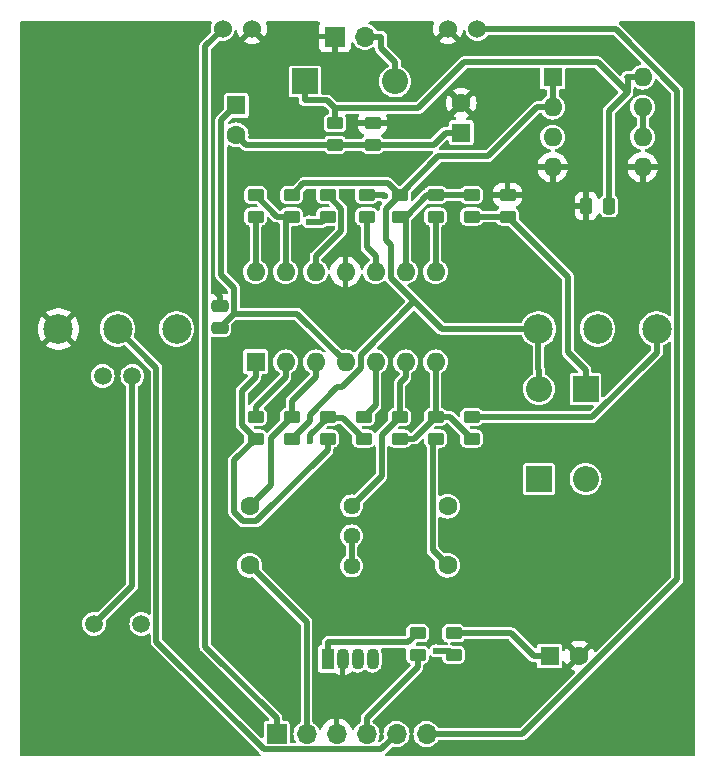
<source format=gbr>
%TF.GenerationSoftware,KiCad,Pcbnew,8.0.0*%
%TF.CreationDate,2025-03-01T13:37:18-05:00*%
%TF.ProjectId,compulator,636f6d70-756c-4617-946f-722e6b696361,rev?*%
%TF.SameCoordinates,Original*%
%TF.FileFunction,Copper,L1,Top*%
%TF.FilePolarity,Positive*%
%FSLAX46Y46*%
G04 Gerber Fmt 4.6, Leading zero omitted, Abs format (unit mm)*
G04 Created by KiCad (PCBNEW 8.0.0) date 2025-03-01 13:37:18*
%MOMM*%
%LPD*%
G01*
G04 APERTURE LIST*
G04 Aperture macros list*
%AMRoundRect*
0 Rectangle with rounded corners*
0 $1 Rounding radius*
0 $2 $3 $4 $5 $6 $7 $8 $9 X,Y pos of 4 corners*
0 Add a 4 corners polygon primitive as box body*
4,1,4,$2,$3,$4,$5,$6,$7,$8,$9,$2,$3,0*
0 Add four circle primitives for the rounded corners*
1,1,$1+$1,$2,$3*
1,1,$1+$1,$4,$5*
1,1,$1+$1,$6,$7*
1,1,$1+$1,$8,$9*
0 Add four rect primitives between the rounded corners*
20,1,$1+$1,$2,$3,$4,$5,0*
20,1,$1+$1,$4,$5,$6,$7,0*
20,1,$1+$1,$6,$7,$8,$9,0*
20,1,$1+$1,$8,$9,$2,$3,0*%
G04 Aperture macros list end*
%TA.AperFunction,ComponentPad*%
%ADD10C,2.500000*%
%TD*%
%TA.AperFunction,ComponentPad*%
%ADD11C,1.600000*%
%TD*%
%TA.AperFunction,ComponentPad*%
%ADD12O,1.600000X1.600000*%
%TD*%
%TA.AperFunction,ComponentPad*%
%ADD13R,1.600000X1.600000*%
%TD*%
%TA.AperFunction,SMDPad,CuDef*%
%ADD14RoundRect,0.250000X0.450000X-0.262500X0.450000X0.262500X-0.450000X0.262500X-0.450000X-0.262500X0*%
%TD*%
%TA.AperFunction,SMDPad,CuDef*%
%ADD15RoundRect,0.250000X-0.450000X0.262500X-0.450000X-0.262500X0.450000X-0.262500X0.450000X0.262500X0*%
%TD*%
%TA.AperFunction,ComponentPad*%
%ADD16C,1.440000*%
%TD*%
%TA.AperFunction,ComponentPad*%
%ADD17C,1.500000*%
%TD*%
%TA.AperFunction,ComponentPad*%
%ADD18O,1.700000X1.700000*%
%TD*%
%TA.AperFunction,ComponentPad*%
%ADD19R,1.700000X1.700000*%
%TD*%
%TA.AperFunction,ComponentPad*%
%ADD20C,1.524000*%
%TD*%
%TA.AperFunction,ComponentPad*%
%ADD21O,2.200000X2.200000*%
%TD*%
%TA.AperFunction,ComponentPad*%
%ADD22R,2.200000X2.200000*%
%TD*%
%TA.AperFunction,ComponentPad*%
%ADD23O,1.070000X1.800000*%
%TD*%
%TA.AperFunction,ComponentPad*%
%ADD24R,1.070000X1.800000*%
%TD*%
%TA.AperFunction,SMDPad,CuDef*%
%ADD25RoundRect,0.250000X-0.250000X-0.475000X0.250000X-0.475000X0.250000X0.475000X-0.250000X0.475000X0*%
%TD*%
%TA.AperFunction,SMDPad,CuDef*%
%ADD26RoundRect,0.250000X-0.475000X0.250000X-0.475000X-0.250000X0.475000X-0.250000X0.475000X0.250000X0*%
%TD*%
%TA.AperFunction,ViaPad*%
%ADD27C,0.600000*%
%TD*%
%TA.AperFunction,Conductor*%
%ADD28C,0.508000*%
%TD*%
G04 APERTURE END LIST*
D10*
%TO.P,LEVEL1,3,3*%
%TO.N,GNDA*%
X175340000Y-85080000D03*
%TO.P,LEVEL1,2,2*%
%TO.N,OUT*%
X180340000Y-85080000D03*
%TO.P,LEVEL1,1,1*%
%TO.N,Net-(C6--)*%
X185340000Y-85080000D03*
%TD*%
D11*
%TO.P,C6,2,-*%
%TO.N,Net-(C6--)*%
X208280000Y-100096000D03*
%TO.P,C6,1,+*%
%TO.N,Net-(C6-+)*%
X208280000Y-105096000D03*
%TD*%
D12*
%TO.P,U4,14*%
%TO.N,Net-(C1-+)*%
X192024000Y-80244000D03*
%TO.P,U4,13,-*%
%TO.N,Net-(R18--)*%
X194564000Y-80244000D03*
%TO.P,U4,12,+*%
%TO.N,Net-(R13--)*%
X197104000Y-80244000D03*
%TO.P,U4,11,V-*%
%TO.N,GNDA*%
X199644000Y-80244000D03*
%TO.P,U4,10,+*%
%TO.N,Net-(R12-+)*%
X202184000Y-80244000D03*
%TO.P,U4,9,-*%
%TO.N,Net-(R14--)*%
X204724000Y-80244000D03*
%TO.P,U4,8*%
%TO.N,Net-(R13--)*%
X207264000Y-80244000D03*
%TO.P,U4,7*%
%TO.N,Net-(R10-+)*%
X207264000Y-87864000D03*
%TO.P,U4,6,-*%
%TO.N,Net-(P1-c)*%
X204724000Y-87864000D03*
%TO.P,U4,5,+*%
%TO.N,Net-(R8--)*%
X202184000Y-87864000D03*
%TO.P,U4,4,V+*%
%TO.N,+9V*%
X199644000Y-87864000D03*
%TO.P,U4,3,+*%
%TO.N,Net-(C5--)*%
X197104000Y-87864000D03*
%TO.P,U4,2,-*%
%TO.N,Net-(R6-+)*%
X194564000Y-87864000D03*
D13*
%TO.P,U4,1*%
%TO.N,Net-(R6--)*%
X192024000Y-87864000D03*
%TD*%
D12*
%TO.P,U1,8,V+*%
%TO.N,+9V*%
X224800000Y-63764000D03*
%TO.P,U1,7*%
%TO.N,Net-(U1B--)*%
X224800000Y-66304000D03*
%TO.P,U1,6,-*%
X224800000Y-68844000D03*
%TO.P,U1,5,+*%
%TO.N,GNDA*%
X224800000Y-71384000D03*
%TO.P,U1,4,V-*%
X217180000Y-71384000D03*
%TO.P,U1,3,+*%
%TO.N,Net-(C3--)*%
X217180000Y-68844000D03*
%TO.P,U1,2,-*%
%TO.N,VREF*%
X217180000Y-66304000D03*
D13*
%TO.P,U1,1*%
X217180000Y-63764000D03*
%TD*%
D14*
%TO.P,R19,2,-*%
%TO.N,VREF*%
X195072000Y-73743500D03*
%TO.P,R19,1,+*%
%TO.N,Net-(R18--)*%
X195072000Y-75568500D03*
%TD*%
%TO.P,R18,2,-*%
%TO.N,Net-(R18--)*%
X192024000Y-73743500D03*
%TO.P,R18,1,+*%
%TO.N,Net-(C1-+)*%
X192024000Y-75568500D03*
%TD*%
D15*
%TO.P,R17,2,-*%
%TO.N,Net-(R14--)*%
X204216000Y-75568500D03*
%TO.P,R17,1,+*%
%TO.N,VREF*%
X204216000Y-73743500D03*
%TD*%
D14*
%TO.P,R16,2,-*%
%TO.N,GNDA*%
X213360000Y-73743500D03*
%TO.P,R16,1,+*%
%TO.N,Net-(D3-K)*%
X213360000Y-75568500D03*
%TD*%
D15*
%TO.P,R15,2,-*%
%TO.N,Net-(D3-K)*%
X210312000Y-75568500D03*
%TO.P,R15,1,+*%
%TO.N,Net-(R14--)*%
X210312000Y-73743500D03*
%TD*%
D14*
%TO.P,R14,2,-*%
%TO.N,Net-(R14--)*%
X207264000Y-73743500D03*
%TO.P,R14,1,+*%
%TO.N,Net-(R13--)*%
X207264000Y-75568500D03*
%TD*%
%TO.P,R13,2,-*%
%TO.N,Net-(R13--)*%
X198120000Y-73743500D03*
%TO.P,R13,1,+*%
%TO.N,Net-(R13-+)*%
X198120000Y-75568500D03*
%TD*%
%TO.P,R12,2,-*%
%TO.N,Net-(R12--)*%
X201422000Y-73743500D03*
%TO.P,R12,1,+*%
%TO.N,Net-(R12-+)*%
X201422000Y-75568500D03*
%TD*%
D15*
%TO.P,R11,2,-*%
%TO.N,Net-(C6-+)*%
X207264000Y-94364500D03*
%TO.P,R11,1,+*%
%TO.N,Net-(R10-+)*%
X207264000Y-92539500D03*
%TD*%
D14*
%TO.P,R10,2,-*%
%TO.N,Net-(R10--)*%
X210312000Y-92539500D03*
%TO.P,R10,1,+*%
%TO.N,Net-(R10-+)*%
X210312000Y-94364500D03*
%TD*%
D15*
%TO.P,R9,2,-*%
%TO.N,Net-(R10-+)*%
X204216000Y-94364500D03*
%TO.P,R9,1,+*%
%TO.N,Net-(P1-c)*%
X204216000Y-92539500D03*
%TD*%
D14*
%TO.P,R8,2,-*%
%TO.N,Net-(R8--)*%
X201168000Y-92539500D03*
%TO.P,R8,1,+*%
%TO.N,Net-(R7--)*%
X201168000Y-94364500D03*
%TD*%
%TO.P,R7,2,-*%
%TO.N,Net-(R7--)*%
X198120000Y-92539500D03*
%TO.P,R7,1,+*%
%TO.N,Net-(R6--)*%
X198120000Y-94364500D03*
%TD*%
D15*
%TO.P,R6,2,-*%
%TO.N,Net-(R6--)*%
X192024000Y-94364500D03*
%TO.P,R6,1,+*%
%TO.N,Net-(R6-+)*%
X192024000Y-92539500D03*
%TD*%
%TO.P,R5,2,-*%
%TO.N,VREF*%
X195072000Y-94364500D03*
%TO.P,R5,1,+*%
%TO.N,Net-(C5--)*%
X195072000Y-92539500D03*
%TD*%
D14*
%TO.P,R4,2,-*%
%TO.N,Net-(D2-RA)*%
X205740000Y-110847500D03*
%TO.P,R4,1,+*%
%TO.N,LED*%
X205740000Y-112672500D03*
%TD*%
%TO.P,R3,2,-*%
%TO.N,GNDA*%
X201930000Y-67667500D03*
%TO.P,R3,1,+*%
%TO.N,Net-(C3--)*%
X201930000Y-69492500D03*
%TD*%
D15*
%TO.P,R2,2,-*%
%TO.N,Net-(C3--)*%
X198755000Y-69492500D03*
%TO.P,R2,1,+*%
%TO.N,+9V*%
X198755000Y-67667500D03*
%TD*%
%TO.P,R1,2,-*%
%TO.N,Net-(D2-BA)*%
X208788000Y-112672500D03*
%TO.P,R1,1,+*%
%TO.N,Net-(C1-+)*%
X208788000Y-110847500D03*
%TD*%
D16*
%TO.P,P1,3,c*%
%TO.N,Net-(P1-c)*%
X200152000Y-100076000D03*
%TO.P,P1,2,b*%
%TO.N,VREF*%
X200152000Y-102616000D03*
%TO.P,P1,1,a*%
X200152000Y-105156000D03*
%TD*%
D17*
%TO.P,LDR1,4*%
%TO.N,Net-(R13-+)*%
X179090000Y-89068000D03*
%TO.P,LDR1,3*%
%TO.N,VREF*%
X181590000Y-89068000D03*
%TO.P,LDR1,2*%
X178340000Y-110068000D03*
%TO.P,LDR1,1*%
%TO.N,Net-(R7--)*%
X182340000Y-110068000D03*
%TD*%
D18*
%TO.P,J4,6,Pin_6*%
%TO.N,J-OUT*%
X206502000Y-119380000D03*
%TO.P,J4,5,Pin_5*%
%TO.N,OUT*%
X203962000Y-119380000D03*
%TO.P,J4,4,Pin_4*%
%TO.N,LED*%
X201422000Y-119380000D03*
%TO.P,J4,3,Pin_3*%
%TO.N,GNDA*%
X198882000Y-119380000D03*
%TO.P,J4,2,Pin_2*%
%TO.N,IN*%
X196342000Y-119380000D03*
D19*
%TO.P,J4,1,Pin_1*%
%TO.N,J-IN*%
X193802000Y-119380000D03*
%TD*%
D20*
%TO.P,J3,T*%
%TO.N,J-IN*%
X189230000Y-59690000D03*
%TO.P,J3,S*%
%TO.N,GNDA*%
X191730000Y-59690000D03*
%TD*%
%TO.P,J2,T*%
%TO.N,J-OUT*%
X210800000Y-59690000D03*
%TO.P,J2,S*%
%TO.N,GNDA*%
X208300000Y-59690000D03*
%TD*%
D18*
%TO.P,J1,2*%
%TO.N,Net-(D1-A)*%
X201290000Y-60330000D03*
D19*
%TO.P,J1,1*%
%TO.N,GNDA*%
X198750000Y-60330000D03*
%TD*%
D21*
%TO.P,D4,2,A*%
%TO.N,VREF*%
X216024000Y-90170000D03*
D22*
%TO.P,D4,1,K*%
%TO.N,Net-(D3-A)*%
X216024000Y-97790000D03*
%TD*%
D21*
%TO.P,D3,2,A*%
%TO.N,Net-(D3-A)*%
X219964000Y-97790000D03*
D22*
%TO.P,D3,1,K*%
%TO.N,Net-(D3-K)*%
X219964000Y-90170000D03*
%TD*%
D23*
%TO.P,D2,4,BA*%
%TO.N,Net-(D2-BA)*%
X201930000Y-113030000D03*
%TO.P,D2,3,GA*%
%TO.N,unconnected-(D2-GA-Pad3)*%
X200660000Y-113030000D03*
%TO.P,D2,2,K*%
%TO.N,GNDA*%
X199390000Y-113030000D03*
D24*
%TO.P,D2,1,RA*%
%TO.N,Net-(D2-RA)*%
X198120000Y-113030000D03*
%TD*%
D21*
%TO.P,D1,2,A*%
%TO.N,Net-(D1-A)*%
X203835000Y-64135000D03*
D22*
%TO.P,D1,1,K*%
%TO.N,+9V*%
X196215000Y-64135000D03*
%TD*%
D10*
%TO.P,COMP1,3,3*%
%TO.N,VREF*%
X215980000Y-85080000D03*
%TO.P,COMP1,2,2*%
%TO.N,Net-(R12--)*%
X220980000Y-85080000D03*
%TO.P,COMP1,1,1*%
%TO.N,Net-(R10--)*%
X225980000Y-85080000D03*
%TD*%
D25*
%TO.P,C8,2,-*%
%TO.N,+9V*%
X221930000Y-74676000D03*
%TO.P,C8,1,+*%
%TO.N,GNDA*%
X220030000Y-74676000D03*
%TD*%
D26*
%TO.P,C7,2,-*%
%TO.N,+9V*%
X188976000Y-85004000D03*
%TO.P,C7,1,+*%
%TO.N,GNDA*%
X188976000Y-83104000D03*
%TD*%
D11*
%TO.P,C5,2,-*%
%TO.N,Net-(C5--)*%
X191516000Y-100096000D03*
%TO.P,C5,1,+*%
%TO.N,IN*%
X191516000Y-105096000D03*
%TD*%
%TO.P,C4,2,-*%
%TO.N,GNDA*%
X209432700Y-65962700D03*
D13*
%TO.P,C4,1,+*%
%TO.N,Net-(C3--)*%
X209432700Y-68462700D03*
%TD*%
D11*
%TO.P,C3,2,-*%
%TO.N,Net-(C3--)*%
X190382700Y-68657300D03*
D13*
%TO.P,C3,1,+*%
%TO.N,+9V*%
X190382700Y-66157300D03*
%TD*%
D11*
%TO.P,C1,2,-*%
%TO.N,GNDA*%
X219416000Y-112776000D03*
D13*
%TO.P,C1,1,+*%
%TO.N,Net-(C1-+)*%
X216916000Y-112776000D03*
%TD*%
D27*
%TO.N,GNDA*%
X188595000Y-81915000D03*
%TO.N,Net-(D2-BA)*%
X207304500Y-112347200D03*
%TO.N,Net-(R13-+)*%
X196540800Y-76026800D03*
%TO.N,Net-(R12--)*%
X203008200Y-73871900D03*
%TO.N,Net-(R7--)*%
X196672300Y-94603800D03*
%TD*%
D28*
%TO.N,GNDA*%
X188976000Y-82296000D02*
X188595000Y-81915000D01*
X188976000Y-83104000D02*
X188976000Y-82296000D01*
%TO.N,+9V*%
X190186200Y-81601200D02*
X190186200Y-83793800D01*
X189127000Y-80542000D02*
X190186200Y-81601200D01*
X189127000Y-67413000D02*
X189127000Y-80542000D01*
X190382700Y-66157300D02*
X189127000Y-67413000D01*
%TO.N,Net-(U1B--)*%
X224800000Y-68844000D02*
X224800000Y-66304000D01*
%TO.N,Net-(R18--)*%
X194564000Y-80244000D02*
X194564000Y-78936000D01*
X194564000Y-75568500D02*
X194564000Y-78936000D01*
X195072000Y-75568500D02*
X194564000Y-75568500D01*
X193849000Y-75568500D02*
X192024000Y-73743500D01*
X194564000Y-75568500D02*
X193849000Y-75568500D01*
%TO.N,Net-(D2-BA)*%
X208462700Y-112347200D02*
X208788000Y-112672500D01*
X207304500Y-112347200D02*
X208462700Y-112347200D01*
%TO.N,Net-(D2-RA)*%
X204965500Y-111622000D02*
X205740000Y-110847500D01*
X198120000Y-111622000D02*
X204965500Y-111622000D01*
X198120000Y-113030000D02*
X198120000Y-111622000D01*
%TO.N,Net-(C1-+)*%
X192024000Y-75568500D02*
X192024000Y-80244000D01*
X213679500Y-110847500D02*
X215608000Y-112776000D01*
X208788000Y-110847500D02*
X213679500Y-110847500D01*
X216916000Y-112776000D02*
X215608000Y-112776000D01*
%TO.N,J-IN*%
X193802000Y-119380000D02*
X193802000Y-118022000D01*
X187764000Y-61156000D02*
X189230000Y-59690000D01*
X187764000Y-111984000D02*
X187764000Y-61156000D01*
X193802000Y-118022000D02*
X187764000Y-111984000D01*
%TO.N,J-OUT*%
X214605100Y-119380000D02*
X206502000Y-119380000D01*
X227736200Y-106248900D02*
X214605100Y-119380000D01*
X227736200Y-64901400D02*
X227736200Y-106248900D01*
X222524800Y-59690000D02*
X227736200Y-64901400D01*
X210800000Y-59690000D02*
X222524800Y-59690000D01*
%TO.N,OUT*%
X183635800Y-88375800D02*
X180340000Y-85080000D01*
X183635800Y-111558800D02*
X183635800Y-88375800D01*
X192762700Y-120685700D02*
X183635800Y-111558800D01*
X202656300Y-120685700D02*
X192762700Y-120685700D01*
X203962000Y-119380000D02*
X202656300Y-120685700D01*
%TO.N,Net-(R14--)*%
X210312000Y-73743500D02*
X207264000Y-73743500D01*
X204724000Y-75568500D02*
X204216000Y-75568500D01*
X206549000Y-73743500D02*
X204724000Y-75568500D01*
X207264000Y-73743500D02*
X206549000Y-73743500D01*
X204724000Y-75568500D02*
X204724000Y-80244000D01*
%TO.N,Net-(R13-+)*%
X197661700Y-76026800D02*
X198120000Y-75568500D01*
X196540800Y-76026800D02*
X197661700Y-76026800D01*
%TO.N,Net-(R13--)*%
X199280000Y-76760000D02*
X197104000Y-78936000D01*
X199280000Y-74903500D02*
X199280000Y-76760000D01*
X198120000Y-73743500D02*
X199280000Y-74903500D01*
X197104000Y-80244000D02*
X197104000Y-78936000D01*
X207264000Y-75568500D02*
X207264000Y-80244000D01*
%TO.N,Net-(R12-+)*%
X201422000Y-78174000D02*
X202184000Y-78936000D01*
X201422000Y-75568500D02*
X201422000Y-78174000D01*
X202184000Y-80244000D02*
X202184000Y-78936000D01*
%TO.N,Net-(R12--)*%
X202879800Y-73743500D02*
X203008200Y-73871900D01*
X201422000Y-73743500D02*
X202879800Y-73743500D01*
%TO.N,Net-(R10--)*%
X225980000Y-87109000D02*
X225980000Y-85080000D01*
X220549500Y-92539500D02*
X225980000Y-87109000D01*
X210312000Y-92539500D02*
X220549500Y-92539500D01*
%TO.N,Net-(R10-+)*%
X205439000Y-94364500D02*
X207264000Y-92539500D01*
X204216000Y-94364500D02*
X205439000Y-94364500D01*
X208487000Y-92539500D02*
X207264000Y-92539500D01*
X210312000Y-94364500D02*
X208487000Y-92539500D01*
X207264000Y-87864000D02*
X207264000Y-89172000D01*
X207264000Y-92539500D02*
X207264000Y-89172000D01*
%TO.N,Net-(P1-c)*%
X204724000Y-87864000D02*
X204724000Y-89172000D01*
X202692000Y-94063500D02*
X204216000Y-92539500D01*
X202692000Y-97536000D02*
X202692000Y-94063500D01*
X200152000Y-100076000D02*
X202692000Y-97536000D01*
X204216000Y-89680000D02*
X204724000Y-89172000D01*
X204216000Y-92539500D02*
X204216000Y-89680000D01*
%TO.N,Net-(R8--)*%
X202184000Y-91523500D02*
X202184000Y-87864000D01*
X201168000Y-92539500D02*
X202184000Y-91523500D01*
%TO.N,Net-(R6--)*%
X192024000Y-87864000D02*
X192024000Y-89172000D01*
X198120000Y-95325400D02*
X198120000Y-94364500D01*
X192079500Y-101365900D02*
X198120000Y-95325400D01*
X190982600Y-101365900D02*
X192079500Y-101365900D01*
X190238000Y-100621300D02*
X190982600Y-101365900D01*
X190238000Y-96150500D02*
X190238000Y-100621300D01*
X192024000Y-94364500D02*
X190238000Y-96150500D01*
X190855500Y-90340500D02*
X192024000Y-89172000D01*
X190855500Y-93196000D02*
X190855500Y-90340500D01*
X192024000Y-94364500D02*
X190855500Y-93196000D01*
%TO.N,Net-(R6-+)*%
X192024000Y-91712000D02*
X194564000Y-89172000D01*
X192024000Y-92539500D02*
X192024000Y-91712000D01*
X194564000Y-87864000D02*
X194564000Y-89172000D01*
%TO.N,LED*%
X205740000Y-113704000D02*
X205740000Y-112672500D01*
X201422000Y-118022000D02*
X205740000Y-113704000D01*
X201422000Y-119380000D02*
X201422000Y-118022000D01*
%TO.N,Net-(R7--)*%
X198120000Y-92597200D02*
X198120000Y-92539500D01*
X196672300Y-94044900D02*
X198120000Y-92597200D01*
X196672300Y-94603800D02*
X196672300Y-94044900D01*
X199400700Y-92597200D02*
X201168000Y-94364500D01*
X198120000Y-92597200D02*
X199400700Y-92597200D01*
%TO.N,VREF*%
X216024000Y-90170000D02*
X216024000Y-88562000D01*
X200152000Y-105156000D02*
X200152000Y-102616000D01*
X215980000Y-88518000D02*
X215980000Y-85080000D01*
X216024000Y-88562000D02*
X215980000Y-88518000D01*
X181590000Y-106818000D02*
X181590000Y-89068000D01*
X178340000Y-110068000D02*
X181590000Y-106818000D01*
X196596000Y-92840500D02*
X195072000Y-94364500D01*
X196596000Y-92340500D02*
X196596000Y-92840500D01*
X198923600Y-90012900D02*
X196596000Y-92340500D01*
X199306400Y-90012900D02*
X198923600Y-90012900D01*
X200914000Y-88405300D02*
X199306400Y-90012900D01*
X200914000Y-87288600D02*
X200914000Y-88405300D01*
X205448100Y-82754500D02*
X200914000Y-87288600D01*
X203454000Y-80760400D02*
X205448100Y-82754500D01*
X203454000Y-77975300D02*
X203454000Y-80760400D01*
X203036200Y-77557500D02*
X203454000Y-77975300D01*
X203036200Y-74923300D02*
X203036200Y-77557500D01*
X204216000Y-73743500D02*
X203036200Y-74923300D01*
X207773600Y-85080000D02*
X215980000Y-85080000D01*
X205448100Y-82754500D02*
X207773600Y-85080000D01*
X196058300Y-72757200D02*
X195072000Y-73743500D01*
X203229700Y-72757200D02*
X196058300Y-72757200D01*
X204216000Y-73743500D02*
X203229700Y-72757200D01*
X217180000Y-63764000D02*
X217180000Y-66304000D01*
X207499300Y-70460200D02*
X204216000Y-73743500D01*
X211715800Y-70460200D02*
X207499300Y-70460200D01*
X215872000Y-66304000D02*
X211715800Y-70460200D01*
X217180000Y-66304000D02*
X215872000Y-66304000D01*
%TO.N,Net-(D3-K)*%
X218480100Y-80688600D02*
X213360000Y-75568500D01*
X218480100Y-87078100D02*
X218480100Y-80688600D01*
X219964000Y-88562000D02*
X218480100Y-87078100D01*
X219964000Y-90170000D02*
X219964000Y-88562000D01*
X210312000Y-75568500D02*
X213360000Y-75568500D01*
%TO.N,Net-(D1-A)*%
X202648000Y-61340000D02*
X202648000Y-60330000D01*
X203835000Y-62527000D02*
X202648000Y-61340000D01*
X203835000Y-64135000D02*
X203835000Y-62527000D01*
X201290000Y-60330000D02*
X202648000Y-60330000D01*
%TO.N,Net-(C6-+)*%
X207008100Y-103824100D02*
X208280000Y-105096000D01*
X207008100Y-94620400D02*
X207008100Y-103824100D01*
X207264000Y-94364500D02*
X207008100Y-94620400D01*
%TO.N,Net-(C5--)*%
X197104000Y-87864000D02*
X197104000Y-89172000D01*
X193296900Y-98315100D02*
X191516000Y-100096000D01*
X193296900Y-94314600D02*
X193296900Y-98315100D01*
X195072000Y-92539500D02*
X193296900Y-94314600D01*
X195072000Y-91204000D02*
X195072000Y-92539500D01*
X197104000Y-89172000D02*
X195072000Y-91204000D01*
%TO.N,IN*%
X196342000Y-109922000D02*
X191516000Y-105096000D01*
X196342000Y-119380000D02*
X196342000Y-109922000D01*
%TO.N,Net-(C3--)*%
X209432700Y-68462700D02*
X208124700Y-68462700D01*
X207094900Y-69492500D02*
X208124700Y-68462700D01*
X201930000Y-69492500D02*
X207094900Y-69492500D01*
X201930000Y-69492500D02*
X198755000Y-69492500D01*
X191217900Y-69492500D02*
X190382700Y-68657300D01*
X198755000Y-69492500D02*
X191217900Y-69492500D01*
%TO.N,+9V*%
X196215000Y-64135000D02*
X196215000Y-65743000D01*
X221930000Y-66634000D02*
X223519700Y-65044300D01*
X221930000Y-74676000D02*
X221930000Y-66634000D01*
X223519700Y-63791700D02*
X223492000Y-63764000D01*
X223519700Y-65044300D02*
X223519700Y-63791700D01*
X224800000Y-63764000D02*
X223492000Y-63764000D01*
X198755000Y-66398500D02*
X198755000Y-67667500D01*
X198099500Y-65743000D02*
X198755000Y-66398500D01*
X196215000Y-65743000D02*
X198099500Y-65743000D01*
X220983700Y-62508300D02*
X223519700Y-65044300D01*
X209701700Y-62508300D02*
X220983700Y-62508300D01*
X205811500Y-66398500D02*
X209701700Y-62508300D01*
X198755000Y-66398500D02*
X205811500Y-66398500D01*
X195573800Y-83793800D02*
X199644000Y-87864000D01*
X190186200Y-83793800D02*
X195573800Y-83793800D01*
X190186200Y-83793800D02*
X188976000Y-85004000D01*
%TD*%
%TA.AperFunction,Conductor*%
%TO.N,GNDA*%
G36*
X188281510Y-59074685D02*
G01*
X188327265Y-59127489D01*
X188337209Y-59196647D01*
X188323829Y-59237453D01*
X188290048Y-59300651D01*
X188232149Y-59491518D01*
X188212601Y-59689999D01*
X188232150Y-59888489D01*
X188233338Y-59894460D01*
X188230695Y-59894985D01*
X188231151Y-59953264D01*
X188199586Y-60006941D01*
X187360300Y-60846228D01*
X187360298Y-60846231D01*
X187322432Y-60911819D01*
X187322431Y-60911819D01*
X187293882Y-60961266D01*
X187293882Y-60961268D01*
X187293881Y-60961270D01*
X187259500Y-61089581D01*
X187259500Y-112050419D01*
X187293881Y-112178730D01*
X187293882Y-112178731D01*
X187305892Y-112199534D01*
X187305894Y-112199536D01*
X187360298Y-112293768D01*
X187360300Y-112293771D01*
X193134349Y-118067819D01*
X193167834Y-118129142D01*
X193162850Y-118198834D01*
X193120978Y-118254767D01*
X193055514Y-118279184D01*
X193046668Y-118279500D01*
X192927323Y-118279500D01*
X192854264Y-118294032D01*
X192854260Y-118294033D01*
X192771399Y-118349399D01*
X192716033Y-118432260D01*
X192716032Y-118432264D01*
X192701500Y-118505321D01*
X192701500Y-119611667D01*
X192681815Y-119678706D01*
X192629011Y-119724461D01*
X192559853Y-119734405D01*
X192496297Y-119705380D01*
X192489819Y-119699348D01*
X184176619Y-111386148D01*
X184143134Y-111324825D01*
X184140300Y-111298467D01*
X184140300Y-88309383D01*
X184140300Y-88309381D01*
X184105919Y-88181070D01*
X184081608Y-88138962D01*
X184039501Y-88066030D01*
X181756370Y-85782899D01*
X181722885Y-85721576D01*
X181727869Y-85651884D01*
X181730495Y-85645407D01*
X181733257Y-85639111D01*
X181764063Y-85568881D01*
X181825108Y-85327821D01*
X181845643Y-85080005D01*
X183834357Y-85080005D01*
X183854890Y-85327812D01*
X183854892Y-85327824D01*
X183915936Y-85568881D01*
X184015826Y-85796606D01*
X184151833Y-86004782D01*
X184151836Y-86004785D01*
X184320256Y-86187738D01*
X184516491Y-86340474D01*
X184735190Y-86458828D01*
X184970386Y-86539571D01*
X185215665Y-86580500D01*
X185464335Y-86580500D01*
X185709614Y-86539571D01*
X185944810Y-86458828D01*
X186163509Y-86340474D01*
X186359744Y-86187738D01*
X186528164Y-86004785D01*
X186664173Y-85796607D01*
X186764063Y-85568881D01*
X186825108Y-85327821D01*
X186845643Y-85080000D01*
X186825108Y-84832179D01*
X186764063Y-84591119D01*
X186748577Y-84555815D01*
X186664173Y-84363393D01*
X186528166Y-84155217D01*
X186414209Y-84031427D01*
X186359744Y-83972262D01*
X186163509Y-83819526D01*
X186163507Y-83819525D01*
X186163506Y-83819524D01*
X185944811Y-83701172D01*
X185944802Y-83701169D01*
X185709616Y-83620429D01*
X185464335Y-83579500D01*
X185215665Y-83579500D01*
X184970383Y-83620429D01*
X184735197Y-83701169D01*
X184735188Y-83701172D01*
X184516493Y-83819524D01*
X184320257Y-83972261D01*
X184151833Y-84155217D01*
X184015826Y-84363393D01*
X183915936Y-84591118D01*
X183854892Y-84832175D01*
X183854890Y-84832187D01*
X183834357Y-85079994D01*
X183834357Y-85080005D01*
X181845643Y-85080005D01*
X181845643Y-85080000D01*
X181825108Y-84832179D01*
X181764063Y-84591119D01*
X181748577Y-84555815D01*
X181664173Y-84363393D01*
X181528166Y-84155217D01*
X181414209Y-84031427D01*
X181359744Y-83972262D01*
X181163509Y-83819526D01*
X181163507Y-83819525D01*
X181163506Y-83819524D01*
X180944811Y-83701172D01*
X180944802Y-83701169D01*
X180709616Y-83620429D01*
X180464335Y-83579500D01*
X180215665Y-83579500D01*
X179970383Y-83620429D01*
X179735197Y-83701169D01*
X179735188Y-83701172D01*
X179516493Y-83819524D01*
X179320257Y-83972261D01*
X179151833Y-84155217D01*
X179015826Y-84363393D01*
X178915936Y-84591118D01*
X178854892Y-84832175D01*
X178854890Y-84832187D01*
X178834357Y-85079994D01*
X178834357Y-85080005D01*
X178854890Y-85327812D01*
X178854892Y-85327824D01*
X178915936Y-85568881D01*
X179015826Y-85796606D01*
X179151833Y-86004782D01*
X179151836Y-86004785D01*
X179320256Y-86187738D01*
X179516491Y-86340474D01*
X179735190Y-86458828D01*
X179970386Y-86539571D01*
X180215665Y-86580500D01*
X180464335Y-86580500D01*
X180709614Y-86539571D01*
X180709617Y-86539570D01*
X180916674Y-86468486D01*
X180986470Y-86465337D01*
X181044616Y-86498087D01*
X183094981Y-88548452D01*
X183128466Y-88609775D01*
X183131300Y-88636133D01*
X183131300Y-109160936D01*
X183111615Y-109227975D01*
X183058811Y-109273730D01*
X182989653Y-109283674D01*
X182928636Y-109256790D01*
X182898539Y-109232090D01*
X182898532Y-109232086D01*
X182724733Y-109139188D01*
X182724727Y-109139186D01*
X182536132Y-109081976D01*
X182536129Y-109081975D01*
X182340000Y-109062659D01*
X182143870Y-109081975D01*
X181955266Y-109139188D01*
X181781467Y-109232086D01*
X181781460Y-109232090D01*
X181629116Y-109357116D01*
X181504090Y-109509460D01*
X181504086Y-109509467D01*
X181411188Y-109683266D01*
X181353975Y-109871870D01*
X181334659Y-110068000D01*
X181353975Y-110264129D01*
X181353976Y-110264132D01*
X181377900Y-110343000D01*
X181411188Y-110452733D01*
X181504086Y-110626532D01*
X181504090Y-110626539D01*
X181629116Y-110778883D01*
X181781460Y-110903909D01*
X181781467Y-110903913D01*
X181955266Y-110996811D01*
X181955269Y-110996811D01*
X181955273Y-110996814D01*
X182143868Y-111054024D01*
X182340000Y-111073341D01*
X182536132Y-111054024D01*
X182724727Y-110996814D01*
X182898538Y-110903910D01*
X182928635Y-110879209D01*
X182992944Y-110851897D01*
X183061812Y-110863688D01*
X183113372Y-110910839D01*
X183131300Y-110975063D01*
X183131300Y-111625219D01*
X183147502Y-111685686D01*
X183165681Y-111753531D01*
X183165682Y-111753532D01*
X183186316Y-111789271D01*
X183208406Y-111827532D01*
X183232098Y-111868568D01*
X183232100Y-111868571D01*
X192436848Y-121073319D01*
X192470333Y-121134642D01*
X192465349Y-121204334D01*
X192423477Y-121260267D01*
X192358013Y-121284684D01*
X192349167Y-121285000D01*
X172209000Y-121285000D01*
X172141961Y-121265315D01*
X172096206Y-121212511D01*
X172085000Y-121161000D01*
X172085000Y-110068000D01*
X177334659Y-110068000D01*
X177353975Y-110264129D01*
X177353976Y-110264132D01*
X177377900Y-110343000D01*
X177411188Y-110452733D01*
X177504086Y-110626532D01*
X177504090Y-110626539D01*
X177629116Y-110778883D01*
X177781460Y-110903909D01*
X177781467Y-110903913D01*
X177955266Y-110996811D01*
X177955269Y-110996811D01*
X177955273Y-110996814D01*
X178143868Y-111054024D01*
X178340000Y-111073341D01*
X178536132Y-111054024D01*
X178724727Y-110996814D01*
X178898538Y-110903910D01*
X179050883Y-110778883D01*
X179175910Y-110626538D01*
X179223707Y-110537116D01*
X179268811Y-110452733D01*
X179268811Y-110452732D01*
X179268814Y-110452727D01*
X179326024Y-110264132D01*
X179345341Y-110068000D01*
X179326024Y-109871868D01*
X179325427Y-109865805D01*
X179326947Y-109865655D01*
X179332495Y-109803556D01*
X179360209Y-109761260D01*
X181993701Y-107127770D01*
X182035808Y-107054837D01*
X182060119Y-107012730D01*
X182094500Y-106884419D01*
X182094500Y-90006296D01*
X182114185Y-89939257D01*
X182144413Y-89908487D01*
X182143829Y-89907775D01*
X182300883Y-89778883D01*
X182425910Y-89626538D01*
X182497732Y-89492169D01*
X182518811Y-89452733D01*
X182518811Y-89452732D01*
X182518814Y-89452727D01*
X182576024Y-89264132D01*
X182595341Y-89068000D01*
X182576024Y-88871868D01*
X182518814Y-88683273D01*
X182518811Y-88683269D01*
X182518811Y-88683266D01*
X182425913Y-88509467D01*
X182425909Y-88509460D01*
X182300883Y-88357116D01*
X182148539Y-88232090D01*
X182148532Y-88232086D01*
X181974733Y-88139188D01*
X181974727Y-88139186D01*
X181786132Y-88081976D01*
X181786129Y-88081975D01*
X181590000Y-88062659D01*
X181393870Y-88081975D01*
X181205266Y-88139188D01*
X181031467Y-88232086D01*
X181031460Y-88232090D01*
X180879116Y-88357116D01*
X180754090Y-88509460D01*
X180754086Y-88509467D01*
X180661188Y-88683266D01*
X180603975Y-88871870D01*
X180584659Y-89068000D01*
X180603975Y-89264129D01*
X180623046Y-89326997D01*
X180645271Y-89400264D01*
X180661188Y-89452733D01*
X180754086Y-89626532D01*
X180754090Y-89626539D01*
X180879116Y-89778883D01*
X181036171Y-89907775D01*
X181035201Y-89908955D01*
X181075190Y-89956792D01*
X181085500Y-90006296D01*
X181085500Y-106557666D01*
X181065815Y-106624705D01*
X181049181Y-106645347D01*
X178646739Y-109047788D01*
X178585416Y-109081273D01*
X178542284Y-109081657D01*
X178542194Y-109082573D01*
X178340000Y-109062659D01*
X178143870Y-109081975D01*
X177955266Y-109139188D01*
X177781467Y-109232086D01*
X177781460Y-109232090D01*
X177629116Y-109357116D01*
X177504090Y-109509460D01*
X177504086Y-109509467D01*
X177411188Y-109683266D01*
X177353975Y-109871870D01*
X177334659Y-110068000D01*
X172085000Y-110068000D01*
X172085000Y-89068000D01*
X178084659Y-89068000D01*
X178103975Y-89264129D01*
X178123046Y-89326997D01*
X178145271Y-89400264D01*
X178161188Y-89452733D01*
X178254086Y-89626532D01*
X178254090Y-89626539D01*
X178379116Y-89778883D01*
X178531460Y-89903909D01*
X178531467Y-89903913D01*
X178705266Y-89996811D01*
X178705269Y-89996811D01*
X178705273Y-89996814D01*
X178893868Y-90054024D01*
X179090000Y-90073341D01*
X179286132Y-90054024D01*
X179474727Y-89996814D01*
X179648538Y-89903910D01*
X179800883Y-89778883D01*
X179925910Y-89626538D01*
X179997732Y-89492169D01*
X180018811Y-89452733D01*
X180018811Y-89452732D01*
X180018814Y-89452727D01*
X180076024Y-89264132D01*
X180095341Y-89068000D01*
X180076024Y-88871868D01*
X180018814Y-88683273D01*
X180018811Y-88683269D01*
X180018811Y-88683266D01*
X179925913Y-88509467D01*
X179925909Y-88509460D01*
X179800883Y-88357116D01*
X179648539Y-88232090D01*
X179648532Y-88232086D01*
X179474733Y-88139188D01*
X179474727Y-88139186D01*
X179286132Y-88081976D01*
X179286129Y-88081975D01*
X179090000Y-88062659D01*
X178893870Y-88081975D01*
X178705266Y-88139188D01*
X178531467Y-88232086D01*
X178531460Y-88232090D01*
X178379116Y-88357116D01*
X178254090Y-88509460D01*
X178254086Y-88509467D01*
X178161188Y-88683266D01*
X178103975Y-88871870D01*
X178084659Y-89068000D01*
X172085000Y-89068000D01*
X172085000Y-85080004D01*
X173585093Y-85080004D01*
X173604692Y-85341545D01*
X173604693Y-85341550D01*
X173663058Y-85597270D01*
X173758883Y-85841426D01*
X173758882Y-85841426D01*
X173890027Y-86068573D01*
X173937874Y-86128571D01*
X174775387Y-85291059D01*
X174780889Y-85311591D01*
X174859881Y-85448408D01*
X174971592Y-85560119D01*
X175108409Y-85639111D01*
X175128940Y-85644612D01*
X174290830Y-86482720D01*
X174462546Y-86599793D01*
X174462550Y-86599795D01*
X174698854Y-86713594D01*
X174698858Y-86713595D01*
X174949494Y-86790907D01*
X174949500Y-86790909D01*
X175208848Y-86829999D01*
X175208857Y-86830000D01*
X175471143Y-86830000D01*
X175471151Y-86829999D01*
X175730499Y-86790909D01*
X175730505Y-86790907D01*
X175981143Y-86713595D01*
X176217445Y-86599798D01*
X176217447Y-86599797D01*
X176389168Y-86482720D01*
X175551059Y-85644612D01*
X175571591Y-85639111D01*
X175708408Y-85560119D01*
X175820119Y-85448408D01*
X175899111Y-85311591D01*
X175904612Y-85291059D01*
X176742125Y-86128572D01*
X176789971Y-86068573D01*
X176921116Y-85841426D01*
X177016941Y-85597270D01*
X177075306Y-85341550D01*
X177075307Y-85341545D01*
X177094907Y-85080004D01*
X177094907Y-85079995D01*
X177075307Y-84818454D01*
X177075306Y-84818449D01*
X177016941Y-84562729D01*
X176921116Y-84318573D01*
X176921117Y-84318573D01*
X176789972Y-84091426D01*
X176742124Y-84031427D01*
X175904612Y-84868939D01*
X175899111Y-84848409D01*
X175820119Y-84711592D01*
X175708408Y-84599881D01*
X175571591Y-84520889D01*
X175551059Y-84515387D01*
X176389168Y-83677278D01*
X176217454Y-83560206D01*
X176217445Y-83560201D01*
X175981142Y-83446404D01*
X175981144Y-83446404D01*
X175730505Y-83369092D01*
X175730499Y-83369090D01*
X175471151Y-83330000D01*
X175208848Y-83330000D01*
X174949500Y-83369090D01*
X174949494Y-83369092D01*
X174698858Y-83446404D01*
X174698854Y-83446405D01*
X174462547Y-83560205D01*
X174462539Y-83560210D01*
X174290830Y-83677277D01*
X175128940Y-84515387D01*
X175108409Y-84520889D01*
X174971592Y-84599881D01*
X174859881Y-84711592D01*
X174780889Y-84848409D01*
X174775387Y-84868939D01*
X173937875Y-84031427D01*
X173937874Y-84031427D01*
X173890028Y-84091425D01*
X173758883Y-84318573D01*
X173663058Y-84562729D01*
X173604693Y-84818449D01*
X173604692Y-84818454D01*
X173585093Y-85079995D01*
X173585093Y-85080004D01*
X172085000Y-85080004D01*
X172085000Y-59179000D01*
X172104685Y-59111961D01*
X172157489Y-59066206D01*
X172209000Y-59055000D01*
X188214471Y-59055000D01*
X188281510Y-59074685D01*
G37*
%TD.AperFunction*%
%TA.AperFunction,Conductor*%
G36*
X229178039Y-59074685D02*
G01*
X229223794Y-59127489D01*
X229235000Y-59179000D01*
X229235000Y-121161000D01*
X229215315Y-121228039D01*
X229162511Y-121273794D01*
X229111000Y-121285000D01*
X203069833Y-121285000D01*
X203002794Y-121265315D01*
X202957039Y-121212511D01*
X202947095Y-121143353D01*
X202976120Y-121079797D01*
X202982152Y-121073319D01*
X202995226Y-121060244D01*
X203573648Y-120481821D01*
X203634969Y-120448338D01*
X203684104Y-120447615D01*
X203860024Y-120480500D01*
X203860027Y-120480500D01*
X204063974Y-120480500D01*
X204063976Y-120480500D01*
X204264456Y-120443024D01*
X204454637Y-120369348D01*
X204628041Y-120261981D01*
X204778764Y-120124579D01*
X204901673Y-119961821D01*
X204992582Y-119779250D01*
X205048397Y-119583083D01*
X205067215Y-119380000D01*
X205061115Y-119314174D01*
X205048397Y-119176917D01*
X204992582Y-118980750D01*
X204992159Y-118979901D01*
X204901673Y-118798180D01*
X204901673Y-118798179D01*
X204778764Y-118635421D01*
X204778762Y-118635418D01*
X204628041Y-118498019D01*
X204628039Y-118498017D01*
X204454642Y-118390655D01*
X204454635Y-118390651D01*
X204328769Y-118341891D01*
X204264456Y-118316976D01*
X204063976Y-118279500D01*
X203860024Y-118279500D01*
X203659544Y-118316976D01*
X203659541Y-118316976D01*
X203659541Y-118316977D01*
X203469364Y-118390651D01*
X203469357Y-118390655D01*
X203295960Y-118498017D01*
X203295958Y-118498019D01*
X203145237Y-118635418D01*
X203022327Y-118798178D01*
X202931422Y-118980739D01*
X202931417Y-118980752D01*
X202875602Y-119176917D01*
X202856785Y-119379999D01*
X202856785Y-119380000D01*
X202875603Y-119583084D01*
X202893281Y-119645216D01*
X202892694Y-119715083D01*
X202861696Y-119766831D01*
X202596653Y-120031875D01*
X202535330Y-120065360D01*
X202465639Y-120060376D01*
X202409705Y-120018505D01*
X202385288Y-119953040D01*
X202397972Y-119888922D01*
X202452577Y-119779260D01*
X202452576Y-119779260D01*
X202452582Y-119779250D01*
X202508397Y-119583083D01*
X202527215Y-119380000D01*
X202521115Y-119314174D01*
X202508397Y-119176917D01*
X202452582Y-118980750D01*
X202452159Y-118979901D01*
X202361673Y-118798180D01*
X202361673Y-118798179D01*
X202238764Y-118635421D01*
X202238762Y-118635418D01*
X202088042Y-118498020D01*
X202088041Y-118498019D01*
X201985222Y-118434356D01*
X201938587Y-118382328D01*
X201926500Y-118328929D01*
X201926500Y-118282333D01*
X201946185Y-118215294D01*
X201962819Y-118194652D01*
X202539171Y-117618300D01*
X206143701Y-114013770D01*
X206210119Y-113898730D01*
X206233367Y-113811966D01*
X206244500Y-113770419D01*
X206244500Y-113534947D01*
X206264185Y-113467908D01*
X206316989Y-113422153D01*
X206325168Y-113418765D01*
X206432326Y-113378798D01*
X206432326Y-113378797D01*
X206432331Y-113378796D01*
X206547546Y-113292546D01*
X206633796Y-113177331D01*
X206684091Y-113042483D01*
X206690500Y-112982873D01*
X206690499Y-112816603D01*
X206710183Y-112749566D01*
X206762987Y-112703811D01*
X206832145Y-112693867D01*
X206895701Y-112722892D01*
X206907959Y-112735901D01*
X206911874Y-112739816D01*
X206911876Y-112739818D01*
X206911879Y-112739821D01*
X207026875Y-112828061D01*
X207026876Y-112828061D01*
X207026877Y-112828062D01*
X207048362Y-112836961D01*
X207160791Y-112883530D01*
X207287780Y-112900248D01*
X207304499Y-112902450D01*
X207304500Y-112902450D01*
X207304501Y-112902450D01*
X207340427Y-112897720D01*
X207448209Y-112883530D01*
X207502270Y-112861137D01*
X207549719Y-112851700D01*
X207713501Y-112851700D01*
X207780540Y-112871385D01*
X207826295Y-112924189D01*
X207837501Y-112975700D01*
X207837501Y-112982876D01*
X207843908Y-113042483D01*
X207894202Y-113177328D01*
X207894206Y-113177335D01*
X207980452Y-113292544D01*
X207980455Y-113292547D01*
X208095664Y-113378793D01*
X208095671Y-113378797D01*
X208230517Y-113429091D01*
X208230516Y-113429091D01*
X208237444Y-113429835D01*
X208290127Y-113435500D01*
X209285872Y-113435499D01*
X209345483Y-113429091D01*
X209480331Y-113378796D01*
X209595546Y-113292546D01*
X209681796Y-113177331D01*
X209732091Y-113042483D01*
X209738500Y-112982873D01*
X209738499Y-112362128D01*
X209732091Y-112302517D01*
X209732089Y-112302512D01*
X209681797Y-112167671D01*
X209681793Y-112167664D01*
X209595547Y-112052455D01*
X209595544Y-112052452D01*
X209480335Y-111966206D01*
X209480328Y-111966202D01*
X209345482Y-111915908D01*
X209345483Y-111915908D01*
X209285883Y-111909501D01*
X209285881Y-111909500D01*
X209285873Y-111909500D01*
X209285865Y-111909500D01*
X208746807Y-111909500D01*
X208684806Y-111892886D01*
X208657435Y-111877083D01*
X208657434Y-111877082D01*
X208625659Y-111868568D01*
X208572312Y-111854273D01*
X208512653Y-111817908D01*
X208482124Y-111755061D01*
X208490419Y-111685686D01*
X208534905Y-111631808D01*
X208601457Y-111610534D01*
X208604349Y-111610499D01*
X209285872Y-111610499D01*
X209345483Y-111604091D01*
X209480331Y-111553796D01*
X209595546Y-111467546D01*
X209644847Y-111401688D01*
X209700780Y-111359818D01*
X209744113Y-111352000D01*
X213419167Y-111352000D01*
X213486206Y-111371685D01*
X213506848Y-111388319D01*
X215298230Y-113179701D01*
X215371162Y-113221808D01*
X215413270Y-113246119D01*
X215541581Y-113280500D01*
X215541582Y-113280500D01*
X215674419Y-113280500D01*
X215741500Y-113280500D01*
X215808539Y-113300185D01*
X215854294Y-113352989D01*
X215865500Y-113404500D01*
X215865500Y-113600678D01*
X215880032Y-113673735D01*
X215880033Y-113673739D01*
X215880034Y-113673740D01*
X215935399Y-113756601D01*
X216018253Y-113811961D01*
X216018260Y-113811966D01*
X216018264Y-113811967D01*
X216091321Y-113826499D01*
X216091324Y-113826500D01*
X216091326Y-113826500D01*
X217740676Y-113826500D01*
X217740677Y-113826499D01*
X217813740Y-113811966D01*
X217896601Y-113756601D01*
X217951966Y-113673740D01*
X217966500Y-113600674D01*
X217966500Y-113302927D01*
X217986185Y-113235888D01*
X218038989Y-113190133D01*
X218108147Y-113180189D01*
X218171703Y-113209214D01*
X218202882Y-113250523D01*
X218285863Y-113428478D01*
X218336974Y-113501472D01*
X219016000Y-112822446D01*
X219016000Y-112828661D01*
X219043259Y-112930394D01*
X219095920Y-113021606D01*
X219170394Y-113096080D01*
X219261606Y-113148741D01*
X219363339Y-113176000D01*
X219369553Y-113176000D01*
X218690526Y-113855025D01*
X218763513Y-113906132D01*
X218763521Y-113906136D01*
X218969668Y-114002264D01*
X218969684Y-114002270D01*
X218998572Y-114010010D01*
X219058233Y-114046374D01*
X219088763Y-114109220D01*
X219080469Y-114178596D01*
X219054161Y-114217466D01*
X214432448Y-118839181D01*
X214371125Y-118872666D01*
X214344767Y-118875500D01*
X207556952Y-118875500D01*
X207489913Y-118855815D01*
X207445953Y-118806773D01*
X207441674Y-118798180D01*
X207318762Y-118635418D01*
X207168041Y-118498019D01*
X207168039Y-118498017D01*
X206994642Y-118390655D01*
X206994635Y-118390651D01*
X206868769Y-118341891D01*
X206804456Y-118316976D01*
X206603976Y-118279500D01*
X206400024Y-118279500D01*
X206199544Y-118316976D01*
X206199541Y-118316976D01*
X206199541Y-118316977D01*
X206009364Y-118390651D01*
X206009357Y-118390655D01*
X205835960Y-118498017D01*
X205835958Y-118498019D01*
X205685237Y-118635418D01*
X205562327Y-118798178D01*
X205471422Y-118980739D01*
X205471417Y-118980752D01*
X205415602Y-119176917D01*
X205396785Y-119379999D01*
X205396785Y-119380000D01*
X205415602Y-119583082D01*
X205471417Y-119779247D01*
X205471422Y-119779260D01*
X205562327Y-119961821D01*
X205685237Y-120124581D01*
X205835958Y-120261980D01*
X205835960Y-120261982D01*
X205935141Y-120323392D01*
X206009363Y-120369348D01*
X206199544Y-120443024D01*
X206400024Y-120480500D01*
X206400026Y-120480500D01*
X206603974Y-120480500D01*
X206603976Y-120480500D01*
X206804456Y-120443024D01*
X206994637Y-120369348D01*
X207168041Y-120261981D01*
X207318764Y-120124579D01*
X207441673Y-119961821D01*
X207441674Y-119961819D01*
X207445953Y-119953227D01*
X207493456Y-119901990D01*
X207556952Y-119884500D01*
X214671516Y-119884500D01*
X214671519Y-119884500D01*
X214799830Y-119850119D01*
X214841937Y-119825808D01*
X214914870Y-119783701D01*
X228139901Y-106558670D01*
X228182008Y-106485737D01*
X228206319Y-106443630D01*
X228240700Y-106315319D01*
X228240700Y-64834981D01*
X228231139Y-64799300D01*
X228206320Y-64706671D01*
X228139901Y-64591630D01*
X222834570Y-59286299D01*
X222834568Y-59286298D01*
X222828119Y-59281349D01*
X222828921Y-59280302D01*
X222786508Y-59235821D01*
X222773284Y-59167214D01*
X222799252Y-59102349D01*
X222856166Y-59061820D01*
X222896723Y-59055000D01*
X229111000Y-59055000D01*
X229178039Y-59074685D01*
G37*
%TD.AperFunction*%
%TA.AperFunction,Conductor*%
G36*
X195380506Y-84317985D02*
G01*
X195401148Y-84334619D01*
X197926576Y-86860047D01*
X197960061Y-86921370D01*
X197955077Y-86991062D01*
X197913205Y-87046995D01*
X197847741Y-87071412D01*
X197779468Y-87056560D01*
X197760231Y-87043582D01*
X197690452Y-86986317D01*
X197690453Y-86986317D01*
X197690450Y-86986315D01*
X197507954Y-86888768D01*
X197309934Y-86828700D01*
X197309932Y-86828699D01*
X197309934Y-86828699D01*
X197104000Y-86808417D01*
X196898067Y-86828699D01*
X196700043Y-86888769D01*
X196639052Y-86921370D01*
X196517550Y-86986315D01*
X196517548Y-86986316D01*
X196517547Y-86986317D01*
X196357589Y-87117589D01*
X196226317Y-87277547D01*
X196226315Y-87277550D01*
X196189815Y-87345837D01*
X196128769Y-87460043D01*
X196068699Y-87658067D01*
X196048417Y-87864000D01*
X196068699Y-88069932D01*
X196072353Y-88081976D01*
X196128768Y-88267954D01*
X196226315Y-88450450D01*
X196226317Y-88450452D01*
X196357589Y-88610410D01*
X196452958Y-88688676D01*
X196517550Y-88741685D01*
X196533949Y-88750450D01*
X196583795Y-88799410D01*
X196599500Y-88859810D01*
X196599500Y-88911667D01*
X196579815Y-88978706D01*
X196563181Y-88999348D01*
X194668300Y-90894228D01*
X194668298Y-90894230D01*
X194649831Y-90926216D01*
X194642026Y-90939737D01*
X194601881Y-91009270D01*
X194567500Y-91137581D01*
X194567500Y-91137583D01*
X194567500Y-91677052D01*
X194547815Y-91744091D01*
X194495011Y-91789846D01*
X194486833Y-91793234D01*
X194379671Y-91833202D01*
X194379664Y-91833206D01*
X194264455Y-91919452D01*
X194264452Y-91919455D01*
X194178206Y-92034664D01*
X194178202Y-92034671D01*
X194127908Y-92169517D01*
X194125330Y-92193501D01*
X194121501Y-92229123D01*
X194121500Y-92229135D01*
X194121500Y-92725166D01*
X194101815Y-92792205D01*
X194085181Y-92812847D01*
X193070599Y-93827428D01*
X193009276Y-93860913D01*
X192939584Y-93855929D01*
X192883652Y-93814058D01*
X192831546Y-93744454D01*
X192808709Y-93727358D01*
X192716335Y-93658206D01*
X192716328Y-93658202D01*
X192581482Y-93607908D01*
X192581483Y-93607908D01*
X192521883Y-93601501D01*
X192521881Y-93601500D01*
X192521873Y-93601500D01*
X192521865Y-93601500D01*
X192025833Y-93601500D01*
X191958794Y-93581815D01*
X191938152Y-93565181D01*
X191887151Y-93514180D01*
X191853666Y-93452857D01*
X191858650Y-93383165D01*
X191900522Y-93327232D01*
X191965986Y-93302815D01*
X191974832Y-93302499D01*
X192521871Y-93302499D01*
X192521872Y-93302499D01*
X192581483Y-93296091D01*
X192716331Y-93245796D01*
X192831546Y-93159546D01*
X192917796Y-93044331D01*
X192968091Y-92909483D01*
X192974500Y-92849873D01*
X192974499Y-92229128D01*
X192968091Y-92169517D01*
X192961330Y-92151391D01*
X192917797Y-92034671D01*
X192917793Y-92034664D01*
X192831547Y-91919455D01*
X192773663Y-91876122D01*
X192731792Y-91820187D01*
X192726809Y-91750496D01*
X192760292Y-91689177D01*
X194967700Y-89481770D01*
X195034119Y-89366730D01*
X195034119Y-89366729D01*
X195038343Y-89350967D01*
X195038344Y-89350960D01*
X195068500Y-89238419D01*
X195068500Y-88859810D01*
X195088185Y-88792771D01*
X195134049Y-88750450D01*
X195150450Y-88741685D01*
X195310410Y-88610410D01*
X195441685Y-88450450D01*
X195539232Y-88267954D01*
X195599300Y-88069934D01*
X195619583Y-87864000D01*
X195599300Y-87658066D01*
X195539232Y-87460046D01*
X195441685Y-87277550D01*
X195357869Y-87175419D01*
X195310410Y-87117589D01*
X195150452Y-86986317D01*
X195150453Y-86986317D01*
X195150450Y-86986315D01*
X194967954Y-86888768D01*
X194769934Y-86828700D01*
X194769932Y-86828699D01*
X194769934Y-86828699D01*
X194564000Y-86808417D01*
X194358067Y-86828699D01*
X194160043Y-86888769D01*
X194099052Y-86921370D01*
X193977550Y-86986315D01*
X193977548Y-86986316D01*
X193977547Y-86986317D01*
X193817589Y-87117589D01*
X193686317Y-87277547D01*
X193686315Y-87277550D01*
X193649815Y-87345837D01*
X193588769Y-87460043D01*
X193528699Y-87658067D01*
X193508417Y-87864000D01*
X193528699Y-88069932D01*
X193532353Y-88081976D01*
X193588768Y-88267954D01*
X193686315Y-88450450D01*
X193686317Y-88450452D01*
X193817589Y-88610410D01*
X193912958Y-88688676D01*
X193977550Y-88741685D01*
X193993949Y-88750450D01*
X194043795Y-88799410D01*
X194059500Y-88859810D01*
X194059500Y-88911667D01*
X194039815Y-88978706D01*
X194023181Y-88999348D01*
X191620300Y-91402228D01*
X191620294Y-91402236D01*
X191591387Y-91452306D01*
X191540821Y-91500522D01*
X191472214Y-91513746D01*
X191407349Y-91487778D01*
X191366820Y-91430864D01*
X191360000Y-91390307D01*
X191360000Y-90600833D01*
X191379685Y-90533794D01*
X191396319Y-90513152D01*
X191903175Y-90006296D01*
X192427701Y-89481770D01*
X192494120Y-89366729D01*
X192528500Y-89238418D01*
X192528500Y-89105581D01*
X192528500Y-89038500D01*
X192548185Y-88971461D01*
X192600989Y-88925706D01*
X192652500Y-88914500D01*
X192848676Y-88914500D01*
X192848677Y-88914499D01*
X192921740Y-88899966D01*
X193004601Y-88844601D01*
X193059966Y-88761740D01*
X193074500Y-88688674D01*
X193074500Y-87039326D01*
X193074500Y-87039323D01*
X193074499Y-87039321D01*
X193059967Y-86966264D01*
X193059966Y-86966260D01*
X193004601Y-86883399D01*
X192930819Y-86834100D01*
X192921739Y-86828033D01*
X192921735Y-86828032D01*
X192848677Y-86813500D01*
X192848674Y-86813500D01*
X191199326Y-86813500D01*
X191199323Y-86813500D01*
X191126264Y-86828032D01*
X191126260Y-86828033D01*
X191043399Y-86883399D01*
X190988033Y-86966260D01*
X190988032Y-86966264D01*
X190973500Y-87039321D01*
X190973500Y-88688678D01*
X190988032Y-88761735D01*
X190988033Y-88761739D01*
X190988034Y-88761740D01*
X191043399Y-88844601D01*
X191084208Y-88871868D01*
X191126260Y-88899966D01*
X191126264Y-88899967D01*
X191199321Y-88914499D01*
X191199324Y-88914500D01*
X191199326Y-88914500D01*
X191268667Y-88914500D01*
X191335706Y-88934185D01*
X191381461Y-88986989D01*
X191391405Y-89056147D01*
X191362380Y-89119703D01*
X191356348Y-89126181D01*
X190451801Y-90030727D01*
X190451795Y-90030736D01*
X190409690Y-90103660D01*
X190409691Y-90103661D01*
X190385382Y-90145765D01*
X190372041Y-90195552D01*
X190351000Y-90274081D01*
X190351000Y-93262419D01*
X190385381Y-93390730D01*
X190409691Y-93432837D01*
X190451799Y-93505770D01*
X190451801Y-93505772D01*
X191037181Y-94091152D01*
X191070666Y-94152475D01*
X191073500Y-94178833D01*
X191073500Y-94550166D01*
X191053815Y-94617205D01*
X191037181Y-94637847D01*
X189834301Y-95840727D01*
X189834295Y-95840736D01*
X189792190Y-95913660D01*
X189792191Y-95913661D01*
X189767882Y-95955765D01*
X189767881Y-95955770D01*
X189733500Y-96084081D01*
X189733500Y-100687719D01*
X189767881Y-100816030D01*
X189768345Y-100816833D01*
X189783110Y-100842406D01*
X189783111Y-100842410D01*
X189783112Y-100842410D01*
X189834299Y-100931070D01*
X190578900Y-101675670D01*
X190672830Y-101769600D01*
X190787870Y-101836019D01*
X190916181Y-101870400D01*
X190916184Y-101870400D01*
X192145916Y-101870400D01*
X192145919Y-101870400D01*
X192274230Y-101836019D01*
X192316337Y-101811708D01*
X192389270Y-101769601D01*
X198523701Y-95635170D01*
X198565808Y-95562237D01*
X198590119Y-95520130D01*
X198624500Y-95391819D01*
X198624500Y-95226947D01*
X198644185Y-95159908D01*
X198696989Y-95114153D01*
X198705168Y-95110765D01*
X198721068Y-95104835D01*
X198804100Y-95073866D01*
X198812326Y-95070798D01*
X198812326Y-95070797D01*
X198812331Y-95070796D01*
X198927546Y-94984546D01*
X199013796Y-94869331D01*
X199064091Y-94734483D01*
X199070500Y-94674873D01*
X199070499Y-94054128D01*
X199064091Y-93994517D01*
X199017566Y-93869778D01*
X199013797Y-93859671D01*
X199013793Y-93859664D01*
X198927547Y-93744455D01*
X198927544Y-93744452D01*
X198812335Y-93658206D01*
X198812328Y-93658202D01*
X198677482Y-93607908D01*
X198677483Y-93607908D01*
X198617883Y-93601501D01*
X198617881Y-93601500D01*
X198617873Y-93601500D01*
X198617865Y-93601500D01*
X198128532Y-93601500D01*
X198061493Y-93581815D01*
X198015738Y-93529011D01*
X198005794Y-93459853D01*
X198034819Y-93396297D01*
X198040851Y-93389819D01*
X198091852Y-93338818D01*
X198153175Y-93305333D01*
X198179533Y-93302499D01*
X198617871Y-93302499D01*
X198617872Y-93302499D01*
X198677483Y-93296091D01*
X198812331Y-93245796D01*
X198927546Y-93159546D01*
X198933651Y-93151391D01*
X198989584Y-93109519D01*
X199032919Y-93101700D01*
X199140367Y-93101700D01*
X199207406Y-93121385D01*
X199228048Y-93138019D01*
X200181181Y-94091152D01*
X200214666Y-94152475D01*
X200217500Y-94178833D01*
X200217500Y-94674870D01*
X200217501Y-94674876D01*
X200223908Y-94734483D01*
X200274202Y-94869328D01*
X200274206Y-94869335D01*
X200360452Y-94984544D01*
X200360455Y-94984547D01*
X200475664Y-95070793D01*
X200475671Y-95070797D01*
X200610517Y-95121091D01*
X200610516Y-95121091D01*
X200617444Y-95121835D01*
X200670127Y-95127500D01*
X201665872Y-95127499D01*
X201725483Y-95121091D01*
X201860331Y-95070796D01*
X201975546Y-94984546D01*
X201975548Y-94984542D01*
X201975819Y-94984273D01*
X201976159Y-94984087D01*
X201982645Y-94979232D01*
X201983343Y-94980164D01*
X202037142Y-94950788D01*
X202106834Y-94955772D01*
X202162767Y-94997644D01*
X202187184Y-95063108D01*
X202187500Y-95071954D01*
X202187500Y-97275667D01*
X202167815Y-97342706D01*
X202151181Y-97363348D01*
X200431729Y-99082799D01*
X200370406Y-99116284D01*
X200331895Y-99118521D01*
X200152001Y-99100804D01*
X200152000Y-99100804D01*
X199961750Y-99119541D01*
X199778804Y-99175037D01*
X199610215Y-99265150D01*
X199610208Y-99265155D01*
X199462431Y-99386431D01*
X199341155Y-99534208D01*
X199341150Y-99534215D01*
X199251037Y-99702804D01*
X199195541Y-99885750D01*
X199176804Y-100076000D01*
X199195541Y-100266249D01*
X199251037Y-100449195D01*
X199341150Y-100617784D01*
X199341155Y-100617791D01*
X199462431Y-100765568D01*
X199556064Y-100842410D01*
X199610210Y-100886846D01*
X199610213Y-100886847D01*
X199610215Y-100886849D01*
X199778804Y-100976962D01*
X199778806Y-100976962D01*
X199778809Y-100976964D01*
X199961749Y-101032458D01*
X200152000Y-101051196D01*
X200342251Y-101032458D01*
X200525191Y-100976964D01*
X200529824Y-100974488D01*
X200693784Y-100886849D01*
X200693782Y-100886849D01*
X200693790Y-100886846D01*
X200841568Y-100765568D01*
X200962846Y-100617790D01*
X201052964Y-100449191D01*
X201108458Y-100266251D01*
X201127196Y-100076000D01*
X201109478Y-99896104D01*
X201122497Y-99827458D01*
X201145200Y-99796269D01*
X202026795Y-98914674D01*
X203095700Y-97845770D01*
X203162119Y-97730730D01*
X203167363Y-97711158D01*
X203196500Y-97602419D01*
X203196500Y-95071954D01*
X203216185Y-95004915D01*
X203268989Y-94959160D01*
X203338147Y-94949216D01*
X203401703Y-94978241D01*
X203408181Y-94984273D01*
X203408455Y-94984547D01*
X203523664Y-95070793D01*
X203523671Y-95070797D01*
X203658517Y-95121091D01*
X203658516Y-95121091D01*
X203665444Y-95121835D01*
X203718127Y-95127500D01*
X204713872Y-95127499D01*
X204773483Y-95121091D01*
X204908331Y-95070796D01*
X205023546Y-94984546D01*
X205072847Y-94918688D01*
X205128780Y-94876818D01*
X205172113Y-94869000D01*
X205505416Y-94869000D01*
X205505419Y-94869000D01*
X205633730Y-94834619D01*
X205675837Y-94810308D01*
X205748770Y-94768201D01*
X206101822Y-94415148D01*
X206163142Y-94381665D01*
X206232833Y-94386649D01*
X206288767Y-94428520D01*
X206313184Y-94493985D01*
X206313500Y-94502830D01*
X206313500Y-94674869D01*
X206313501Y-94674876D01*
X206319908Y-94734483D01*
X206370202Y-94869328D01*
X206370203Y-94869329D01*
X206370204Y-94869331D01*
X206456454Y-94984546D01*
X206456457Y-94984548D01*
X206462722Y-94990813D01*
X206461179Y-94992355D01*
X206495778Y-95038565D01*
X206503600Y-95081908D01*
X206503600Y-103890519D01*
X206537981Y-104018830D01*
X206562154Y-104060699D01*
X206562155Y-104060700D01*
X206562155Y-104060702D01*
X206604394Y-104133863D01*
X206604400Y-104133871D01*
X207219119Y-104748590D01*
X207252604Y-104809913D01*
X207250100Y-104872261D01*
X207244700Y-104890063D01*
X207244699Y-104890066D01*
X207224417Y-105096000D01*
X207244699Y-105301932D01*
X207271674Y-105390855D01*
X207304768Y-105499954D01*
X207402315Y-105682450D01*
X207402317Y-105682452D01*
X207533589Y-105842410D01*
X207630209Y-105921702D01*
X207693550Y-105973685D01*
X207876046Y-106071232D01*
X208074066Y-106131300D01*
X208074065Y-106131300D01*
X208092529Y-106133118D01*
X208280000Y-106151583D01*
X208485934Y-106131300D01*
X208683954Y-106071232D01*
X208866450Y-105973685D01*
X209026410Y-105842410D01*
X209157685Y-105682450D01*
X209255232Y-105499954D01*
X209315300Y-105301934D01*
X209335583Y-105096000D01*
X209315300Y-104890066D01*
X209255232Y-104692046D01*
X209157685Y-104509550D01*
X209105702Y-104446209D01*
X209026410Y-104349589D01*
X208866452Y-104218317D01*
X208866453Y-104218317D01*
X208866450Y-104218315D01*
X208683954Y-104120768D01*
X208485934Y-104060700D01*
X208485932Y-104060699D01*
X208485934Y-104060699D01*
X208280000Y-104040417D01*
X208074066Y-104060699D01*
X208074063Y-104060700D01*
X208056261Y-104066100D01*
X207986394Y-104066721D01*
X207932590Y-104035119D01*
X207548919Y-103651448D01*
X207515434Y-103590125D01*
X207512600Y-103563767D01*
X207512600Y-101083846D01*
X207532285Y-101016807D01*
X207585089Y-100971052D01*
X207654247Y-100961108D01*
X207695049Y-100974486D01*
X207876046Y-101071232D01*
X208074066Y-101131300D01*
X208074065Y-101131300D01*
X208092529Y-101133118D01*
X208280000Y-101151583D01*
X208485934Y-101131300D01*
X208683954Y-101071232D01*
X208866450Y-100973685D01*
X209026410Y-100842410D01*
X209157685Y-100682450D01*
X209255232Y-100499954D01*
X209315300Y-100301934D01*
X209335583Y-100096000D01*
X209315300Y-99890066D01*
X209255232Y-99692046D01*
X209157685Y-99509550D01*
X209105702Y-99446209D01*
X209026410Y-99349589D01*
X208882824Y-99231753D01*
X208866450Y-99218315D01*
X208683954Y-99120768D01*
X208485934Y-99060700D01*
X208485932Y-99060699D01*
X208485934Y-99060699D01*
X208280000Y-99040417D01*
X208074067Y-99060699D01*
X207906882Y-99111414D01*
X207883454Y-99118521D01*
X207876043Y-99120769D01*
X207695054Y-99217511D01*
X207626651Y-99231753D01*
X207561407Y-99206753D01*
X207520036Y-99150448D01*
X207512600Y-99108153D01*
X207512600Y-98914678D01*
X214673500Y-98914678D01*
X214688032Y-98987735D01*
X214688033Y-98987739D01*
X214688034Y-98987740D01*
X214743399Y-99070601D01*
X214788602Y-99100804D01*
X214826260Y-99125966D01*
X214826264Y-99125967D01*
X214899321Y-99140499D01*
X214899324Y-99140500D01*
X214899326Y-99140500D01*
X217148676Y-99140500D01*
X217148677Y-99140499D01*
X217221740Y-99125966D01*
X217304601Y-99070601D01*
X217359966Y-98987740D01*
X217374500Y-98914674D01*
X217374500Y-97790000D01*
X218608341Y-97790000D01*
X218628936Y-98025403D01*
X218628938Y-98025413D01*
X218690094Y-98253655D01*
X218690096Y-98253659D01*
X218690097Y-98253663D01*
X218789965Y-98467830D01*
X218789967Y-98467834D01*
X218898281Y-98622521D01*
X218925505Y-98661401D01*
X219092599Y-98828495D01*
X219189384Y-98896265D01*
X219286165Y-98964032D01*
X219286167Y-98964033D01*
X219286170Y-98964035D01*
X219500337Y-99063903D01*
X219500343Y-99063904D01*
X219500344Y-99063905D01*
X219555285Y-99078626D01*
X219728592Y-99125063D01*
X219905034Y-99140500D01*
X219963999Y-99145659D01*
X219964000Y-99145659D01*
X219964001Y-99145659D01*
X220022966Y-99140500D01*
X220199408Y-99125063D01*
X220427663Y-99063903D01*
X220641830Y-98964035D01*
X220835401Y-98828495D01*
X221002495Y-98661401D01*
X221138035Y-98467830D01*
X221237903Y-98253663D01*
X221299063Y-98025408D01*
X221319659Y-97790000D01*
X221299063Y-97554592D01*
X221242289Y-97342706D01*
X221237905Y-97326344D01*
X221237904Y-97326343D01*
X221237903Y-97326337D01*
X221138035Y-97112171D01*
X221002495Y-96918599D01*
X221002494Y-96918597D01*
X220835402Y-96751506D01*
X220835395Y-96751501D01*
X220641834Y-96615967D01*
X220641830Y-96615965D01*
X220591003Y-96592264D01*
X220427663Y-96516097D01*
X220427659Y-96516096D01*
X220427655Y-96516094D01*
X220199413Y-96454938D01*
X220199403Y-96454936D01*
X219964001Y-96434341D01*
X219963999Y-96434341D01*
X219728596Y-96454936D01*
X219728586Y-96454938D01*
X219500344Y-96516094D01*
X219500335Y-96516098D01*
X219286171Y-96615964D01*
X219286169Y-96615965D01*
X219092597Y-96751505D01*
X218925505Y-96918597D01*
X218789965Y-97112169D01*
X218789964Y-97112171D01*
X218690098Y-97326335D01*
X218690094Y-97326344D01*
X218628938Y-97554586D01*
X218628936Y-97554596D01*
X218608341Y-97789999D01*
X218608341Y-97790000D01*
X217374500Y-97790000D01*
X217374500Y-96665326D01*
X217374500Y-96665323D01*
X217374499Y-96665321D01*
X217359967Y-96592264D01*
X217359966Y-96592260D01*
X217304601Y-96509399D01*
X217223093Y-96454938D01*
X217221739Y-96454033D01*
X217221735Y-96454032D01*
X217148677Y-96439500D01*
X217148674Y-96439500D01*
X214899326Y-96439500D01*
X214899323Y-96439500D01*
X214826264Y-96454032D01*
X214826260Y-96454033D01*
X214743399Y-96509399D01*
X214688033Y-96592260D01*
X214688032Y-96592264D01*
X214673500Y-96665321D01*
X214673500Y-98914678D01*
X207512600Y-98914678D01*
X207512600Y-95251499D01*
X207532285Y-95184460D01*
X207585089Y-95138705D01*
X207636600Y-95127499D01*
X207761871Y-95127499D01*
X207761872Y-95127499D01*
X207821483Y-95121091D01*
X207956331Y-95070796D01*
X208071546Y-94984546D01*
X208157796Y-94869331D01*
X208208091Y-94734483D01*
X208214500Y-94674873D01*
X208214499Y-94054128D01*
X208208091Y-93994517D01*
X208161566Y-93869778D01*
X208157797Y-93859671D01*
X208157793Y-93859664D01*
X208071547Y-93744455D01*
X208071544Y-93744452D01*
X207956335Y-93658206D01*
X207956328Y-93658202D01*
X207821482Y-93607908D01*
X207821483Y-93607908D01*
X207761883Y-93601501D01*
X207761881Y-93601500D01*
X207761873Y-93601500D01*
X207761865Y-93601500D01*
X207214832Y-93601500D01*
X207147793Y-93581815D01*
X207102038Y-93529011D01*
X207092094Y-93459853D01*
X207121119Y-93396297D01*
X207127151Y-93389819D01*
X207178152Y-93338818D01*
X207239475Y-93305333D01*
X207265833Y-93302499D01*
X207761871Y-93302499D01*
X207761872Y-93302499D01*
X207821483Y-93296091D01*
X207956331Y-93245796D01*
X208071546Y-93159546D01*
X208120847Y-93093688D01*
X208176780Y-93051818D01*
X208220113Y-93044000D01*
X208226667Y-93044000D01*
X208293706Y-93063685D01*
X208314348Y-93080319D01*
X209325181Y-94091152D01*
X209358666Y-94152475D01*
X209361500Y-94178833D01*
X209361500Y-94674870D01*
X209361501Y-94674876D01*
X209367908Y-94734483D01*
X209418202Y-94869328D01*
X209418206Y-94869335D01*
X209504452Y-94984544D01*
X209504455Y-94984547D01*
X209619664Y-95070793D01*
X209619671Y-95070797D01*
X209754517Y-95121091D01*
X209754516Y-95121091D01*
X209761444Y-95121835D01*
X209814127Y-95127500D01*
X210809872Y-95127499D01*
X210869483Y-95121091D01*
X211004331Y-95070796D01*
X211119546Y-94984546D01*
X211205796Y-94869331D01*
X211256091Y-94734483D01*
X211262500Y-94674873D01*
X211262499Y-94054128D01*
X211256091Y-93994517D01*
X211209566Y-93869778D01*
X211205797Y-93859671D01*
X211205793Y-93859664D01*
X211119547Y-93744455D01*
X211119544Y-93744452D01*
X211004335Y-93658206D01*
X211004328Y-93658202D01*
X210869482Y-93607908D01*
X210869483Y-93607908D01*
X210809883Y-93601501D01*
X210809881Y-93601500D01*
X210809873Y-93601500D01*
X210809865Y-93601500D01*
X210313833Y-93601500D01*
X210246794Y-93581815D01*
X210226152Y-93565181D01*
X210175151Y-93514180D01*
X210141666Y-93452857D01*
X210146650Y-93383165D01*
X210188522Y-93327232D01*
X210253986Y-93302815D01*
X210262832Y-93302499D01*
X210809871Y-93302499D01*
X210809872Y-93302499D01*
X210869483Y-93296091D01*
X211004331Y-93245796D01*
X211119546Y-93159546D01*
X211168847Y-93093688D01*
X211224780Y-93051818D01*
X211268113Y-93044000D01*
X220615916Y-93044000D01*
X220615919Y-93044000D01*
X220744230Y-93009619D01*
X220786337Y-92985308D01*
X220859270Y-92943201D01*
X226383701Y-87418770D01*
X226425808Y-87345837D01*
X226450119Y-87303730D01*
X226484500Y-87175419D01*
X226484500Y-86581798D01*
X226504185Y-86514759D01*
X226556989Y-86469004D01*
X226568232Y-86464518D01*
X226584810Y-86458828D01*
X226803509Y-86340474D01*
X226999744Y-86187738D01*
X227016471Y-86169566D01*
X227076355Y-86133577D01*
X227146193Y-86135676D01*
X227203810Y-86175199D01*
X227230913Y-86239598D01*
X227231700Y-86253550D01*
X227231700Y-105988566D01*
X227212015Y-106055605D01*
X227195381Y-106076247D01*
X220857466Y-112414161D01*
X220796143Y-112447646D01*
X220726451Y-112442662D01*
X220670518Y-112400790D01*
X220650010Y-112358572D01*
X220642270Y-112329684D01*
X220642264Y-112329668D01*
X220546136Y-112123521D01*
X220546132Y-112123513D01*
X220495025Y-112050526D01*
X219816000Y-112729552D01*
X219816000Y-112723339D01*
X219788741Y-112621606D01*
X219736080Y-112530394D01*
X219661606Y-112455920D01*
X219570394Y-112403259D01*
X219468661Y-112376000D01*
X219462448Y-112376000D01*
X220141472Y-111696974D01*
X220068478Y-111645863D01*
X219862331Y-111549735D01*
X219862317Y-111549730D01*
X219642610Y-111490860D01*
X219642599Y-111490858D01*
X219416002Y-111471034D01*
X219415998Y-111471034D01*
X219189400Y-111490858D01*
X219189389Y-111490860D01*
X218969682Y-111549730D01*
X218969673Y-111549734D01*
X218763516Y-111645866D01*
X218763512Y-111645868D01*
X218690526Y-111696973D01*
X218690526Y-111696974D01*
X219369553Y-112376000D01*
X219363339Y-112376000D01*
X219261606Y-112403259D01*
X219170394Y-112455920D01*
X219095920Y-112530394D01*
X219043259Y-112621606D01*
X219016000Y-112723339D01*
X219016000Y-112729552D01*
X218336974Y-112050526D01*
X218336973Y-112050526D01*
X218285868Y-112123512D01*
X218285866Y-112123516D01*
X218202882Y-112301477D01*
X218156710Y-112353916D01*
X218089516Y-112373068D01*
X218022635Y-112352852D01*
X217977300Y-112299687D01*
X217966500Y-112249072D01*
X217966500Y-111951323D01*
X217966499Y-111951321D01*
X217951967Y-111878264D01*
X217951966Y-111878260D01*
X217928206Y-111842700D01*
X217896601Y-111795399D01*
X217813740Y-111740034D01*
X217813739Y-111740033D01*
X217813735Y-111740032D01*
X217740677Y-111725500D01*
X217740674Y-111725500D01*
X216091326Y-111725500D01*
X216091323Y-111725500D01*
X216018264Y-111740032D01*
X216018260Y-111740033D01*
X215935399Y-111795399D01*
X215880033Y-111878260D01*
X215880032Y-111878264D01*
X215865500Y-111951321D01*
X215865500Y-112020667D01*
X215845815Y-112087706D01*
X215793011Y-112133461D01*
X215723853Y-112143405D01*
X215660297Y-112114380D01*
X215653819Y-112108348D01*
X213989272Y-110443801D01*
X213989270Y-110443799D01*
X213963820Y-110429105D01*
X213916338Y-110401691D01*
X213916337Y-110401691D01*
X213874230Y-110377381D01*
X213874231Y-110377381D01*
X213842152Y-110368785D01*
X213745919Y-110343000D01*
X213745916Y-110343000D01*
X209744113Y-110343000D01*
X209677074Y-110323315D01*
X209644847Y-110293312D01*
X209595546Y-110227454D01*
X209572709Y-110210358D01*
X209480335Y-110141206D01*
X209480328Y-110141202D01*
X209345482Y-110090908D01*
X209345483Y-110090908D01*
X209285883Y-110084501D01*
X209285881Y-110084500D01*
X209285873Y-110084500D01*
X209285864Y-110084500D01*
X208290129Y-110084500D01*
X208290123Y-110084501D01*
X208230516Y-110090908D01*
X208095671Y-110141202D01*
X208095664Y-110141206D01*
X207980455Y-110227452D01*
X207980452Y-110227455D01*
X207894206Y-110342664D01*
X207894202Y-110342671D01*
X207843910Y-110477513D01*
X207843909Y-110477517D01*
X207837500Y-110537127D01*
X207837500Y-110537134D01*
X207837500Y-110537135D01*
X207837500Y-111157870D01*
X207837501Y-111157876D01*
X207843908Y-111217483D01*
X207894202Y-111352328D01*
X207894206Y-111352335D01*
X207980452Y-111467544D01*
X207980455Y-111467547D01*
X208095664Y-111553793D01*
X208095671Y-111553797D01*
X208226299Y-111602518D01*
X208282233Y-111644389D01*
X208306650Y-111709853D01*
X208291799Y-111778126D01*
X208242394Y-111827532D01*
X208182966Y-111842700D01*
X207549719Y-111842700D01*
X207502270Y-111833262D01*
X207448209Y-111810870D01*
X207448208Y-111810869D01*
X207448206Y-111810869D01*
X207304501Y-111791950D01*
X207304499Y-111791950D01*
X207160791Y-111810870D01*
X207160787Y-111810871D01*
X207026877Y-111866337D01*
X206911879Y-111954579D01*
X206823637Y-112069577D01*
X206813185Y-112094811D01*
X206769343Y-112149214D01*
X206703048Y-112171277D01*
X206635349Y-112153996D01*
X206599360Y-112121669D01*
X206547546Y-112052454D01*
X206505084Y-112020667D01*
X206432335Y-111966206D01*
X206432328Y-111966202D01*
X206297482Y-111915908D01*
X206297483Y-111915908D01*
X206237883Y-111909501D01*
X206237881Y-111909500D01*
X206237873Y-111909500D01*
X206237865Y-111909500D01*
X205690831Y-111909500D01*
X205623792Y-111889815D01*
X205578037Y-111837011D01*
X205568093Y-111767853D01*
X205597118Y-111704297D01*
X205603150Y-111697819D01*
X205654151Y-111646818D01*
X205715474Y-111613333D01*
X205741832Y-111610499D01*
X206237871Y-111610499D01*
X206237872Y-111610499D01*
X206297483Y-111604091D01*
X206432331Y-111553796D01*
X206547546Y-111467546D01*
X206633796Y-111352331D01*
X206684091Y-111217483D01*
X206690500Y-111157873D01*
X206690499Y-110537128D01*
X206684091Y-110477517D01*
X206674847Y-110452733D01*
X206633797Y-110342671D01*
X206633793Y-110342664D01*
X206547547Y-110227455D01*
X206547544Y-110227452D01*
X206432335Y-110141206D01*
X206432328Y-110141202D01*
X206297482Y-110090908D01*
X206297483Y-110090908D01*
X206237883Y-110084501D01*
X206237881Y-110084500D01*
X206237873Y-110084500D01*
X206237864Y-110084500D01*
X205242129Y-110084500D01*
X205242123Y-110084501D01*
X205182516Y-110090908D01*
X205047671Y-110141202D01*
X205047664Y-110141206D01*
X204932455Y-110227452D01*
X204932452Y-110227455D01*
X204846206Y-110342664D01*
X204846202Y-110342671D01*
X204795908Y-110477517D01*
X204789501Y-110537116D01*
X204789501Y-110537123D01*
X204789500Y-110537135D01*
X204789500Y-110993500D01*
X204769815Y-111060539D01*
X204717011Y-111106294D01*
X204665500Y-111117500D01*
X198186419Y-111117500D01*
X198053581Y-111117500D01*
X197925270Y-111151881D01*
X197925268Y-111151881D01*
X197925268Y-111151882D01*
X197810230Y-111218300D01*
X197810227Y-111218302D01*
X197716302Y-111312227D01*
X197716300Y-111312230D01*
X197672370Y-111388319D01*
X197649881Y-111427270D01*
X197615500Y-111555581D01*
X197615500Y-111555583D01*
X197615500Y-111766760D01*
X197595815Y-111833799D01*
X197543011Y-111879554D01*
X197515694Y-111888377D01*
X197487262Y-111894033D01*
X197487260Y-111894033D01*
X197404399Y-111949399D01*
X197349033Y-112032260D01*
X197349032Y-112032264D01*
X197334500Y-112105321D01*
X197334500Y-113954678D01*
X197349032Y-114027735D01*
X197349033Y-114027739D01*
X197349034Y-114027740D01*
X197404399Y-114110601D01*
X197487260Y-114165966D01*
X197487264Y-114165967D01*
X197560321Y-114180499D01*
X197560324Y-114180500D01*
X198665018Y-114180500D01*
X198732057Y-114200185D01*
X198733909Y-114201398D01*
X198899737Y-114312201D01*
X198899747Y-114312206D01*
X199088101Y-114390225D01*
X199088109Y-114390227D01*
X199139999Y-114400549D01*
X199140000Y-114400549D01*
X199140000Y-113405277D01*
X199216306Y-113449333D01*
X199330756Y-113480000D01*
X199449244Y-113480000D01*
X199563694Y-113449333D01*
X199640000Y-113405277D01*
X199640000Y-114400549D01*
X199691890Y-114390227D01*
X199691898Y-114390225D01*
X199880252Y-114312206D01*
X199880262Y-114312201D01*
X200049773Y-114198937D01*
X200049777Y-114198934D01*
X200137972Y-114110738D01*
X200199295Y-114077252D01*
X200268986Y-114082236D01*
X200284110Y-114089061D01*
X200287921Y-114091097D01*
X200287926Y-114091101D01*
X200430878Y-114150314D01*
X200573063Y-114178596D01*
X200582630Y-114180499D01*
X200582634Y-114180500D01*
X200582635Y-114180500D01*
X200737366Y-114180500D01*
X200737367Y-114180499D01*
X200889122Y-114150314D01*
X201032074Y-114091101D01*
X201160727Y-114005138D01*
X201163601Y-114002264D01*
X201207319Y-113958547D01*
X201268642Y-113925062D01*
X201338334Y-113930046D01*
X201382681Y-113958547D01*
X201429269Y-114005135D01*
X201429273Y-114005138D01*
X201557919Y-114091097D01*
X201557925Y-114091100D01*
X201557926Y-114091101D01*
X201700878Y-114150314D01*
X201843063Y-114178596D01*
X201852630Y-114180499D01*
X201852634Y-114180500D01*
X201852635Y-114180500D01*
X202007366Y-114180500D01*
X202007367Y-114180499D01*
X202159122Y-114150314D01*
X202302074Y-114091101D01*
X202430727Y-114005138D01*
X202540138Y-113895727D01*
X202626101Y-113767074D01*
X202685314Y-113624122D01*
X202715500Y-113472365D01*
X202715500Y-112587635D01*
X202685314Y-112435878D01*
X202628182Y-112297952D01*
X202620714Y-112228484D01*
X202651989Y-112166004D01*
X202712078Y-112130352D01*
X202742744Y-112126500D01*
X204682966Y-112126500D01*
X204750005Y-112146185D01*
X204795760Y-112198989D01*
X204805704Y-112268147D01*
X204799147Y-112293835D01*
X204795910Y-112302512D01*
X204795909Y-112302515D01*
X204795909Y-112302517D01*
X204789500Y-112362127D01*
X204789500Y-112362134D01*
X204789500Y-112362135D01*
X204789500Y-112982870D01*
X204789501Y-112982876D01*
X204795908Y-113042483D01*
X204846202Y-113177328D01*
X204846206Y-113177335D01*
X204932452Y-113292544D01*
X204932455Y-113292547D01*
X205047664Y-113378793D01*
X205047669Y-113378796D01*
X205088349Y-113393969D01*
X205144282Y-113435841D01*
X205168699Y-113501305D01*
X205153847Y-113569578D01*
X205132696Y-113597832D01*
X201018301Y-117712227D01*
X201018295Y-117712236D01*
X200976190Y-117785160D01*
X200976191Y-117785161D01*
X200951882Y-117827265D01*
X200951881Y-117827270D01*
X200917500Y-117955581D01*
X200917500Y-117955583D01*
X200917500Y-118328929D01*
X200897815Y-118395968D01*
X200858778Y-118434356D01*
X200755957Y-118498020D01*
X200605237Y-118635418D01*
X200482327Y-118798178D01*
X200395182Y-118973188D01*
X200347679Y-119024425D01*
X200280016Y-119041846D01*
X200213676Y-119019920D01*
X200169721Y-118965609D01*
X200164407Y-118950008D01*
X200155434Y-118916518D01*
X200155429Y-118916507D01*
X200055600Y-118702422D01*
X200055599Y-118702420D01*
X199920113Y-118508926D01*
X199920108Y-118508920D01*
X199753082Y-118341894D01*
X199559578Y-118206399D01*
X199345492Y-118106570D01*
X199345486Y-118106567D01*
X199132000Y-118049364D01*
X199132000Y-118946988D01*
X199074993Y-118914075D01*
X198947826Y-118880000D01*
X198816174Y-118880000D01*
X198689007Y-118914075D01*
X198632000Y-118946988D01*
X198632000Y-118049364D01*
X198631999Y-118049364D01*
X198418513Y-118106567D01*
X198418507Y-118106570D01*
X198204422Y-118206399D01*
X198204420Y-118206400D01*
X198010926Y-118341886D01*
X198010920Y-118341891D01*
X197843891Y-118508920D01*
X197843886Y-118508926D01*
X197708400Y-118702420D01*
X197708399Y-118702422D01*
X197608570Y-118916507D01*
X197608568Y-118916511D01*
X197599592Y-118950011D01*
X197563226Y-119009671D01*
X197500379Y-119040199D01*
X197431003Y-119031904D01*
X197377126Y-118987418D01*
X197368817Y-118973188D01*
X197281673Y-118798180D01*
X197281673Y-118798179D01*
X197158764Y-118635421D01*
X197158762Y-118635418D01*
X197008042Y-118498020D01*
X197008041Y-118498019D01*
X196905222Y-118434356D01*
X196858587Y-118382328D01*
X196846500Y-118328929D01*
X196846500Y-109855583D01*
X196846500Y-109855581D01*
X196812119Y-109727270D01*
X196769430Y-109653331D01*
X196745701Y-109612230D01*
X192576880Y-105443409D01*
X192543395Y-105382086D01*
X192545900Y-105319732D01*
X192551300Y-105301934D01*
X192565673Y-105156000D01*
X199176804Y-105156000D01*
X199195541Y-105346249D01*
X199251037Y-105529195D01*
X199341150Y-105697784D01*
X199341155Y-105697791D01*
X199462431Y-105845568D01*
X199565267Y-105929962D01*
X199610210Y-105966846D01*
X199610213Y-105966847D01*
X199610215Y-105966849D01*
X199778804Y-106056962D01*
X199778806Y-106056962D01*
X199778809Y-106056964D01*
X199961749Y-106112458D01*
X200152000Y-106131196D01*
X200342251Y-106112458D01*
X200525191Y-106056964D01*
X200693790Y-105966846D01*
X200841568Y-105845568D01*
X200962846Y-105697790D01*
X201052964Y-105529191D01*
X201108458Y-105346251D01*
X201127196Y-105156000D01*
X201108458Y-104965749D01*
X201052964Y-104782809D01*
X201052962Y-104782806D01*
X201052962Y-104782804D01*
X200962849Y-104614215D01*
X200962847Y-104614213D01*
X200962846Y-104614210D01*
X200876954Y-104509550D01*
X200841568Y-104466431D01*
X200701835Y-104351755D01*
X200662501Y-104294009D01*
X200656500Y-104255902D01*
X200656500Y-103516096D01*
X200676185Y-103449057D01*
X200701833Y-103420245D01*
X200841568Y-103305568D01*
X200962846Y-103157790D01*
X201052964Y-102989191D01*
X201108458Y-102806251D01*
X201127196Y-102616000D01*
X201108458Y-102425749D01*
X201052964Y-102242809D01*
X201052962Y-102242806D01*
X201052962Y-102242804D01*
X200962849Y-102074215D01*
X200962847Y-102074213D01*
X200962846Y-102074210D01*
X200925962Y-102029267D01*
X200841568Y-101926431D01*
X200693791Y-101805155D01*
X200693784Y-101805150D01*
X200525195Y-101715037D01*
X200342249Y-101659541D01*
X200152000Y-101640804D01*
X199961750Y-101659541D01*
X199778804Y-101715037D01*
X199610215Y-101805150D01*
X199610208Y-101805155D01*
X199462431Y-101926431D01*
X199341155Y-102074208D01*
X199341150Y-102074215D01*
X199251037Y-102242804D01*
X199195541Y-102425750D01*
X199176804Y-102616000D01*
X199195541Y-102806249D01*
X199251037Y-102989195D01*
X199341150Y-103157784D01*
X199341153Y-103157788D01*
X199341154Y-103157790D01*
X199462432Y-103305568D01*
X199602165Y-103420243D01*
X199641499Y-103477988D01*
X199647500Y-103516096D01*
X199647500Y-104255902D01*
X199627815Y-104322941D01*
X199602165Y-104351755D01*
X199462431Y-104466431D01*
X199341155Y-104614208D01*
X199341150Y-104614215D01*
X199251037Y-104782804D01*
X199195541Y-104965750D01*
X199176804Y-105156000D01*
X192565673Y-105156000D01*
X192571583Y-105096000D01*
X192551300Y-104890066D01*
X192491232Y-104692046D01*
X192393685Y-104509550D01*
X192341702Y-104446209D01*
X192262410Y-104349589D01*
X192102452Y-104218317D01*
X192102453Y-104218317D01*
X192102450Y-104218315D01*
X191919954Y-104120768D01*
X191721934Y-104060700D01*
X191721932Y-104060699D01*
X191721934Y-104060699D01*
X191516000Y-104040417D01*
X191310067Y-104060699D01*
X191112043Y-104120769D01*
X191001898Y-104179643D01*
X190929550Y-104218315D01*
X190929548Y-104218316D01*
X190929547Y-104218317D01*
X190769589Y-104349589D01*
X190638317Y-104509547D01*
X190540769Y-104692043D01*
X190480699Y-104890067D01*
X190460417Y-105096000D01*
X190480699Y-105301932D01*
X190507674Y-105390855D01*
X190540768Y-105499954D01*
X190638315Y-105682450D01*
X190638317Y-105682452D01*
X190769589Y-105842410D01*
X190866209Y-105921702D01*
X190929550Y-105973685D01*
X191112046Y-106071232D01*
X191310066Y-106131300D01*
X191310065Y-106131300D01*
X191328529Y-106133118D01*
X191516000Y-106151583D01*
X191721934Y-106131300D01*
X191739732Y-106125900D01*
X191809597Y-106125276D01*
X191863409Y-106156880D01*
X195801181Y-110094652D01*
X195834666Y-110155975D01*
X195837500Y-110182333D01*
X195837500Y-118328929D01*
X195817815Y-118395968D01*
X195778778Y-118434356D01*
X195675957Y-118498020D01*
X195525237Y-118635418D01*
X195402327Y-118798178D01*
X195311422Y-118980739D01*
X195311417Y-118980752D01*
X195255602Y-119176917D01*
X195236785Y-119379999D01*
X195236785Y-119380000D01*
X195255602Y-119583082D01*
X195311417Y-119779247D01*
X195311422Y-119779260D01*
X195402327Y-119961822D01*
X195417922Y-119982472D01*
X195442615Y-120047833D01*
X195428051Y-120116168D01*
X195378854Y-120165781D01*
X195318969Y-120181200D01*
X195026500Y-120181200D01*
X194959461Y-120161515D01*
X194913706Y-120108711D01*
X194902500Y-120057200D01*
X194902500Y-118505323D01*
X194902499Y-118505321D01*
X194887967Y-118432264D01*
X194887966Y-118432260D01*
X194832601Y-118349399D01*
X194749740Y-118294034D01*
X194749739Y-118294033D01*
X194749735Y-118294032D01*
X194676677Y-118279500D01*
X194676674Y-118279500D01*
X194430500Y-118279500D01*
X194363461Y-118259815D01*
X194317706Y-118207011D01*
X194306500Y-118155500D01*
X194306500Y-117955583D01*
X194306500Y-117955581D01*
X194272119Y-117827270D01*
X194205700Y-117712230D01*
X194111770Y-117618300D01*
X188304819Y-111811348D01*
X188271334Y-111750025D01*
X188268500Y-111723667D01*
X188268500Y-85872695D01*
X188288185Y-85805656D01*
X188340989Y-85759901D01*
X188405753Y-85749406D01*
X188453127Y-85754500D01*
X189498872Y-85754499D01*
X189558483Y-85748091D01*
X189693331Y-85697796D01*
X189808546Y-85611546D01*
X189894796Y-85496331D01*
X189945091Y-85361483D01*
X189951500Y-85301873D01*
X189951499Y-84793331D01*
X189971183Y-84726293D01*
X189987813Y-84705656D01*
X190358852Y-84334619D01*
X190420175Y-84301134D01*
X190446533Y-84298300D01*
X195313467Y-84298300D01*
X195380506Y-84317985D01*
G37*
%TD.AperFunction*%
%TA.AperFunction,Conductor*%
G36*
X220790406Y-63032485D02*
G01*
X220811048Y-63049119D01*
X222718548Y-64956619D01*
X222752033Y-65017942D01*
X222747049Y-65087634D01*
X222718548Y-65131981D01*
X221526301Y-66324227D01*
X221526295Y-66324236D01*
X221484190Y-66397160D01*
X221484191Y-66397161D01*
X221459882Y-66439265D01*
X221459881Y-66439270D01*
X221425500Y-66567581D01*
X221425500Y-66567583D01*
X221425500Y-73704244D01*
X221405815Y-73771283D01*
X221375812Y-73803509D01*
X221350730Y-73822286D01*
X221322456Y-73843452D01*
X221322451Y-73843457D01*
X221236206Y-73958664D01*
X221236201Y-73958674D01*
X221228817Y-73978471D01*
X221186945Y-74034404D01*
X221121480Y-74058820D01*
X221053207Y-74043967D01*
X221003803Y-73994561D01*
X220994930Y-73974140D01*
X220964358Y-73881880D01*
X220964356Y-73881875D01*
X220872315Y-73732654D01*
X220748345Y-73608684D01*
X220599124Y-73516643D01*
X220599119Y-73516641D01*
X220432697Y-73461494D01*
X220432690Y-73461493D01*
X220329986Y-73451000D01*
X220280000Y-73451000D01*
X220280000Y-75900999D01*
X220329972Y-75900999D01*
X220329986Y-75900998D01*
X220432697Y-75890505D01*
X220599119Y-75835358D01*
X220599124Y-75835356D01*
X220748345Y-75743315D01*
X220872315Y-75619345D01*
X220964356Y-75470124D01*
X220964359Y-75470117D01*
X220994930Y-75377860D01*
X221034702Y-75320415D01*
X221099218Y-75293591D01*
X221167994Y-75305906D01*
X221219194Y-75353448D01*
X221228818Y-75373529D01*
X221236203Y-75393329D01*
X221236206Y-75393335D01*
X221322452Y-75508544D01*
X221322455Y-75508547D01*
X221437664Y-75594793D01*
X221437671Y-75594797D01*
X221458965Y-75602739D01*
X221572517Y-75645091D01*
X221632127Y-75651500D01*
X222227872Y-75651499D01*
X222287483Y-75645091D01*
X222422331Y-75594796D01*
X222537546Y-75508546D01*
X222623796Y-75393331D01*
X222674091Y-75258483D01*
X222680500Y-75198873D01*
X222680499Y-74153128D01*
X222674091Y-74093517D01*
X222659307Y-74053880D01*
X222623797Y-73958671D01*
X222623793Y-73958664D01*
X222537548Y-73843457D01*
X222537546Y-73843454D01*
X222484188Y-73803509D01*
X222442318Y-73747577D01*
X222434500Y-73704244D01*
X222434500Y-71133999D01*
X223521127Y-71133999D01*
X223521128Y-71134000D01*
X224484314Y-71134000D01*
X224479920Y-71138394D01*
X224427259Y-71229606D01*
X224400000Y-71331339D01*
X224400000Y-71436661D01*
X224427259Y-71538394D01*
X224479920Y-71629606D01*
X224484314Y-71634000D01*
X223521128Y-71634000D01*
X223573730Y-71830317D01*
X223573734Y-71830326D01*
X223669865Y-72036482D01*
X223800342Y-72222820D01*
X223961179Y-72383657D01*
X224147517Y-72514134D01*
X224353673Y-72610265D01*
X224353682Y-72610269D01*
X224549999Y-72662872D01*
X224550000Y-72662871D01*
X224550000Y-71699686D01*
X224554394Y-71704080D01*
X224645606Y-71756741D01*
X224747339Y-71784000D01*
X224852661Y-71784000D01*
X224954394Y-71756741D01*
X225045606Y-71704080D01*
X225050000Y-71699686D01*
X225050000Y-72662872D01*
X225246317Y-72610269D01*
X225246326Y-72610265D01*
X225452482Y-72514134D01*
X225638820Y-72383657D01*
X225799657Y-72222820D01*
X225930134Y-72036482D01*
X226026265Y-71830326D01*
X226026269Y-71830317D01*
X226078872Y-71634000D01*
X225115686Y-71634000D01*
X225120080Y-71629606D01*
X225172741Y-71538394D01*
X225200000Y-71436661D01*
X225200000Y-71331339D01*
X225172741Y-71229606D01*
X225120080Y-71138394D01*
X225115686Y-71134000D01*
X226078872Y-71134000D01*
X226078872Y-71133999D01*
X226026269Y-70937682D01*
X226026265Y-70937673D01*
X225930134Y-70731517D01*
X225799657Y-70545179D01*
X225638820Y-70384342D01*
X225452482Y-70253865D01*
X225246326Y-70157734D01*
X225246319Y-70157731D01*
X225050742Y-70105326D01*
X224991082Y-70068961D01*
X224960553Y-70006114D01*
X224968848Y-69936738D01*
X225013333Y-69882860D01*
X225046837Y-69866892D01*
X225203954Y-69819232D01*
X225386450Y-69721685D01*
X225546410Y-69590410D01*
X225677685Y-69430450D01*
X225775232Y-69247954D01*
X225835300Y-69049934D01*
X225855583Y-68844000D01*
X225835300Y-68638066D01*
X225775232Y-68440046D01*
X225677685Y-68257550D01*
X225607746Y-68172328D01*
X225546410Y-68097589D01*
X225386451Y-67966315D01*
X225370045Y-67957546D01*
X225320201Y-67908583D01*
X225304500Y-67848189D01*
X225304500Y-67299810D01*
X225324185Y-67232771D01*
X225370049Y-67190450D01*
X225386450Y-67181685D01*
X225546410Y-67050410D01*
X225677685Y-66890450D01*
X225775232Y-66707954D01*
X225835300Y-66509934D01*
X225855583Y-66304000D01*
X225835300Y-66098066D01*
X225775232Y-65900046D01*
X225677685Y-65717550D01*
X225616192Y-65642620D01*
X225546410Y-65557589D01*
X225412876Y-65448002D01*
X225386450Y-65426315D01*
X225203954Y-65328768D01*
X225005934Y-65268700D01*
X225005932Y-65268699D01*
X225005934Y-65268699D01*
X224800000Y-65248417D01*
X224594067Y-65268699D01*
X224396043Y-65328769D01*
X224321558Y-65368583D01*
X224213550Y-65426315D01*
X224213548Y-65426316D01*
X224213547Y-65426317D01*
X224109648Y-65511584D01*
X224045338Y-65538896D01*
X223996327Y-65530504D01*
X224007421Y-65560247D01*
X223992569Y-65628520D01*
X223979591Y-65647757D01*
X223922317Y-65717546D01*
X223824769Y-65900043D01*
X223764699Y-66098067D01*
X223744417Y-66304000D01*
X223764699Y-66509932D01*
X223770983Y-66530648D01*
X223824768Y-66707954D01*
X223922315Y-66890450D01*
X223956969Y-66932677D01*
X224053589Y-67050410D01*
X224160199Y-67137901D01*
X224213550Y-67181685D01*
X224229949Y-67190450D01*
X224279795Y-67239410D01*
X224295500Y-67299810D01*
X224295500Y-67848189D01*
X224275815Y-67915228D01*
X224229955Y-67957546D01*
X224213548Y-67966315D01*
X224053589Y-68097589D01*
X223922317Y-68257547D01*
X223824769Y-68440043D01*
X223764699Y-68638067D01*
X223744417Y-68844000D01*
X223764699Y-69049932D01*
X223789094Y-69130352D01*
X223824768Y-69247954D01*
X223922315Y-69430450D01*
X223956969Y-69472677D01*
X224053589Y-69590410D01*
X224150209Y-69669702D01*
X224213550Y-69721685D01*
X224396046Y-69819232D01*
X224553160Y-69866891D01*
X224611597Y-69905187D01*
X224640053Y-69968999D01*
X224629493Y-70038067D01*
X224583269Y-70090460D01*
X224549257Y-70105326D01*
X224353680Y-70157731D01*
X224353673Y-70157734D01*
X224147517Y-70253865D01*
X223961179Y-70384342D01*
X223800342Y-70545179D01*
X223669865Y-70731517D01*
X223573734Y-70937673D01*
X223573730Y-70937682D01*
X223521127Y-71133999D01*
X222434500Y-71133999D01*
X222434500Y-66894331D01*
X222454185Y-66827292D01*
X222470814Y-66806655D01*
X223796058Y-65481410D01*
X223857379Y-65447927D01*
X223917571Y-65452231D01*
X223907028Y-65412410D01*
X223923596Y-65353731D01*
X223989820Y-65239030D01*
X224024200Y-65110719D01*
X224024200Y-64977882D01*
X224024200Y-64747152D01*
X224043885Y-64680113D01*
X224096689Y-64634358D01*
X224165847Y-64624414D01*
X224207366Y-64640331D01*
X224208178Y-64638813D01*
X224213547Y-64641683D01*
X224213550Y-64641685D01*
X224396046Y-64739232D01*
X224594066Y-64799300D01*
X224594065Y-64799300D01*
X224612529Y-64801118D01*
X224800000Y-64819583D01*
X225005934Y-64799300D01*
X225203954Y-64739232D01*
X225386450Y-64641685D01*
X225546410Y-64510410D01*
X225677685Y-64350450D01*
X225775232Y-64167954D01*
X225834819Y-63971516D01*
X225873117Y-63913079D01*
X225936929Y-63884623D01*
X226005996Y-63895183D01*
X226041161Y-63919832D01*
X227195381Y-65074052D01*
X227228866Y-65135375D01*
X227231700Y-65161733D01*
X227231700Y-83906449D01*
X227212015Y-83973488D01*
X227159211Y-84019243D01*
X227090053Y-84029187D01*
X227026497Y-84000162D01*
X227016476Y-83990437D01*
X226999744Y-83972262D01*
X226803509Y-83819526D01*
X226803507Y-83819525D01*
X226803506Y-83819524D01*
X226584811Y-83701172D01*
X226584802Y-83701169D01*
X226349616Y-83620429D01*
X226104335Y-83579500D01*
X225855665Y-83579500D01*
X225610383Y-83620429D01*
X225375197Y-83701169D01*
X225375188Y-83701172D01*
X225156493Y-83819524D01*
X224960257Y-83972261D01*
X224791833Y-84155217D01*
X224655826Y-84363393D01*
X224555936Y-84591118D01*
X224494892Y-84832175D01*
X224494890Y-84832187D01*
X224474357Y-85079994D01*
X224474357Y-85080005D01*
X224494890Y-85327812D01*
X224494892Y-85327824D01*
X224555936Y-85568881D01*
X224655826Y-85796606D01*
X224791833Y-86004782D01*
X224791836Y-86004785D01*
X224960256Y-86187738D01*
X225156491Y-86340474D01*
X225375190Y-86458828D01*
X225391761Y-86464516D01*
X225448777Y-86504900D01*
X225474908Y-86569699D01*
X225475500Y-86581798D01*
X225475500Y-86848667D01*
X225455815Y-86915706D01*
X225439181Y-86936348D01*
X221526181Y-90849348D01*
X221464858Y-90882833D01*
X221395166Y-90877849D01*
X221339233Y-90835977D01*
X221314816Y-90770513D01*
X221314500Y-90761667D01*
X221314500Y-89045323D01*
X221314499Y-89045321D01*
X221299967Y-88972264D01*
X221299966Y-88972260D01*
X221284106Y-88948524D01*
X221244601Y-88889399D01*
X221177555Y-88844601D01*
X221161739Y-88834033D01*
X221161735Y-88834032D01*
X221088677Y-88819500D01*
X221088674Y-88819500D01*
X220592500Y-88819500D01*
X220525461Y-88799815D01*
X220479706Y-88747011D01*
X220468500Y-88695500D01*
X220468500Y-88495583D01*
X220468499Y-88495579D01*
X220454277Y-88442499D01*
X220434120Y-88367271D01*
X220367701Y-88252230D01*
X219020919Y-86905448D01*
X218987434Y-86844125D01*
X218984600Y-86817767D01*
X218984600Y-85080005D01*
X219474357Y-85080005D01*
X219494890Y-85327812D01*
X219494892Y-85327824D01*
X219555936Y-85568881D01*
X219655826Y-85796606D01*
X219791833Y-86004782D01*
X219791836Y-86004785D01*
X219960256Y-86187738D01*
X220156491Y-86340474D01*
X220375190Y-86458828D01*
X220610386Y-86539571D01*
X220855665Y-86580500D01*
X221104335Y-86580500D01*
X221349614Y-86539571D01*
X221584810Y-86458828D01*
X221803509Y-86340474D01*
X221999744Y-86187738D01*
X222168164Y-86004785D01*
X222304173Y-85796607D01*
X222404063Y-85568881D01*
X222465108Y-85327821D01*
X222485643Y-85080000D01*
X222465108Y-84832179D01*
X222404063Y-84591119D01*
X222388577Y-84555815D01*
X222304173Y-84363393D01*
X222168166Y-84155217D01*
X222054209Y-84031427D01*
X221999744Y-83972262D01*
X221803509Y-83819526D01*
X221803507Y-83819525D01*
X221803506Y-83819524D01*
X221584811Y-83701172D01*
X221584802Y-83701169D01*
X221349616Y-83620429D01*
X221104335Y-83579500D01*
X220855665Y-83579500D01*
X220610383Y-83620429D01*
X220375197Y-83701169D01*
X220375188Y-83701172D01*
X220156493Y-83819524D01*
X219960257Y-83972261D01*
X219791833Y-84155217D01*
X219655826Y-84363393D01*
X219555936Y-84591118D01*
X219494892Y-84832175D01*
X219494890Y-84832187D01*
X219474357Y-85079994D01*
X219474357Y-85080005D01*
X218984600Y-85080005D01*
X218984600Y-80622183D01*
X218984600Y-80622181D01*
X218950219Y-80493870D01*
X218915505Y-80433744D01*
X218883801Y-80378830D01*
X214346818Y-75841847D01*
X214313333Y-75780524D01*
X214310499Y-75754166D01*
X214310499Y-75258129D01*
X214310498Y-75258123D01*
X214310497Y-75258116D01*
X214304091Y-75198517D01*
X214268189Y-75102260D01*
X214253797Y-75063671D01*
X214253793Y-75063664D01*
X214167547Y-74948455D01*
X214167544Y-74948453D01*
X214137551Y-74926000D01*
X219030001Y-74926000D01*
X219030001Y-75200986D01*
X219040494Y-75303697D01*
X219095641Y-75470119D01*
X219095643Y-75470124D01*
X219187684Y-75619345D01*
X219311654Y-75743315D01*
X219460875Y-75835356D01*
X219460880Y-75835358D01*
X219627302Y-75890505D01*
X219627309Y-75890506D01*
X219730019Y-75900999D01*
X219779999Y-75900998D01*
X219780000Y-75900998D01*
X219780000Y-74926000D01*
X219030001Y-74926000D01*
X214137551Y-74926000D01*
X214106157Y-74902498D01*
X214064287Y-74846564D01*
X214059303Y-74776872D01*
X214092789Y-74715550D01*
X214123090Y-74694335D01*
X214122975Y-74694149D01*
X214126189Y-74692166D01*
X214128081Y-74690842D01*
X214129126Y-74690354D01*
X214278345Y-74598315D01*
X214402315Y-74474345D01*
X214432135Y-74426000D01*
X219030000Y-74426000D01*
X219780000Y-74426000D01*
X219780000Y-73451000D01*
X219779999Y-73450999D01*
X219730029Y-73451000D01*
X219730011Y-73451001D01*
X219627302Y-73461494D01*
X219460880Y-73516641D01*
X219460875Y-73516643D01*
X219311654Y-73608684D01*
X219187684Y-73732654D01*
X219095643Y-73881875D01*
X219095641Y-73881880D01*
X219040494Y-74048302D01*
X219040493Y-74048309D01*
X219030000Y-74151013D01*
X219030000Y-74426000D01*
X214432135Y-74426000D01*
X214494356Y-74325124D01*
X214494358Y-74325119D01*
X214549505Y-74158697D01*
X214549506Y-74158690D01*
X214559999Y-74055986D01*
X214560000Y-74055973D01*
X214560000Y-73993500D01*
X212160001Y-73993500D01*
X212160001Y-74055986D01*
X212170494Y-74158697D01*
X212225641Y-74325119D01*
X212225643Y-74325124D01*
X212317684Y-74474345D01*
X212441654Y-74598315D01*
X212590877Y-74690356D01*
X212591924Y-74690845D01*
X212592522Y-74691371D01*
X212597025Y-74694149D01*
X212596550Y-74694917D01*
X212644368Y-74737012D01*
X212663526Y-74804204D01*
X212643317Y-74871087D01*
X212613842Y-74902498D01*
X212552455Y-74948453D01*
X212552454Y-74948454D01*
X212503152Y-75014311D01*
X212447220Y-75056182D01*
X212403887Y-75064000D01*
X211268113Y-75064000D01*
X211201074Y-75044315D01*
X211168847Y-75014312D01*
X211119546Y-74948454D01*
X211058157Y-74902498D01*
X211004335Y-74862206D01*
X211004328Y-74862202D01*
X210869482Y-74811908D01*
X210869483Y-74811908D01*
X210809883Y-74805501D01*
X210809881Y-74805500D01*
X210809873Y-74805500D01*
X210809864Y-74805500D01*
X209814129Y-74805500D01*
X209814123Y-74805501D01*
X209754516Y-74811908D01*
X209619671Y-74862202D01*
X209619664Y-74862206D01*
X209504455Y-74948452D01*
X209504452Y-74948455D01*
X209418206Y-75063664D01*
X209418202Y-75063671D01*
X209367910Y-75198513D01*
X209367909Y-75198517D01*
X209361500Y-75258127D01*
X209361500Y-75258134D01*
X209361500Y-75258135D01*
X209361500Y-75878870D01*
X209361501Y-75878876D01*
X209367908Y-75938483D01*
X209418202Y-76073328D01*
X209418206Y-76073335D01*
X209504452Y-76188544D01*
X209504455Y-76188547D01*
X209619664Y-76274793D01*
X209619671Y-76274797D01*
X209754517Y-76325091D01*
X209754516Y-76325091D01*
X209761444Y-76325835D01*
X209814127Y-76331500D01*
X210809872Y-76331499D01*
X210869483Y-76325091D01*
X211004331Y-76274796D01*
X211119546Y-76188546D01*
X211168847Y-76122688D01*
X211224780Y-76080818D01*
X211268113Y-76073000D01*
X212403887Y-76073000D01*
X212470926Y-76092685D01*
X212503152Y-76122687D01*
X212552454Y-76188546D01*
X212579181Y-76208554D01*
X212667664Y-76274793D01*
X212667671Y-76274797D01*
X212704500Y-76288533D01*
X212802517Y-76325091D01*
X212862127Y-76331500D01*
X213358166Y-76331499D01*
X213425205Y-76351183D01*
X213445847Y-76367818D01*
X217939281Y-80861252D01*
X217972766Y-80922575D01*
X217975600Y-80948933D01*
X217975600Y-87144519D01*
X218009981Y-87272830D01*
X218018471Y-87287535D01*
X218052133Y-87345839D01*
X218076398Y-87387868D01*
X218076400Y-87387871D01*
X219296348Y-88607819D01*
X219329833Y-88669142D01*
X219324849Y-88738834D01*
X219282977Y-88794767D01*
X219217513Y-88819184D01*
X219208667Y-88819500D01*
X218839323Y-88819500D01*
X218766264Y-88834032D01*
X218766260Y-88834033D01*
X218683399Y-88889399D01*
X218628033Y-88972260D01*
X218628032Y-88972264D01*
X218613500Y-89045321D01*
X218613500Y-91294678D01*
X218628032Y-91367735D01*
X218628033Y-91367739D01*
X218646405Y-91395235D01*
X218683399Y-91450601D01*
X218758112Y-91500522D01*
X218766260Y-91505966D01*
X218766264Y-91505967D01*
X218839321Y-91520499D01*
X218839324Y-91520500D01*
X218839326Y-91520500D01*
X220555667Y-91520500D01*
X220622706Y-91540185D01*
X220668461Y-91592989D01*
X220678405Y-91662147D01*
X220649380Y-91725703D01*
X220643348Y-91732181D01*
X220376848Y-91998681D01*
X220315525Y-92032166D01*
X220289167Y-92035000D01*
X211268113Y-92035000D01*
X211201074Y-92015315D01*
X211168847Y-91985312D01*
X211119546Y-91919454D01*
X211061662Y-91876122D01*
X211004335Y-91833206D01*
X211004328Y-91833202D01*
X210869482Y-91782908D01*
X210869483Y-91782908D01*
X210809883Y-91776501D01*
X210809881Y-91776500D01*
X210809873Y-91776500D01*
X210809864Y-91776500D01*
X209814129Y-91776500D01*
X209814123Y-91776501D01*
X209754516Y-91782908D01*
X209619671Y-91833202D01*
X209619664Y-91833206D01*
X209504455Y-91919452D01*
X209504452Y-91919455D01*
X209418206Y-92034664D01*
X209418202Y-92034671D01*
X209367908Y-92169517D01*
X209365330Y-92193501D01*
X209361501Y-92229123D01*
X209361500Y-92229135D01*
X209361500Y-92401167D01*
X209341815Y-92468206D01*
X209289011Y-92513961D01*
X209219853Y-92523905D01*
X209156297Y-92494880D01*
X209149819Y-92488848D01*
X208796771Y-92135800D01*
X208796770Y-92135799D01*
X208722119Y-92092700D01*
X208681730Y-92069381D01*
X208553419Y-92035000D01*
X208553416Y-92035000D01*
X208220113Y-92035000D01*
X208153074Y-92015315D01*
X208120847Y-91985312D01*
X208071546Y-91919454D01*
X208013662Y-91876122D01*
X207956335Y-91833206D01*
X207956329Y-91833203D01*
X207849166Y-91793233D01*
X207793233Y-91751361D01*
X207768816Y-91685897D01*
X207768500Y-91677051D01*
X207768500Y-88859810D01*
X207788185Y-88792771D01*
X207834049Y-88750450D01*
X207850450Y-88741685D01*
X208010410Y-88610410D01*
X208141685Y-88450450D01*
X208239232Y-88267954D01*
X208299300Y-88069934D01*
X208319583Y-87864000D01*
X208299300Y-87658066D01*
X208239232Y-87460046D01*
X208141685Y-87277550D01*
X208057869Y-87175419D01*
X208010410Y-87117589D01*
X207850452Y-86986317D01*
X207850453Y-86986317D01*
X207850450Y-86986315D01*
X207667954Y-86888768D01*
X207469934Y-86828700D01*
X207469932Y-86828699D01*
X207469934Y-86828699D01*
X207264000Y-86808417D01*
X207058067Y-86828699D01*
X206860043Y-86888769D01*
X206799052Y-86921370D01*
X206677550Y-86986315D01*
X206677548Y-86986316D01*
X206677547Y-86986317D01*
X206517589Y-87117589D01*
X206386317Y-87277547D01*
X206386315Y-87277550D01*
X206349815Y-87345837D01*
X206288769Y-87460043D01*
X206228699Y-87658067D01*
X206208417Y-87864000D01*
X206228699Y-88069932D01*
X206232353Y-88081976D01*
X206288768Y-88267954D01*
X206386315Y-88450450D01*
X206386317Y-88450452D01*
X206517589Y-88610410D01*
X206612958Y-88688676D01*
X206677550Y-88741685D01*
X206693949Y-88750450D01*
X206743795Y-88799410D01*
X206759500Y-88859810D01*
X206759500Y-91677052D01*
X206739815Y-91744091D01*
X206687011Y-91789846D01*
X206678833Y-91793234D01*
X206571671Y-91833202D01*
X206571664Y-91833206D01*
X206456455Y-91919452D01*
X206456452Y-91919455D01*
X206370206Y-92034664D01*
X206370202Y-92034671D01*
X206319908Y-92169517D01*
X206317330Y-92193501D01*
X206313501Y-92229123D01*
X206313500Y-92229135D01*
X206313500Y-92725166D01*
X206293815Y-92792205D01*
X206277181Y-92812847D01*
X205266348Y-93823681D01*
X205205025Y-93857166D01*
X205178667Y-93860000D01*
X205172113Y-93860000D01*
X205105074Y-93840315D01*
X205072847Y-93810312D01*
X205023546Y-93744454D01*
X205000709Y-93727358D01*
X204908335Y-93658206D01*
X204908328Y-93658202D01*
X204773482Y-93607908D01*
X204773483Y-93607908D01*
X204713883Y-93601501D01*
X204713881Y-93601500D01*
X204713873Y-93601500D01*
X204713865Y-93601500D01*
X204166831Y-93601500D01*
X204099792Y-93581815D01*
X204054037Y-93529011D01*
X204044093Y-93459853D01*
X204073118Y-93396297D01*
X204079150Y-93389819D01*
X204130151Y-93338818D01*
X204191474Y-93305333D01*
X204217832Y-93302499D01*
X204713871Y-93302499D01*
X204713872Y-93302499D01*
X204773483Y-93296091D01*
X204908331Y-93245796D01*
X205023546Y-93159546D01*
X205109796Y-93044331D01*
X205160091Y-92909483D01*
X205166500Y-92849873D01*
X205166499Y-92229128D01*
X205160091Y-92169517D01*
X205153330Y-92151391D01*
X205109797Y-92034671D01*
X205109793Y-92034664D01*
X205023547Y-91919455D01*
X205023544Y-91919452D01*
X204908335Y-91833206D01*
X204908329Y-91833203D01*
X204801166Y-91793233D01*
X204745233Y-91751361D01*
X204720816Y-91685897D01*
X204720500Y-91677051D01*
X204720500Y-89940332D01*
X204740185Y-89873293D01*
X204756819Y-89852651D01*
X204903135Y-89706335D01*
X205127700Y-89481770D01*
X205194119Y-89366730D01*
X205194119Y-89366729D01*
X205198343Y-89350967D01*
X205198344Y-89350960D01*
X205228500Y-89238419D01*
X205228500Y-88859810D01*
X205248185Y-88792771D01*
X205294049Y-88750450D01*
X205310450Y-88741685D01*
X205470410Y-88610410D01*
X205601685Y-88450450D01*
X205699232Y-88267954D01*
X205759300Y-88069934D01*
X205779583Y-87864000D01*
X205759300Y-87658066D01*
X205699232Y-87460046D01*
X205601685Y-87277550D01*
X205517869Y-87175419D01*
X205470410Y-87117589D01*
X205310452Y-86986317D01*
X205310453Y-86986317D01*
X205310450Y-86986315D01*
X205127954Y-86888768D01*
X204929934Y-86828700D01*
X204929932Y-86828699D01*
X204929934Y-86828699D01*
X204724000Y-86808417D01*
X204518067Y-86828699D01*
X204320043Y-86888769D01*
X204259052Y-86921370D01*
X204137550Y-86986315D01*
X204137548Y-86986316D01*
X204137547Y-86986317D01*
X203977589Y-87117589D01*
X203846317Y-87277547D01*
X203846315Y-87277550D01*
X203809815Y-87345837D01*
X203748769Y-87460043D01*
X203688699Y-87658067D01*
X203668417Y-87864000D01*
X203688699Y-88069932D01*
X203692353Y-88081976D01*
X203748768Y-88267954D01*
X203846315Y-88450450D01*
X203846317Y-88450452D01*
X203977589Y-88610410D01*
X204072958Y-88688676D01*
X204137550Y-88741685D01*
X204153949Y-88750450D01*
X204203795Y-88799410D01*
X204219500Y-88859810D01*
X204219500Y-88911667D01*
X204199815Y-88978706D01*
X204183181Y-88999348D01*
X203812301Y-89370227D01*
X203812299Y-89370229D01*
X203802289Y-89387568D01*
X203794960Y-89400263D01*
X203790010Y-89408837D01*
X203747901Y-89481772D01*
X203745881Y-89485270D01*
X203711500Y-89613581D01*
X203711500Y-89613583D01*
X203711500Y-91677052D01*
X203691815Y-91744091D01*
X203639011Y-91789846D01*
X203630833Y-91793234D01*
X203523671Y-91833202D01*
X203523664Y-91833206D01*
X203408455Y-91919452D01*
X203408452Y-91919455D01*
X203322206Y-92034664D01*
X203322202Y-92034671D01*
X203271908Y-92169517D01*
X203269330Y-92193501D01*
X203265501Y-92229123D01*
X203265500Y-92229135D01*
X203265500Y-92725166D01*
X203245815Y-92792205D01*
X203229181Y-92812847D01*
X202288300Y-93753728D01*
X202288298Y-93753731D01*
X202255755Y-93810099D01*
X202255752Y-93810104D01*
X202249135Y-93821564D01*
X202198566Y-93869778D01*
X202129958Y-93882998D01*
X202065095Y-93857028D01*
X202042485Y-93833873D01*
X201975546Y-93744454D01*
X201952709Y-93727358D01*
X201860335Y-93658206D01*
X201860328Y-93658202D01*
X201725482Y-93607908D01*
X201725483Y-93607908D01*
X201665883Y-93601501D01*
X201665881Y-93601500D01*
X201665873Y-93601500D01*
X201665865Y-93601500D01*
X201169833Y-93601500D01*
X201102794Y-93581815D01*
X201082152Y-93565181D01*
X201031151Y-93514180D01*
X200997666Y-93452857D01*
X201002650Y-93383165D01*
X201044522Y-93327232D01*
X201109986Y-93302815D01*
X201118832Y-93302499D01*
X201665871Y-93302499D01*
X201665872Y-93302499D01*
X201725483Y-93296091D01*
X201860331Y-93245796D01*
X201975546Y-93159546D01*
X202061796Y-93044331D01*
X202112091Y-92909483D01*
X202118500Y-92849873D01*
X202118499Y-92353831D01*
X202138183Y-92286793D01*
X202154813Y-92266156D01*
X202587701Y-91833270D01*
X202629808Y-91760337D01*
X202654119Y-91718230D01*
X202688500Y-91589919D01*
X202688500Y-88859810D01*
X202708185Y-88792771D01*
X202754049Y-88750450D01*
X202770450Y-88741685D01*
X202930410Y-88610410D01*
X203061685Y-88450450D01*
X203159232Y-88267954D01*
X203219300Y-88069934D01*
X203239583Y-87864000D01*
X203219300Y-87658066D01*
X203159232Y-87460046D01*
X203061685Y-87277550D01*
X202977869Y-87175419D01*
X202930410Y-87117589D01*
X202770452Y-86986317D01*
X202770453Y-86986317D01*
X202770450Y-86986315D01*
X202587954Y-86888768D01*
X202516499Y-86867092D01*
X202389933Y-86828699D01*
X202375408Y-86827269D01*
X202310622Y-86801106D01*
X202270264Y-86744071D01*
X202267149Y-86674271D01*
X202299882Y-86616187D01*
X205360422Y-83555648D01*
X205421741Y-83522166D01*
X205491433Y-83527150D01*
X205535780Y-83555651D01*
X207463830Y-85483701D01*
X207536762Y-85525808D01*
X207578870Y-85550119D01*
X207707181Y-85584500D01*
X207707182Y-85584500D01*
X207840019Y-85584500D01*
X214481775Y-85584500D01*
X214548814Y-85604185D01*
X214594569Y-85656989D01*
X214595331Y-85658690D01*
X214655826Y-85796606D01*
X214791833Y-86004782D01*
X214791836Y-86004785D01*
X214960256Y-86187738D01*
X215156491Y-86340474D01*
X215375190Y-86458828D01*
X215391761Y-86464516D01*
X215448777Y-86504900D01*
X215474908Y-86569699D01*
X215475500Y-86581798D01*
X215475500Y-88584419D01*
X215479683Y-88600030D01*
X215509881Y-88712731D01*
X215510059Y-88713160D01*
X215510239Y-88714068D01*
X215511985Y-88720582D01*
X215511558Y-88720696D01*
X215519500Y-88760617D01*
X215519500Y-88836142D01*
X215499815Y-88903181D01*
X215447906Y-88948524D01*
X215346168Y-88995966D01*
X215152597Y-89131505D01*
X214985505Y-89298597D01*
X214849965Y-89492169D01*
X214849964Y-89492171D01*
X214750098Y-89706335D01*
X214750094Y-89706344D01*
X214688938Y-89934586D01*
X214688936Y-89934596D01*
X214668341Y-90169999D01*
X214668341Y-90170000D01*
X214688936Y-90405403D01*
X214688938Y-90405413D01*
X214750094Y-90633655D01*
X214750096Y-90633659D01*
X214750097Y-90633663D01*
X214844438Y-90835977D01*
X214849965Y-90847830D01*
X214849967Y-90847834D01*
X214958281Y-91002521D01*
X214985505Y-91041401D01*
X215152599Y-91208495D01*
X215230677Y-91263166D01*
X215346165Y-91344032D01*
X215346167Y-91344033D01*
X215346170Y-91344035D01*
X215560337Y-91443903D01*
X215560343Y-91443904D01*
X215560344Y-91443905D01*
X215591698Y-91452306D01*
X215788592Y-91505063D01*
X215965034Y-91520500D01*
X216023999Y-91525659D01*
X216024000Y-91525659D01*
X216024001Y-91525659D01*
X216082966Y-91520500D01*
X216259408Y-91505063D01*
X216487663Y-91443903D01*
X216701830Y-91344035D01*
X216895401Y-91208495D01*
X217062495Y-91041401D01*
X217198035Y-90847830D01*
X217297903Y-90633663D01*
X217359063Y-90405408D01*
X217379659Y-90170000D01*
X217359063Y-89934592D01*
X217297903Y-89706337D01*
X217198035Y-89492171D01*
X217193202Y-89485268D01*
X217062494Y-89298597D01*
X216895402Y-89131506D01*
X216895395Y-89131501D01*
X216887797Y-89126181D01*
X216772325Y-89045326D01*
X216701832Y-88995966D01*
X216600094Y-88948524D01*
X216547655Y-88902351D01*
X216528500Y-88836142D01*
X216528500Y-88495583D01*
X216528500Y-88495581D01*
X216494119Y-88367270D01*
X216494117Y-88367267D01*
X216494117Y-88367265D01*
X216493936Y-88366828D01*
X216493751Y-88365901D01*
X216492015Y-88359420D01*
X216492440Y-88359306D01*
X216484500Y-88319382D01*
X216484500Y-86581798D01*
X216504185Y-86514759D01*
X216556989Y-86469004D01*
X216568232Y-86464518D01*
X216584810Y-86458828D01*
X216803509Y-86340474D01*
X216999744Y-86187738D01*
X217168164Y-86004785D01*
X217304173Y-85796607D01*
X217404063Y-85568881D01*
X217465108Y-85327821D01*
X217485643Y-85080000D01*
X217465108Y-84832179D01*
X217404063Y-84591119D01*
X217388577Y-84555815D01*
X217304173Y-84363393D01*
X217168166Y-84155217D01*
X217054209Y-84031427D01*
X216999744Y-83972262D01*
X216803509Y-83819526D01*
X216803507Y-83819525D01*
X216803506Y-83819524D01*
X216584811Y-83701172D01*
X216584802Y-83701169D01*
X216349616Y-83620429D01*
X216104335Y-83579500D01*
X215855665Y-83579500D01*
X215610383Y-83620429D01*
X215375197Y-83701169D01*
X215375188Y-83701172D01*
X215156493Y-83819524D01*
X214960257Y-83972261D01*
X214791833Y-84155217D01*
X214655826Y-84363393D01*
X214595331Y-84501310D01*
X214550375Y-84554796D01*
X214483639Y-84575486D01*
X214481775Y-84575500D01*
X208033933Y-84575500D01*
X207966894Y-84555815D01*
X207946252Y-84539181D01*
X204889346Y-81482275D01*
X204855861Y-81420952D01*
X204860845Y-81351260D01*
X204902717Y-81295327D01*
X204941029Y-81275934D01*
X205127954Y-81219232D01*
X205310450Y-81121685D01*
X205470410Y-80990410D01*
X205601685Y-80830450D01*
X205699232Y-80647954D01*
X205759300Y-80449934D01*
X205779583Y-80244000D01*
X206208417Y-80244000D01*
X206228699Y-80449932D01*
X206258734Y-80548944D01*
X206288768Y-80647954D01*
X206386315Y-80830450D01*
X206411593Y-80861252D01*
X206517589Y-80990410D01*
X206580466Y-81042011D01*
X206677550Y-81121685D01*
X206860046Y-81219232D01*
X207058066Y-81279300D01*
X207058065Y-81279300D01*
X207076529Y-81281118D01*
X207264000Y-81299583D01*
X207469934Y-81279300D01*
X207667954Y-81219232D01*
X207850450Y-81121685D01*
X208010410Y-80990410D01*
X208141685Y-80830450D01*
X208239232Y-80647954D01*
X208299300Y-80449934D01*
X208319583Y-80244000D01*
X208299300Y-80038066D01*
X208239232Y-79840046D01*
X208141685Y-79657550D01*
X208029500Y-79520851D01*
X208010410Y-79497589D01*
X207850451Y-79366315D01*
X207834045Y-79357546D01*
X207784201Y-79308583D01*
X207768500Y-79248189D01*
X207768500Y-76430947D01*
X207788185Y-76363908D01*
X207840989Y-76318153D01*
X207849168Y-76314765D01*
X207876900Y-76304422D01*
X207919500Y-76288533D01*
X207956326Y-76274798D01*
X207956326Y-76274797D01*
X207956331Y-76274796D01*
X208071546Y-76188546D01*
X208157796Y-76073331D01*
X208208091Y-75938483D01*
X208214500Y-75878873D01*
X208214499Y-75258128D01*
X208208091Y-75198517D01*
X208172189Y-75102260D01*
X208157797Y-75063671D01*
X208157793Y-75063664D01*
X208071547Y-74948455D01*
X208071544Y-74948452D01*
X207956335Y-74862206D01*
X207956328Y-74862202D01*
X207821482Y-74811908D01*
X207821483Y-74811908D01*
X207761883Y-74805501D01*
X207761881Y-74805500D01*
X207761873Y-74805500D01*
X207761864Y-74805500D01*
X206766129Y-74805500D01*
X206766123Y-74805501D01*
X206706516Y-74811908D01*
X206571671Y-74862202D01*
X206571664Y-74862206D01*
X206456455Y-74948452D01*
X206456452Y-74948455D01*
X206370206Y-75063664D01*
X206370202Y-75063671D01*
X206319910Y-75198513D01*
X206319909Y-75198517D01*
X206313500Y-75258127D01*
X206313500Y-75258134D01*
X206313500Y-75258135D01*
X206313500Y-75878870D01*
X206313501Y-75878876D01*
X206319908Y-75938483D01*
X206370202Y-76073328D01*
X206370206Y-76073335D01*
X206456452Y-76188544D01*
X206456455Y-76188547D01*
X206571664Y-76274793D01*
X206571673Y-76274798D01*
X206678832Y-76314765D01*
X206734766Y-76356635D01*
X206759184Y-76422099D01*
X206759500Y-76430947D01*
X206759500Y-79248189D01*
X206739815Y-79315228D01*
X206693955Y-79357546D01*
X206677548Y-79366315D01*
X206517589Y-79497589D01*
X206386317Y-79657547D01*
X206288769Y-79840043D01*
X206228699Y-80038067D01*
X206208417Y-80244000D01*
X205779583Y-80244000D01*
X205759300Y-80038066D01*
X205699232Y-79840046D01*
X205601685Y-79657550D01*
X205489500Y-79520851D01*
X205470410Y-79497589D01*
X205310451Y-79366315D01*
X205294045Y-79357546D01*
X205244201Y-79308583D01*
X205228500Y-79248189D01*
X205228500Y-75828832D01*
X205248185Y-75761793D01*
X205264814Y-75741156D01*
X206504036Y-74501933D01*
X206565357Y-74468450D01*
X206635045Y-74473433D01*
X206654739Y-74480779D01*
X206706513Y-74500090D01*
X206706516Y-74500091D01*
X206713444Y-74500835D01*
X206766127Y-74506500D01*
X207761872Y-74506499D01*
X207821483Y-74500091D01*
X207956331Y-74449796D01*
X208071546Y-74363546D01*
X208120847Y-74297688D01*
X208176780Y-74255818D01*
X208220113Y-74248000D01*
X209355887Y-74248000D01*
X209422926Y-74267685D01*
X209455152Y-74297687D01*
X209504454Y-74363546D01*
X209544800Y-74393749D01*
X209619664Y-74449793D01*
X209619671Y-74449797D01*
X209754517Y-74500091D01*
X209754516Y-74500091D01*
X209761444Y-74500835D01*
X209814127Y-74506500D01*
X210809872Y-74506499D01*
X210869483Y-74500091D01*
X211004331Y-74449796D01*
X211119546Y-74363546D01*
X211205796Y-74248331D01*
X211256091Y-74113483D01*
X211262500Y-74053873D01*
X211262499Y-73493500D01*
X212160000Y-73493500D01*
X213110000Y-73493500D01*
X213110000Y-72731000D01*
X213610000Y-72731000D01*
X213610000Y-73493500D01*
X214559999Y-73493500D01*
X214559999Y-73431028D01*
X214559998Y-73431013D01*
X214549505Y-73328302D01*
X214494358Y-73161880D01*
X214494356Y-73161875D01*
X214402315Y-73012654D01*
X214278345Y-72888684D01*
X214129124Y-72796643D01*
X214129119Y-72796641D01*
X213962697Y-72741494D01*
X213962690Y-72741493D01*
X213859986Y-72731000D01*
X213610000Y-72731000D01*
X213110000Y-72731000D01*
X212860029Y-72731000D01*
X212860012Y-72731001D01*
X212757302Y-72741494D01*
X212590880Y-72796641D01*
X212590875Y-72796643D01*
X212441654Y-72888684D01*
X212317684Y-73012654D01*
X212225643Y-73161875D01*
X212225641Y-73161880D01*
X212170494Y-73328302D01*
X212170493Y-73328309D01*
X212160000Y-73431013D01*
X212160000Y-73493500D01*
X211262499Y-73493500D01*
X211262499Y-73433128D01*
X211256091Y-73373517D01*
X211205919Y-73239000D01*
X211205797Y-73238671D01*
X211205793Y-73238664D01*
X211119547Y-73123455D01*
X211119544Y-73123452D01*
X211004335Y-73037206D01*
X211004328Y-73037202D01*
X210869482Y-72986908D01*
X210869483Y-72986908D01*
X210809883Y-72980501D01*
X210809881Y-72980500D01*
X210809873Y-72980500D01*
X210809864Y-72980500D01*
X209814129Y-72980500D01*
X209814123Y-72980501D01*
X209754516Y-72986908D01*
X209619671Y-73037202D01*
X209619664Y-73037206D01*
X209504456Y-73123452D01*
X209504455Y-73123453D01*
X209504454Y-73123454D01*
X209455152Y-73189311D01*
X209399220Y-73231182D01*
X209355887Y-73239000D01*
X208220113Y-73239000D01*
X208153074Y-73219315D01*
X208120847Y-73189312D01*
X208071546Y-73123454D01*
X208048709Y-73106358D01*
X207956335Y-73037206D01*
X207956328Y-73037202D01*
X207821482Y-72986908D01*
X207821483Y-72986908D01*
X207761883Y-72980501D01*
X207761881Y-72980500D01*
X207761873Y-72980500D01*
X207761864Y-72980500D01*
X206766129Y-72980500D01*
X206766123Y-72980501D01*
X206706516Y-72986908D01*
X206571671Y-73037202D01*
X206571664Y-73037206D01*
X206456456Y-73123452D01*
X206456455Y-73123453D01*
X206456454Y-73123454D01*
X206407153Y-73189311D01*
X206370200Y-73238674D01*
X206366540Y-73245377D01*
X206319713Y-73293331D01*
X206312165Y-73297689D01*
X206312164Y-73297689D01*
X206239236Y-73339795D01*
X206239227Y-73339801D01*
X205371838Y-74207189D01*
X205310515Y-74240674D01*
X205240823Y-74235690D01*
X205184890Y-74193818D01*
X205160473Y-74128354D01*
X205160868Y-74106252D01*
X205162238Y-74093517D01*
X205166500Y-74053873D01*
X205166499Y-73557831D01*
X205186183Y-73490793D01*
X205202813Y-73470156D01*
X207538971Y-71133999D01*
X215901127Y-71133999D01*
X215901128Y-71134000D01*
X216864314Y-71134000D01*
X216859920Y-71138394D01*
X216807259Y-71229606D01*
X216780000Y-71331339D01*
X216780000Y-71436661D01*
X216807259Y-71538394D01*
X216859920Y-71629606D01*
X216864314Y-71634000D01*
X215901128Y-71634000D01*
X215953730Y-71830317D01*
X215953734Y-71830326D01*
X216049865Y-72036482D01*
X216180342Y-72222820D01*
X216341179Y-72383657D01*
X216527517Y-72514134D01*
X216733673Y-72610265D01*
X216733682Y-72610269D01*
X216929999Y-72662872D01*
X216930000Y-72662871D01*
X216930000Y-71699686D01*
X216934394Y-71704080D01*
X217025606Y-71756741D01*
X217127339Y-71784000D01*
X217232661Y-71784000D01*
X217334394Y-71756741D01*
X217425606Y-71704080D01*
X217430000Y-71699686D01*
X217430000Y-72662872D01*
X217626317Y-72610269D01*
X217626326Y-72610265D01*
X217832482Y-72514134D01*
X218018820Y-72383657D01*
X218179657Y-72222820D01*
X218310134Y-72036482D01*
X218406265Y-71830326D01*
X218406269Y-71830317D01*
X218458872Y-71634000D01*
X217495686Y-71634000D01*
X217500080Y-71629606D01*
X217552741Y-71538394D01*
X217580000Y-71436661D01*
X217580000Y-71331339D01*
X217552741Y-71229606D01*
X217500080Y-71138394D01*
X217495686Y-71134000D01*
X218458872Y-71134000D01*
X218458872Y-71133999D01*
X218406269Y-70937682D01*
X218406265Y-70937673D01*
X218310134Y-70731517D01*
X218179657Y-70545179D01*
X218018820Y-70384342D01*
X217832482Y-70253865D01*
X217626326Y-70157734D01*
X217626319Y-70157731D01*
X217430742Y-70105326D01*
X217371082Y-70068961D01*
X217340553Y-70006114D01*
X217348848Y-69936738D01*
X217393333Y-69882860D01*
X217426837Y-69866892D01*
X217583954Y-69819232D01*
X217766450Y-69721685D01*
X217926410Y-69590410D01*
X218057685Y-69430450D01*
X218155232Y-69247954D01*
X218215300Y-69049934D01*
X218235583Y-68844000D01*
X218215300Y-68638066D01*
X218155232Y-68440046D01*
X218057685Y-68257550D01*
X217987746Y-68172328D01*
X217926410Y-68097589D01*
X217780537Y-67977876D01*
X217766450Y-67966315D01*
X217583954Y-67868768D01*
X217385934Y-67808700D01*
X217385932Y-67808699D01*
X217385934Y-67808699D01*
X217180000Y-67788417D01*
X216974067Y-67808699D01*
X216776043Y-67868769D01*
X216675501Y-67922511D01*
X216593550Y-67966315D01*
X216593548Y-67966316D01*
X216593547Y-67966317D01*
X216433589Y-68097589D01*
X216302317Y-68257547D01*
X216204769Y-68440043D01*
X216144699Y-68638067D01*
X216124417Y-68844000D01*
X216144699Y-69049932D01*
X216169094Y-69130352D01*
X216204768Y-69247954D01*
X216302315Y-69430450D01*
X216336969Y-69472677D01*
X216433589Y-69590410D01*
X216530209Y-69669702D01*
X216593550Y-69721685D01*
X216776046Y-69819232D01*
X216933160Y-69866891D01*
X216991597Y-69905187D01*
X217020053Y-69968999D01*
X217009493Y-70038067D01*
X216963269Y-70090460D01*
X216929257Y-70105326D01*
X216733680Y-70157731D01*
X216733673Y-70157734D01*
X216527517Y-70253865D01*
X216341179Y-70384342D01*
X216180342Y-70545179D01*
X216049865Y-70731517D01*
X215953734Y-70937673D01*
X215953730Y-70937682D01*
X215901127Y-71133999D01*
X207538971Y-71133999D01*
X207671951Y-71001019D01*
X207733274Y-70967534D01*
X207759632Y-70964700D01*
X211782216Y-70964700D01*
X211782219Y-70964700D01*
X211910530Y-70930319D01*
X211952637Y-70906008D01*
X212025570Y-70863901D01*
X216044651Y-66844818D01*
X216105974Y-66811334D01*
X216132332Y-66808500D01*
X216184189Y-66808500D01*
X216251228Y-66828185D01*
X216293546Y-66874045D01*
X216302315Y-66890451D01*
X216433589Y-67050410D01*
X216497959Y-67103236D01*
X216593550Y-67181685D01*
X216776046Y-67279232D01*
X216974066Y-67339300D01*
X216974065Y-67339300D01*
X216992529Y-67341118D01*
X217180000Y-67359583D01*
X217385934Y-67339300D01*
X217583954Y-67279232D01*
X217766450Y-67181685D01*
X217926410Y-67050410D01*
X218057685Y-66890450D01*
X218155232Y-66707954D01*
X218215300Y-66509934D01*
X218235583Y-66304000D01*
X218215300Y-66098066D01*
X218155232Y-65900046D01*
X218057685Y-65717550D01*
X217996192Y-65642620D01*
X217926410Y-65557589D01*
X217766451Y-65426315D01*
X217750045Y-65417546D01*
X217700201Y-65368583D01*
X217684500Y-65308189D01*
X217684500Y-64938500D01*
X217704185Y-64871461D01*
X217756989Y-64825706D01*
X217808500Y-64814500D01*
X218004676Y-64814500D01*
X218004677Y-64814499D01*
X218077740Y-64799966D01*
X218160601Y-64744601D01*
X218215966Y-64661740D01*
X218230500Y-64588674D01*
X218230500Y-63136800D01*
X218250185Y-63069761D01*
X218302989Y-63024006D01*
X218354500Y-63012800D01*
X220723367Y-63012800D01*
X220790406Y-63032485D01*
G37*
%TD.AperFunction*%
%TA.AperFunction,Conductor*%
G36*
X189813948Y-69544445D02*
G01*
X189978746Y-69632532D01*
X190176766Y-69692600D01*
X190176765Y-69692600D01*
X190195229Y-69694418D01*
X190382700Y-69712883D01*
X190588634Y-69692600D01*
X190606432Y-69687200D01*
X190676297Y-69686576D01*
X190730109Y-69718180D01*
X190908130Y-69896201D01*
X190908132Y-69896202D01*
X190908136Y-69896205D01*
X191011185Y-69955700D01*
X191011186Y-69955700D01*
X191023170Y-69962619D01*
X191151481Y-69997000D01*
X197798887Y-69997000D01*
X197865926Y-70016685D01*
X197898152Y-70046687D01*
X197947454Y-70112546D01*
X197993643Y-70147123D01*
X198062664Y-70198793D01*
X198062671Y-70198797D01*
X198197517Y-70249091D01*
X198197516Y-70249091D01*
X198204444Y-70249835D01*
X198257127Y-70255500D01*
X199252872Y-70255499D01*
X199312483Y-70249091D01*
X199447331Y-70198796D01*
X199562546Y-70112546D01*
X199611847Y-70046688D01*
X199667780Y-70004818D01*
X199711113Y-69997000D01*
X200973887Y-69997000D01*
X201040926Y-70016685D01*
X201073152Y-70046687D01*
X201122454Y-70112546D01*
X201168643Y-70147123D01*
X201237664Y-70198793D01*
X201237671Y-70198797D01*
X201372517Y-70249091D01*
X201372516Y-70249091D01*
X201379444Y-70249835D01*
X201432127Y-70255500D01*
X202427872Y-70255499D01*
X202487483Y-70249091D01*
X202622331Y-70198796D01*
X202737546Y-70112546D01*
X202786847Y-70046688D01*
X202842780Y-70004818D01*
X202886113Y-69997000D01*
X206949668Y-69997000D01*
X207016707Y-70016685D01*
X207062462Y-70069489D01*
X207072406Y-70138647D01*
X207043381Y-70202203D01*
X207037349Y-70208681D01*
X204303680Y-72942347D01*
X204242357Y-72975832D01*
X204172665Y-72970848D01*
X204128318Y-72942347D01*
X203539472Y-72353501D01*
X203539470Y-72353499D01*
X203514020Y-72338805D01*
X203466538Y-72311391D01*
X203466537Y-72311391D01*
X203424430Y-72287081D01*
X203424431Y-72287081D01*
X203392352Y-72278485D01*
X203296119Y-72252700D01*
X195991881Y-72252700D01*
X195901687Y-72276867D01*
X195863565Y-72287082D01*
X195821461Y-72311391D01*
X195748536Y-72353495D01*
X195748527Y-72353501D01*
X195157846Y-72944181D01*
X195096523Y-72977666D01*
X195070165Y-72980500D01*
X194574129Y-72980500D01*
X194574123Y-72980501D01*
X194514516Y-72986908D01*
X194379671Y-73037202D01*
X194379664Y-73037206D01*
X194264455Y-73123452D01*
X194264452Y-73123455D01*
X194178206Y-73238664D01*
X194178202Y-73238671D01*
X194140484Y-73339801D01*
X194127909Y-73373517D01*
X194121500Y-73433127D01*
X194121500Y-73433134D01*
X194121500Y-73433135D01*
X194121500Y-74053870D01*
X194121501Y-74053876D01*
X194127908Y-74113483D01*
X194178202Y-74248328D01*
X194178206Y-74248335D01*
X194264452Y-74363544D01*
X194264455Y-74363547D01*
X194379664Y-74449793D01*
X194379671Y-74449797D01*
X194514517Y-74500091D01*
X194514516Y-74500091D01*
X194521444Y-74500835D01*
X194574127Y-74506500D01*
X195569872Y-74506499D01*
X195629483Y-74500091D01*
X195764331Y-74449796D01*
X195879546Y-74363546D01*
X195965796Y-74248331D01*
X196016091Y-74113483D01*
X196022500Y-74053873D01*
X196022499Y-73557832D01*
X196042183Y-73490794D01*
X196058818Y-73470152D01*
X196230952Y-73298019D01*
X196292275Y-73264534D01*
X196318633Y-73261700D01*
X197049885Y-73261700D01*
X197116924Y-73281385D01*
X197162679Y-73334189D01*
X197173174Y-73398955D01*
X197169501Y-73433123D01*
X197169500Y-73433136D01*
X197169500Y-74053870D01*
X197169501Y-74053876D01*
X197175908Y-74113483D01*
X197226202Y-74248328D01*
X197226206Y-74248335D01*
X197312452Y-74363544D01*
X197312455Y-74363547D01*
X197427664Y-74449793D01*
X197427671Y-74449797D01*
X197464398Y-74463495D01*
X197562517Y-74500091D01*
X197622127Y-74506500D01*
X198118166Y-74506499D01*
X198185205Y-74526183D01*
X198205847Y-74542818D01*
X198256848Y-74593819D01*
X198290333Y-74655142D01*
X198285349Y-74724834D01*
X198243477Y-74780767D01*
X198178013Y-74805184D01*
X198169167Y-74805500D01*
X197622129Y-74805500D01*
X197622123Y-74805501D01*
X197562516Y-74811908D01*
X197427671Y-74862202D01*
X197427664Y-74862206D01*
X197312455Y-74948452D01*
X197312452Y-74948455D01*
X197226206Y-75063664D01*
X197226202Y-75063671D01*
X197175908Y-75198517D01*
X197169501Y-75258116D01*
X197169501Y-75258123D01*
X197169500Y-75258135D01*
X197169500Y-75398300D01*
X197149815Y-75465339D01*
X197097011Y-75511094D01*
X197045500Y-75522300D01*
X196786019Y-75522300D01*
X196738570Y-75512862D01*
X196684509Y-75490470D01*
X196684508Y-75490469D01*
X196684506Y-75490469D01*
X196540801Y-75471550D01*
X196540799Y-75471550D01*
X196397091Y-75490470D01*
X196397087Y-75490471D01*
X196263176Y-75545938D01*
X196263174Y-75545939D01*
X196221985Y-75577545D01*
X196156816Y-75602739D01*
X196088371Y-75588701D01*
X196038382Y-75539887D01*
X196022499Y-75479169D01*
X196022499Y-75258129D01*
X196022498Y-75258123D01*
X196022497Y-75258116D01*
X196016091Y-75198517D01*
X195980189Y-75102260D01*
X195965797Y-75063671D01*
X195965793Y-75063664D01*
X195879547Y-74948455D01*
X195879544Y-74948452D01*
X195764335Y-74862206D01*
X195764328Y-74862202D01*
X195629482Y-74811908D01*
X195629483Y-74811908D01*
X195569883Y-74805501D01*
X195569881Y-74805500D01*
X195569873Y-74805500D01*
X195569864Y-74805500D01*
X194574129Y-74805500D01*
X194574123Y-74805501D01*
X194514516Y-74811908D01*
X194379671Y-74862202D01*
X194379664Y-74862206D01*
X194264456Y-74948452D01*
X194264455Y-74948453D01*
X194264454Y-74948454D01*
X194215152Y-75014311D01*
X194159220Y-75056182D01*
X194115887Y-75064000D01*
X194109333Y-75064000D01*
X194042294Y-75044315D01*
X194021652Y-75027681D01*
X193010818Y-74016847D01*
X192977333Y-73955524D01*
X192974499Y-73929166D01*
X192974499Y-73433129D01*
X192974498Y-73433123D01*
X192974497Y-73433117D01*
X192968091Y-73373517D01*
X192917919Y-73239000D01*
X192917797Y-73238671D01*
X192917793Y-73238664D01*
X192831547Y-73123455D01*
X192831544Y-73123452D01*
X192716335Y-73037206D01*
X192716328Y-73037202D01*
X192581482Y-72986908D01*
X192581483Y-72986908D01*
X192521883Y-72980501D01*
X192521881Y-72980500D01*
X192521873Y-72980500D01*
X192521864Y-72980500D01*
X191526129Y-72980500D01*
X191526123Y-72980501D01*
X191466516Y-72986908D01*
X191331671Y-73037202D01*
X191331664Y-73037206D01*
X191216455Y-73123452D01*
X191216452Y-73123455D01*
X191130206Y-73238664D01*
X191130202Y-73238671D01*
X191092484Y-73339801D01*
X191079909Y-73373517D01*
X191073500Y-73433127D01*
X191073500Y-73433134D01*
X191073500Y-73433135D01*
X191073500Y-74053870D01*
X191073501Y-74053876D01*
X191079908Y-74113483D01*
X191130202Y-74248328D01*
X191130206Y-74248335D01*
X191216452Y-74363544D01*
X191216455Y-74363547D01*
X191331664Y-74449793D01*
X191331671Y-74449797D01*
X191368398Y-74463495D01*
X191466517Y-74500091D01*
X191526127Y-74506500D01*
X192022166Y-74506499D01*
X192089205Y-74526183D01*
X192109847Y-74542818D01*
X192160848Y-74593819D01*
X192194333Y-74655142D01*
X192189349Y-74724834D01*
X192147477Y-74780767D01*
X192082013Y-74805184D01*
X192073167Y-74805500D01*
X191526129Y-74805500D01*
X191526123Y-74805501D01*
X191466516Y-74811908D01*
X191331671Y-74862202D01*
X191331664Y-74862206D01*
X191216455Y-74948452D01*
X191216452Y-74948455D01*
X191130206Y-75063664D01*
X191130202Y-75063671D01*
X191079910Y-75198513D01*
X191079909Y-75198517D01*
X191073500Y-75258127D01*
X191073500Y-75258134D01*
X191073500Y-75258135D01*
X191073500Y-75878870D01*
X191073501Y-75878876D01*
X191079908Y-75938483D01*
X191130202Y-76073328D01*
X191130206Y-76073335D01*
X191216452Y-76188544D01*
X191216455Y-76188547D01*
X191331664Y-76274793D01*
X191331673Y-76274798D01*
X191438832Y-76314765D01*
X191494766Y-76356635D01*
X191519184Y-76422099D01*
X191519500Y-76430947D01*
X191519500Y-79248189D01*
X191499815Y-79315228D01*
X191453955Y-79357546D01*
X191437548Y-79366315D01*
X191277589Y-79497589D01*
X191146317Y-79657547D01*
X191048769Y-79840043D01*
X190988699Y-80038067D01*
X190968417Y-80244000D01*
X190988699Y-80449932D01*
X191018734Y-80548944D01*
X191048768Y-80647954D01*
X191146315Y-80830450D01*
X191171593Y-80861252D01*
X191277589Y-80990410D01*
X191340466Y-81042011D01*
X191437550Y-81121685D01*
X191620046Y-81219232D01*
X191818066Y-81279300D01*
X191818065Y-81279300D01*
X191836529Y-81281118D01*
X192024000Y-81299583D01*
X192229934Y-81279300D01*
X192427954Y-81219232D01*
X192610450Y-81121685D01*
X192770410Y-80990410D01*
X192901685Y-80830450D01*
X192999232Y-80647954D01*
X193059300Y-80449934D01*
X193079583Y-80244000D01*
X193059300Y-80038066D01*
X192999232Y-79840046D01*
X192901685Y-79657550D01*
X192789500Y-79520851D01*
X192770410Y-79497589D01*
X192610451Y-79366315D01*
X192594045Y-79357546D01*
X192544201Y-79308583D01*
X192528500Y-79248189D01*
X192528500Y-76430947D01*
X192548185Y-76363908D01*
X192600989Y-76318153D01*
X192609168Y-76314765D01*
X192636900Y-76304422D01*
X192679500Y-76288533D01*
X192716326Y-76274798D01*
X192716326Y-76274797D01*
X192716331Y-76274796D01*
X192831546Y-76188546D01*
X192917796Y-76073331D01*
X192968091Y-75938483D01*
X192974500Y-75878873D01*
X192974499Y-75706830D01*
X192994183Y-75639793D01*
X193046987Y-75594038D01*
X193116145Y-75584094D01*
X193179701Y-75613119D01*
X193186180Y-75619151D01*
X193539230Y-75972201D01*
X193612162Y-76014308D01*
X193654270Y-76038619D01*
X193782581Y-76073000D01*
X193782582Y-76073000D01*
X193915419Y-76073000D01*
X193935500Y-76073000D01*
X194002539Y-76092685D01*
X194048294Y-76145489D01*
X194059500Y-76197000D01*
X194059500Y-79248189D01*
X194039815Y-79315228D01*
X193993955Y-79357546D01*
X193977548Y-79366315D01*
X193817589Y-79497589D01*
X193686317Y-79657547D01*
X193588769Y-79840043D01*
X193528699Y-80038067D01*
X193508417Y-80244000D01*
X193528699Y-80449932D01*
X193558734Y-80548944D01*
X193588768Y-80647954D01*
X193686315Y-80830450D01*
X193711593Y-80861252D01*
X193817589Y-80990410D01*
X193880466Y-81042011D01*
X193977550Y-81121685D01*
X194160046Y-81219232D01*
X194358066Y-81279300D01*
X194358065Y-81279300D01*
X194376529Y-81281118D01*
X194564000Y-81299583D01*
X194769934Y-81279300D01*
X194967954Y-81219232D01*
X195150450Y-81121685D01*
X195310410Y-80990410D01*
X195441685Y-80830450D01*
X195539232Y-80647954D01*
X195599300Y-80449934D01*
X195619583Y-80244000D01*
X195599300Y-80038066D01*
X195539232Y-79840046D01*
X195441685Y-79657550D01*
X195329500Y-79520851D01*
X195310410Y-79497589D01*
X195150451Y-79366315D01*
X195134045Y-79357546D01*
X195084201Y-79308583D01*
X195068500Y-79248189D01*
X195068500Y-76455499D01*
X195088185Y-76388460D01*
X195140989Y-76342705D01*
X195192500Y-76331499D01*
X195569871Y-76331499D01*
X195569872Y-76331499D01*
X195629483Y-76325091D01*
X195764331Y-76274796D01*
X195852820Y-76208552D01*
X195918281Y-76184136D01*
X195986554Y-76198987D01*
X196035960Y-76248391D01*
X196041690Y-76260368D01*
X196059937Y-76304422D01*
X196059938Y-76304424D01*
X196059939Y-76304425D01*
X196148179Y-76419421D01*
X196263175Y-76507661D01*
X196397091Y-76563130D01*
X196524080Y-76579848D01*
X196540799Y-76582050D01*
X196540800Y-76582050D01*
X196540801Y-76582050D01*
X196576727Y-76577320D01*
X196684509Y-76563130D01*
X196738570Y-76540737D01*
X196786019Y-76531300D01*
X197728116Y-76531300D01*
X197728119Y-76531300D01*
X197856430Y-76496919D01*
X197898537Y-76472608D01*
X197971470Y-76430501D01*
X198018540Y-76383431D01*
X198034153Y-76367818D01*
X198095476Y-76334333D01*
X198121834Y-76331499D01*
X198617871Y-76331499D01*
X198617872Y-76331499D01*
X198617877Y-76331498D01*
X198617882Y-76331498D01*
X198624495Y-76330787D01*
X198638242Y-76329309D01*
X198707002Y-76341713D01*
X198758140Y-76389322D01*
X198775500Y-76452598D01*
X198775500Y-76499667D01*
X198755815Y-76566706D01*
X198739181Y-76587348D01*
X196700301Y-78626227D01*
X196700295Y-78626236D01*
X196658190Y-78699160D01*
X196658191Y-78699161D01*
X196633882Y-78741265D01*
X196633881Y-78741270D01*
X196599500Y-78869581D01*
X196599500Y-78869583D01*
X196599500Y-79248189D01*
X196579815Y-79315228D01*
X196533955Y-79357546D01*
X196517548Y-79366315D01*
X196357589Y-79497589D01*
X196226317Y-79657547D01*
X196128769Y-79840043D01*
X196068699Y-80038067D01*
X196048417Y-80244000D01*
X196068699Y-80449932D01*
X196098734Y-80548944D01*
X196128768Y-80647954D01*
X196226315Y-80830450D01*
X196251593Y-80861252D01*
X196357589Y-80990410D01*
X196420466Y-81042011D01*
X196517550Y-81121685D01*
X196700046Y-81219232D01*
X196898066Y-81279300D01*
X196898065Y-81279300D01*
X196916529Y-81281118D01*
X197104000Y-81299583D01*
X197309934Y-81279300D01*
X197507954Y-81219232D01*
X197690450Y-81121685D01*
X197850410Y-80990410D01*
X197981685Y-80830450D01*
X198079232Y-80647954D01*
X198126891Y-80490839D01*
X198165187Y-80432403D01*
X198228999Y-80403946D01*
X198298066Y-80414505D01*
X198350460Y-80460729D01*
X198365326Y-80494742D01*
X198417731Y-80690319D01*
X198417734Y-80690326D01*
X198513865Y-80896482D01*
X198644342Y-81082820D01*
X198805179Y-81243657D01*
X198991517Y-81374134D01*
X199197673Y-81470265D01*
X199197682Y-81470269D01*
X199393999Y-81522872D01*
X199394000Y-81522871D01*
X199394000Y-80559686D01*
X199398394Y-80564080D01*
X199489606Y-80616741D01*
X199591339Y-80644000D01*
X199696661Y-80644000D01*
X199798394Y-80616741D01*
X199889606Y-80564080D01*
X199894000Y-80559686D01*
X199894000Y-81522872D01*
X200090317Y-81470269D01*
X200090326Y-81470265D01*
X200296482Y-81374134D01*
X200482820Y-81243657D01*
X200643657Y-81082820D01*
X200774134Y-80896482D01*
X200870265Y-80690326D01*
X200870269Y-80690317D01*
X200922673Y-80494743D01*
X200959038Y-80435082D01*
X201021885Y-80404553D01*
X201091260Y-80412848D01*
X201145138Y-80457333D01*
X201161108Y-80490840D01*
X201208768Y-80647954D01*
X201306315Y-80830450D01*
X201331593Y-80861252D01*
X201437589Y-80990410D01*
X201500466Y-81042011D01*
X201597550Y-81121685D01*
X201780046Y-81219232D01*
X201978066Y-81279300D01*
X201978065Y-81279300D01*
X201996529Y-81281118D01*
X202184000Y-81299583D01*
X202389934Y-81279300D01*
X202587954Y-81219232D01*
X202770450Y-81121685D01*
X202867534Y-81042011D01*
X202931844Y-81014698D01*
X203000712Y-81026489D01*
X203043213Y-81065357D01*
X203045349Y-81063719D01*
X203050300Y-81070171D01*
X204646948Y-82666819D01*
X204680433Y-82728142D01*
X204675449Y-82797834D01*
X204646948Y-82842181D01*
X200510299Y-86978830D01*
X200505979Y-86986312D01*
X200505977Y-86986316D01*
X200490473Y-87013169D01*
X200439906Y-87061384D01*
X200371299Y-87074606D01*
X200306434Y-87048638D01*
X200304423Y-87047022D01*
X200230452Y-86986317D01*
X200230453Y-86986317D01*
X200230450Y-86986315D01*
X200047954Y-86888768D01*
X199849934Y-86828700D01*
X199849932Y-86828699D01*
X199849934Y-86828699D01*
X199644000Y-86808417D01*
X199438066Y-86828699D01*
X199438063Y-86828700D01*
X199420261Y-86834100D01*
X199350394Y-86834721D01*
X199296590Y-86803119D01*
X195883572Y-83390101D01*
X195883570Y-83390099D01*
X195847185Y-83369092D01*
X195810638Y-83347991D01*
X195810637Y-83347991D01*
X195768530Y-83323681D01*
X195768531Y-83323681D01*
X195736452Y-83315085D01*
X195640219Y-83289300D01*
X195640216Y-83289300D01*
X190814700Y-83289300D01*
X190747661Y-83269615D01*
X190701906Y-83216811D01*
X190690700Y-83165300D01*
X190690700Y-81534783D01*
X190690700Y-81534781D01*
X190656319Y-81406470D01*
X190632008Y-81364362D01*
X190589901Y-81291430D01*
X189667819Y-80369348D01*
X189634334Y-80308025D01*
X189631500Y-80281667D01*
X189631500Y-69653805D01*
X189651185Y-69586766D01*
X189703989Y-69541011D01*
X189773147Y-69531067D01*
X189813948Y-69544445D01*
G37*
%TD.AperFunction*%
%TA.AperFunction,Conductor*%
G36*
X197414572Y-59074685D02*
G01*
X197460327Y-59127489D01*
X197470271Y-59196647D01*
X197459351Y-59229453D01*
X197459746Y-59229601D01*
X197406403Y-59372620D01*
X197406401Y-59372627D01*
X197400000Y-59432155D01*
X197400000Y-60080000D01*
X198316988Y-60080000D01*
X198284075Y-60137007D01*
X198250000Y-60264174D01*
X198250000Y-60395826D01*
X198284075Y-60522993D01*
X198316988Y-60580000D01*
X197400000Y-60580000D01*
X197400000Y-61227844D01*
X197406401Y-61287372D01*
X197406403Y-61287379D01*
X197456645Y-61422086D01*
X197456649Y-61422093D01*
X197542809Y-61537187D01*
X197542812Y-61537190D01*
X197657906Y-61623350D01*
X197657913Y-61623354D01*
X197792620Y-61673596D01*
X197792627Y-61673598D01*
X197852155Y-61679999D01*
X197852172Y-61680000D01*
X198500000Y-61680000D01*
X198500000Y-60763012D01*
X198557007Y-60795925D01*
X198684174Y-60830000D01*
X198815826Y-60830000D01*
X198942993Y-60795925D01*
X199000000Y-60763012D01*
X199000000Y-61680000D01*
X199647828Y-61680000D01*
X199647844Y-61679999D01*
X199707372Y-61673598D01*
X199707379Y-61673596D01*
X199842086Y-61623354D01*
X199842093Y-61623350D01*
X199957187Y-61537190D01*
X199957190Y-61537187D01*
X200043350Y-61422093D01*
X200043354Y-61422086D01*
X200093596Y-61287379D01*
X200093598Y-61287372D01*
X200099999Y-61227844D01*
X200100000Y-61227827D01*
X200100000Y-60936312D01*
X200119685Y-60869273D01*
X200172489Y-60823518D01*
X200241647Y-60813574D01*
X200305203Y-60842599D01*
X200335000Y-60881041D01*
X200350325Y-60911819D01*
X200473237Y-61074581D01*
X200623958Y-61211980D01*
X200623960Y-61211982D01*
X200715927Y-61268925D01*
X200797363Y-61319348D01*
X200987544Y-61393024D01*
X201188024Y-61430500D01*
X201188026Y-61430500D01*
X201391974Y-61430500D01*
X201391976Y-61430500D01*
X201592456Y-61393024D01*
X201782637Y-61319348D01*
X201906906Y-61242403D01*
X201954223Y-61213107D01*
X202021583Y-61194552D01*
X202088283Y-61215360D01*
X202133144Y-61268925D01*
X202143500Y-61318534D01*
X202143500Y-61406419D01*
X202149953Y-61430500D01*
X202177881Y-61534731D01*
X202177882Y-61534732D01*
X202192298Y-61559701D01*
X202192299Y-61559702D01*
X202244298Y-61649768D01*
X202244300Y-61649771D01*
X203294181Y-62699651D01*
X203327666Y-62760974D01*
X203330500Y-62787332D01*
X203330500Y-62801142D01*
X203310815Y-62868181D01*
X203258906Y-62913524D01*
X203157168Y-62960966D01*
X202963597Y-63096505D01*
X202796505Y-63263597D01*
X202660965Y-63457169D01*
X202660964Y-63457171D01*
X202561098Y-63671335D01*
X202561094Y-63671344D01*
X202499938Y-63899586D01*
X202499936Y-63899596D01*
X202479341Y-64134999D01*
X202479341Y-64135000D01*
X202499936Y-64370403D01*
X202499938Y-64370413D01*
X202561094Y-64598655D01*
X202561096Y-64598659D01*
X202561097Y-64598663D01*
X202626645Y-64739230D01*
X202660965Y-64812830D01*
X202660967Y-64812834D01*
X202748960Y-64938500D01*
X202796505Y-65006401D01*
X202963599Y-65173495D01*
X202968175Y-65176699D01*
X203157165Y-65309032D01*
X203157167Y-65309033D01*
X203157170Y-65309035D01*
X203371337Y-65408903D01*
X203371343Y-65408904D01*
X203371344Y-65408905D01*
X203426285Y-65423626D01*
X203599592Y-65470063D01*
X203776034Y-65485500D01*
X203834999Y-65490659D01*
X203835000Y-65490659D01*
X203835001Y-65490659D01*
X203893966Y-65485500D01*
X204070408Y-65470063D01*
X204298663Y-65408903D01*
X204512830Y-65309035D01*
X204706401Y-65173495D01*
X204873495Y-65006401D01*
X205009035Y-64812830D01*
X205108903Y-64598663D01*
X205170063Y-64370408D01*
X205190659Y-64135000D01*
X205170063Y-63899592D01*
X205108903Y-63671337D01*
X205009035Y-63457171D01*
X205006975Y-63454228D01*
X204873494Y-63263597D01*
X204706402Y-63096506D01*
X204706395Y-63096501D01*
X204512832Y-62960966D01*
X204411094Y-62913524D01*
X204358655Y-62867351D01*
X204339500Y-62801142D01*
X204339500Y-62460583D01*
X204339500Y-62460581D01*
X204305119Y-62332270D01*
X204238700Y-62217230D01*
X204144770Y-62123300D01*
X203188819Y-61167348D01*
X203155334Y-61106025D01*
X203152500Y-61079667D01*
X203152500Y-60263583D01*
X203152500Y-60263581D01*
X203118119Y-60135270D01*
X203051700Y-60020230D01*
X202957770Y-59926300D01*
X202842730Y-59859881D01*
X202714419Y-59825500D01*
X202714416Y-59825500D01*
X202344952Y-59825500D01*
X202277913Y-59805815D01*
X202233953Y-59756773D01*
X202229674Y-59748180D01*
X202106762Y-59585418D01*
X201956041Y-59448019D01*
X201956039Y-59448017D01*
X201782642Y-59340655D01*
X201782635Y-59340651D01*
X201663832Y-59294627D01*
X201608430Y-59252054D01*
X201584840Y-59186287D01*
X201600551Y-59118207D01*
X201650575Y-59069428D01*
X201708626Y-59055000D01*
X207009002Y-59055000D01*
X207076041Y-59074685D01*
X207121796Y-59127489D01*
X207131740Y-59196647D01*
X207121384Y-59231406D01*
X207109577Y-59256725D01*
X207109575Y-59256729D01*
X207052426Y-59470013D01*
X207052424Y-59470023D01*
X207033179Y-59689999D01*
X207033179Y-59690000D01*
X207052424Y-59909976D01*
X207052426Y-59909986D01*
X207109575Y-60123270D01*
X207109580Y-60123284D01*
X207202898Y-60323405D01*
X207202901Y-60323411D01*
X207248258Y-60388187D01*
X207248258Y-60388188D01*
X207919000Y-59717446D01*
X207919000Y-59740160D01*
X207944964Y-59837061D01*
X207995124Y-59923940D01*
X208066060Y-59994876D01*
X208152939Y-60045036D01*
X208249840Y-60071000D01*
X208272553Y-60071000D01*
X207601810Y-60741740D01*
X207666590Y-60787099D01*
X207666592Y-60787100D01*
X207866715Y-60880419D01*
X207866729Y-60880424D01*
X208080013Y-60937573D01*
X208080023Y-60937575D01*
X208299999Y-60956821D01*
X208300001Y-60956821D01*
X208519976Y-60937575D01*
X208519986Y-60937573D01*
X208733270Y-60880424D01*
X208733284Y-60880419D01*
X208933407Y-60787100D01*
X208933417Y-60787094D01*
X208998188Y-60741741D01*
X208327448Y-60071000D01*
X208350160Y-60071000D01*
X208447061Y-60045036D01*
X208533940Y-59994876D01*
X208604876Y-59923940D01*
X208655036Y-59837061D01*
X208681000Y-59740160D01*
X208681000Y-59717447D01*
X209351741Y-60388188D01*
X209397094Y-60323417D01*
X209397100Y-60323407D01*
X209490419Y-60123284D01*
X209490424Y-60123270D01*
X209547573Y-59909986D01*
X209547575Y-59909976D01*
X209552104Y-59858209D01*
X209577556Y-59793141D01*
X209634146Y-59752162D01*
X209703908Y-59748283D01*
X209764693Y-59782736D01*
X209797201Y-59844583D01*
X209799035Y-59856861D01*
X209802149Y-59888481D01*
X209802149Y-59888483D01*
X209802150Y-59888485D01*
X209860046Y-60079342D01*
X209860048Y-60079348D01*
X209954060Y-60255231D01*
X209954065Y-60255238D01*
X210080589Y-60409410D01*
X210187875Y-60497456D01*
X210234763Y-60535936D01*
X210234766Y-60535937D01*
X210234768Y-60535939D01*
X210410651Y-60629951D01*
X210410654Y-60629951D01*
X210410658Y-60629954D01*
X210601515Y-60687850D01*
X210800000Y-60707399D01*
X210998485Y-60687850D01*
X211189342Y-60629954D01*
X211365237Y-60535936D01*
X211519410Y-60409410D01*
X211645936Y-60255237D01*
X211645939Y-60255229D01*
X211649317Y-60250177D01*
X211651574Y-60251685D01*
X211692338Y-60210197D01*
X211752723Y-60194500D01*
X222264467Y-60194500D01*
X222331506Y-60214185D01*
X222352148Y-60230819D01*
X224644167Y-62522838D01*
X224677652Y-62584161D01*
X224672668Y-62653853D01*
X224630796Y-62709786D01*
X224592482Y-62729180D01*
X224396042Y-62788769D01*
X224273260Y-62854399D01*
X224213550Y-62886315D01*
X224213548Y-62886316D01*
X224213547Y-62886317D01*
X224053589Y-63017589D01*
X223922315Y-63177548D01*
X223913546Y-63193955D01*
X223864583Y-63243799D01*
X223804189Y-63259500D01*
X223425581Y-63259500D01*
X223335387Y-63283667D01*
X223297265Y-63293882D01*
X223255161Y-63318191D01*
X223182236Y-63360295D01*
X223182231Y-63360298D01*
X223088300Y-63454228D01*
X223088299Y-63454230D01*
X223072307Y-63481930D01*
X223047094Y-63525600D01*
X223021881Y-63569269D01*
X223021733Y-63569823D01*
X223021479Y-63570238D01*
X223018773Y-63576774D01*
X223017753Y-63576351D01*
X222985367Y-63629482D01*
X222922519Y-63660010D01*
X222853144Y-63651713D01*
X222814278Y-63625407D01*
X221293471Y-62104600D01*
X221293470Y-62104599D01*
X221210819Y-62056881D01*
X221210817Y-62056879D01*
X221178433Y-62038182D01*
X221178434Y-62038182D01*
X221167912Y-62035362D01*
X221050119Y-62003800D01*
X209635281Y-62003800D01*
X209635279Y-62003800D01*
X209600900Y-62013011D01*
X209600901Y-62013012D01*
X209506971Y-62038180D01*
X209506968Y-62038181D01*
X209391933Y-62104597D01*
X209391927Y-62104601D01*
X205638848Y-65857681D01*
X205577525Y-65891166D01*
X205551167Y-65894000D01*
X199015333Y-65894000D01*
X198948294Y-65874315D01*
X198927652Y-65857681D01*
X198409272Y-65339301D01*
X198409270Y-65339299D01*
X198358890Y-65310212D01*
X198336338Y-65297191D01*
X198336337Y-65297191D01*
X198294230Y-65272881D01*
X198294231Y-65272881D01*
X198262152Y-65264285D01*
X198165919Y-65238500D01*
X198165916Y-65238500D01*
X197689500Y-65238500D01*
X197622461Y-65218815D01*
X197576706Y-65166011D01*
X197565500Y-65114500D01*
X197565500Y-63010323D01*
X197565499Y-63010321D01*
X197550967Y-62937264D01*
X197550966Y-62937260D01*
X197535106Y-62913524D01*
X197495601Y-62854399D01*
X197412740Y-62799034D01*
X197412739Y-62799033D01*
X197412735Y-62799032D01*
X197339677Y-62784500D01*
X197339674Y-62784500D01*
X195090326Y-62784500D01*
X195090323Y-62784500D01*
X195017264Y-62799032D01*
X195017260Y-62799033D01*
X194934399Y-62854399D01*
X194879033Y-62937260D01*
X194879032Y-62937264D01*
X194864500Y-63010321D01*
X194864500Y-65259678D01*
X194879032Y-65332735D01*
X194879033Y-65332739D01*
X194883418Y-65339301D01*
X194934399Y-65415601D01*
X194989221Y-65452231D01*
X195017260Y-65470966D01*
X195017264Y-65470967D01*
X195090321Y-65485499D01*
X195090324Y-65485500D01*
X195090326Y-65485500D01*
X195586500Y-65485500D01*
X195653539Y-65505185D01*
X195699294Y-65557989D01*
X195710500Y-65609500D01*
X195710500Y-65676581D01*
X195710500Y-65809419D01*
X195744881Y-65937730D01*
X195811300Y-66052770D01*
X195905230Y-66146700D01*
X196020270Y-66213119D01*
X196148581Y-66247500D01*
X197839167Y-66247500D01*
X197906206Y-66267185D01*
X197926848Y-66283819D01*
X198214181Y-66571152D01*
X198247666Y-66632475D01*
X198250500Y-66658833D01*
X198250500Y-66805052D01*
X198230815Y-66872091D01*
X198178011Y-66917846D01*
X198169833Y-66921234D01*
X198062671Y-66961202D01*
X198062664Y-66961206D01*
X197947455Y-67047452D01*
X197947452Y-67047455D01*
X197861206Y-67162664D01*
X197861202Y-67162671D01*
X197810910Y-67297513D01*
X197810909Y-67297517D01*
X197804500Y-67357127D01*
X197804500Y-67357134D01*
X197804500Y-67357135D01*
X197804500Y-67977870D01*
X197804501Y-67977876D01*
X197810908Y-68037483D01*
X197861202Y-68172328D01*
X197861206Y-68172335D01*
X197947452Y-68287544D01*
X197947455Y-68287547D01*
X198062664Y-68373793D01*
X198062671Y-68373797D01*
X198197517Y-68424091D01*
X198197516Y-68424091D01*
X198204444Y-68424835D01*
X198257127Y-68430500D01*
X199252872Y-68430499D01*
X199312483Y-68424091D01*
X199447331Y-68373796D01*
X199562546Y-68287546D01*
X199648796Y-68172331D01*
X199699091Y-68037483D01*
X199705500Y-67977873D01*
X199705499Y-67357128D01*
X199700299Y-67308757D01*
X199699091Y-67297516D01*
X199648797Y-67162671D01*
X199648793Y-67162664D01*
X199602864Y-67101311D01*
X199578446Y-67035847D01*
X199593297Y-66967574D01*
X199642702Y-66918168D01*
X199702130Y-66903000D01*
X200686278Y-66903000D01*
X200753317Y-66922685D01*
X200799072Y-66975489D01*
X200809016Y-67044647D01*
X200798663Y-67079399D01*
X200795643Y-67085876D01*
X200740494Y-67252302D01*
X200740493Y-67252309D01*
X200730000Y-67355013D01*
X200730000Y-67417500D01*
X203129999Y-67417500D01*
X203129999Y-67355028D01*
X203129998Y-67355013D01*
X203119505Y-67252302D01*
X203064356Y-67085876D01*
X203061337Y-67079399D01*
X203050849Y-67010321D01*
X203079372Y-66946538D01*
X203137851Y-66908302D01*
X203173722Y-66903000D01*
X205877916Y-66903000D01*
X205877919Y-66903000D01*
X206006230Y-66868619D01*
X206075321Y-66828729D01*
X206121270Y-66802201D01*
X209874352Y-63049119D01*
X209935675Y-63015634D01*
X209962033Y-63012800D01*
X216005500Y-63012800D01*
X216072539Y-63032485D01*
X216118294Y-63085289D01*
X216129500Y-63136800D01*
X216129500Y-64588678D01*
X216144032Y-64661735D01*
X216144033Y-64661739D01*
X216144034Y-64661740D01*
X216199399Y-64744601D01*
X216281259Y-64799297D01*
X216282260Y-64799966D01*
X216282264Y-64799967D01*
X216355321Y-64814499D01*
X216355324Y-64814500D01*
X216355326Y-64814500D01*
X216551500Y-64814500D01*
X216618539Y-64834185D01*
X216664294Y-64886989D01*
X216675500Y-64938500D01*
X216675500Y-65308189D01*
X216655815Y-65375228D01*
X216609955Y-65417546D01*
X216593548Y-65426315D01*
X216433589Y-65557589D01*
X216302315Y-65717548D01*
X216293546Y-65733955D01*
X216244583Y-65783799D01*
X216184189Y-65799500D01*
X215805581Y-65799500D01*
X215677270Y-65833881D01*
X215677268Y-65833881D01*
X215677268Y-65833882D01*
X215562230Y-65900300D01*
X215562227Y-65900302D01*
X211543148Y-69919381D01*
X211481825Y-69952866D01*
X211455467Y-69955700D01*
X207644533Y-69955700D01*
X207577494Y-69936015D01*
X207531739Y-69883211D01*
X207521795Y-69814053D01*
X207550820Y-69750497D01*
X207556852Y-69744019D01*
X208170519Y-69130352D01*
X208231842Y-69096867D01*
X208301534Y-69101851D01*
X208357467Y-69143723D01*
X208381884Y-69209187D01*
X208382200Y-69218033D01*
X208382200Y-69287378D01*
X208396732Y-69360435D01*
X208396733Y-69360439D01*
X208396734Y-69360440D01*
X208452099Y-69443301D01*
X208534960Y-69498666D01*
X208534964Y-69498667D01*
X208608021Y-69513199D01*
X208608024Y-69513200D01*
X208608026Y-69513200D01*
X210257376Y-69513200D01*
X210257377Y-69513199D01*
X210330440Y-69498666D01*
X210413301Y-69443301D01*
X210468666Y-69360440D01*
X210483200Y-69287374D01*
X210483200Y-67638026D01*
X210483200Y-67638023D01*
X210483199Y-67638021D01*
X210468667Y-67564964D01*
X210468666Y-67564960D01*
X210464493Y-67558715D01*
X210413301Y-67482099D01*
X210330440Y-67426734D01*
X210330439Y-67426733D01*
X210330435Y-67426732D01*
X210257377Y-67412200D01*
X210257374Y-67412200D01*
X209959628Y-67412200D01*
X209892589Y-67392515D01*
X209846834Y-67339711D01*
X209836890Y-67270553D01*
X209865915Y-67206997D01*
X209907223Y-67175818D01*
X210085180Y-67092835D01*
X210158171Y-67041724D01*
X209479147Y-66362700D01*
X209485361Y-66362700D01*
X209587094Y-66335441D01*
X209678306Y-66282780D01*
X209752780Y-66208306D01*
X209805441Y-66117094D01*
X209832700Y-66015361D01*
X209832700Y-66009147D01*
X210511724Y-66688171D01*
X210562836Y-66615178D01*
X210658964Y-66409031D01*
X210658969Y-66409017D01*
X210717839Y-66189310D01*
X210717841Y-66189299D01*
X210737666Y-65962702D01*
X210737666Y-65962697D01*
X210717841Y-65736100D01*
X210717839Y-65736089D01*
X210658969Y-65516382D01*
X210658964Y-65516368D01*
X210562836Y-65310221D01*
X210562832Y-65310213D01*
X210511725Y-65237226D01*
X209832700Y-65916251D01*
X209832700Y-65910039D01*
X209805441Y-65808306D01*
X209752780Y-65717094D01*
X209678306Y-65642620D01*
X209587094Y-65589959D01*
X209485361Y-65562700D01*
X209479148Y-65562700D01*
X210158172Y-64883674D01*
X210085178Y-64832563D01*
X209879031Y-64736435D01*
X209879017Y-64736430D01*
X209659310Y-64677560D01*
X209659299Y-64677558D01*
X209432702Y-64657734D01*
X209432698Y-64657734D01*
X209206100Y-64677558D01*
X209206089Y-64677560D01*
X208986382Y-64736430D01*
X208986373Y-64736434D01*
X208780216Y-64832566D01*
X208780212Y-64832568D01*
X208707226Y-64883673D01*
X208707226Y-64883674D01*
X209386253Y-65562700D01*
X209380039Y-65562700D01*
X209278306Y-65589959D01*
X209187094Y-65642620D01*
X209112620Y-65717094D01*
X209059959Y-65808306D01*
X209032700Y-65910039D01*
X209032700Y-65916252D01*
X208353674Y-65237226D01*
X208353673Y-65237226D01*
X208302568Y-65310212D01*
X208302566Y-65310216D01*
X208206434Y-65516373D01*
X208206430Y-65516382D01*
X208147560Y-65736089D01*
X208147558Y-65736100D01*
X208127734Y-65962697D01*
X208127734Y-65962702D01*
X208147558Y-66189299D01*
X208147560Y-66189310D01*
X208206430Y-66409017D01*
X208206435Y-66409031D01*
X208302563Y-66615178D01*
X208353674Y-66688172D01*
X209032700Y-66009146D01*
X209032700Y-66015361D01*
X209059959Y-66117094D01*
X209112620Y-66208306D01*
X209187094Y-66282780D01*
X209278306Y-66335441D01*
X209380039Y-66362700D01*
X209386253Y-66362700D01*
X208707226Y-67041725D01*
X208780213Y-67092832D01*
X208780217Y-67092834D01*
X208958177Y-67175818D01*
X209010616Y-67221990D01*
X209029768Y-67289184D01*
X209009552Y-67356065D01*
X208956387Y-67401399D01*
X208905772Y-67412200D01*
X208608023Y-67412200D01*
X208534964Y-67426732D01*
X208534960Y-67426733D01*
X208452099Y-67482099D01*
X208396733Y-67564960D01*
X208396732Y-67564964D01*
X208382200Y-67638021D01*
X208382200Y-67834200D01*
X208362515Y-67901239D01*
X208309711Y-67946994D01*
X208258200Y-67958200D01*
X208058281Y-67958200D01*
X207984861Y-67977873D01*
X207929968Y-67992581D01*
X207929967Y-67992582D01*
X207814933Y-68058996D01*
X207814928Y-68059000D01*
X206922248Y-68951681D01*
X206860925Y-68985166D01*
X206834567Y-68988000D01*
X202886113Y-68988000D01*
X202819074Y-68968315D01*
X202786847Y-68938312D01*
X202737546Y-68872454D01*
X202737543Y-68872452D01*
X202676157Y-68826498D01*
X202634287Y-68770564D01*
X202629303Y-68700872D01*
X202662789Y-68639550D01*
X202693090Y-68618335D01*
X202692975Y-68618149D01*
X202696189Y-68616166D01*
X202698081Y-68614842D01*
X202699126Y-68614354D01*
X202848345Y-68522315D01*
X202972315Y-68398345D01*
X203064356Y-68249124D01*
X203064358Y-68249119D01*
X203119505Y-68082697D01*
X203119506Y-68082690D01*
X203129999Y-67979986D01*
X203130000Y-67979973D01*
X203130000Y-67917500D01*
X200730001Y-67917500D01*
X200730001Y-67979986D01*
X200740494Y-68082697D01*
X200795641Y-68249119D01*
X200795643Y-68249124D01*
X200887684Y-68398345D01*
X201011654Y-68522315D01*
X201160877Y-68614356D01*
X201161924Y-68614845D01*
X201162522Y-68615371D01*
X201167025Y-68618149D01*
X201166550Y-68618917D01*
X201214368Y-68661012D01*
X201233526Y-68728204D01*
X201213317Y-68795087D01*
X201183842Y-68826498D01*
X201122455Y-68872453D01*
X201122454Y-68872454D01*
X201073152Y-68938311D01*
X201017220Y-68980182D01*
X200973887Y-68988000D01*
X199711113Y-68988000D01*
X199644074Y-68968315D01*
X199611847Y-68938312D01*
X199562546Y-68872454D01*
X199535017Y-68851846D01*
X199447335Y-68786206D01*
X199447328Y-68786202D01*
X199312482Y-68735908D01*
X199312483Y-68735908D01*
X199252883Y-68729501D01*
X199252881Y-68729500D01*
X199252873Y-68729500D01*
X199252864Y-68729500D01*
X198257129Y-68729500D01*
X198257123Y-68729501D01*
X198197516Y-68735908D01*
X198062671Y-68786202D01*
X198062664Y-68786206D01*
X197947456Y-68872452D01*
X197947455Y-68872453D01*
X197947454Y-68872454D01*
X197898152Y-68938311D01*
X197842220Y-68980182D01*
X197798887Y-68988000D01*
X191542525Y-68988000D01*
X191475486Y-68968315D01*
X191429731Y-68915511D01*
X191419122Y-68851846D01*
X191427127Y-68770564D01*
X191438283Y-68657300D01*
X191418000Y-68451366D01*
X191357932Y-68253346D01*
X191260385Y-68070850D01*
X191208402Y-68007509D01*
X191129110Y-67910889D01*
X190969152Y-67779617D01*
X190969153Y-67779617D01*
X190969150Y-67779615D01*
X190786654Y-67682068D01*
X190588634Y-67622000D01*
X190588632Y-67621999D01*
X190588634Y-67621999D01*
X190382700Y-67601717D01*
X190176767Y-67621999D01*
X189978741Y-67682069D01*
X189840889Y-67755754D01*
X189772487Y-67769996D01*
X189707243Y-67744996D01*
X189665872Y-67688691D01*
X189661510Y-67618958D01*
X189694753Y-67558717D01*
X190009352Y-67244119D01*
X190070675Y-67210634D01*
X190097033Y-67207800D01*
X191207376Y-67207800D01*
X191207377Y-67207799D01*
X191280440Y-67193266D01*
X191363301Y-67137901D01*
X191418666Y-67055040D01*
X191433200Y-66981974D01*
X191433200Y-65332626D01*
X191433200Y-65332623D01*
X191433199Y-65332621D01*
X191418667Y-65259564D01*
X191418666Y-65259560D01*
X191363301Y-65176699D01*
X191280440Y-65121334D01*
X191280439Y-65121333D01*
X191280435Y-65121332D01*
X191207377Y-65106800D01*
X191207374Y-65106800D01*
X189558026Y-65106800D01*
X189558023Y-65106800D01*
X189484964Y-65121332D01*
X189484960Y-65121333D01*
X189402099Y-65176699D01*
X189346733Y-65259560D01*
X189346732Y-65259564D01*
X189332200Y-65332621D01*
X189332200Y-66442967D01*
X189312515Y-66510006D01*
X189295881Y-66530648D01*
X188723301Y-67103227D01*
X188723295Y-67103236D01*
X188681190Y-67176160D01*
X188681191Y-67176161D01*
X188656882Y-67218265D01*
X188649955Y-67244119D01*
X188622500Y-67346581D01*
X188622500Y-80608419D01*
X188656881Y-80736730D01*
X188681191Y-80778837D01*
X188723299Y-80851770D01*
X188723301Y-80851772D01*
X189645381Y-81773852D01*
X189678866Y-81835175D01*
X189681700Y-81861533D01*
X189681700Y-81985149D01*
X189662015Y-82052188D01*
X189609211Y-82097943D01*
X189545098Y-82108507D01*
X189500988Y-82104000D01*
X189226000Y-82104000D01*
X189226000Y-83230000D01*
X189206315Y-83297039D01*
X189153511Y-83342794D01*
X189102000Y-83354000D01*
X188850000Y-83354000D01*
X188782961Y-83334315D01*
X188737206Y-83281511D01*
X188726000Y-83230000D01*
X188726000Y-82104000D01*
X188451029Y-82104000D01*
X188451007Y-82104002D01*
X188405100Y-82108691D01*
X188336407Y-82095920D01*
X188285523Y-82048039D01*
X188268500Y-81985333D01*
X188268500Y-61416332D01*
X188288185Y-61349293D01*
X188304815Y-61328655D01*
X188913059Y-60720410D01*
X188974380Y-60686927D01*
X189025073Y-60689000D01*
X189025539Y-60686662D01*
X189031509Y-60687849D01*
X189031513Y-60687849D01*
X189031515Y-60687850D01*
X189230000Y-60707399D01*
X189428485Y-60687850D01*
X189619342Y-60629954D01*
X189795237Y-60535936D01*
X189949410Y-60409410D01*
X190075936Y-60255237D01*
X190144525Y-60126917D01*
X190169951Y-60079348D01*
X190169951Y-60079347D01*
X190169954Y-60079342D01*
X190227850Y-59888485D01*
X190230965Y-59856861D01*
X190257123Y-59792077D01*
X190314157Y-59751717D01*
X190383957Y-59748598D01*
X190444363Y-59783712D01*
X190476195Y-59845909D01*
X190477895Y-59858207D01*
X190482424Y-59909976D01*
X190482426Y-59909986D01*
X190539575Y-60123270D01*
X190539580Y-60123284D01*
X190632898Y-60323405D01*
X190632901Y-60323411D01*
X190678258Y-60388187D01*
X190678258Y-60388188D01*
X191349000Y-59717446D01*
X191349000Y-59740160D01*
X191374964Y-59837061D01*
X191425124Y-59923940D01*
X191496060Y-59994876D01*
X191582939Y-60045036D01*
X191679840Y-60071000D01*
X191702553Y-60071000D01*
X191031810Y-60741740D01*
X191096590Y-60787099D01*
X191096592Y-60787100D01*
X191296715Y-60880419D01*
X191296729Y-60880424D01*
X191510013Y-60937573D01*
X191510023Y-60937575D01*
X191729999Y-60956821D01*
X191730001Y-60956821D01*
X191949976Y-60937575D01*
X191949986Y-60937573D01*
X192163270Y-60880424D01*
X192163284Y-60880419D01*
X192363407Y-60787100D01*
X192363417Y-60787094D01*
X192428188Y-60741741D01*
X191757448Y-60071000D01*
X191780160Y-60071000D01*
X191877061Y-60045036D01*
X191963940Y-59994876D01*
X192034876Y-59923940D01*
X192085036Y-59837061D01*
X192111000Y-59740160D01*
X192111000Y-59717447D01*
X192781741Y-60388188D01*
X192827094Y-60323417D01*
X192827100Y-60323407D01*
X192920419Y-60123284D01*
X192920424Y-60123270D01*
X192977573Y-59909986D01*
X192977575Y-59909976D01*
X192996821Y-59690000D01*
X192996821Y-59689999D01*
X192977575Y-59470023D01*
X192977573Y-59470013D01*
X192920424Y-59256729D01*
X192920422Y-59256725D01*
X192908616Y-59231406D01*
X192898124Y-59162328D01*
X192926643Y-59098544D01*
X192985119Y-59060304D01*
X193020998Y-59055000D01*
X197347533Y-59055000D01*
X197414572Y-59074685D01*
G37*
%TD.AperFunction*%
%TA.AperFunction,Conductor*%
G36*
X200418924Y-73281385D02*
G01*
X200464679Y-73334189D01*
X200475174Y-73398955D01*
X200471501Y-73433123D01*
X200471500Y-73433136D01*
X200471500Y-74053870D01*
X200471501Y-74053876D01*
X200477908Y-74113483D01*
X200528202Y-74248328D01*
X200528206Y-74248335D01*
X200614452Y-74363544D01*
X200614455Y-74363547D01*
X200729664Y-74449793D01*
X200729671Y-74449797D01*
X200864517Y-74500091D01*
X200864516Y-74500091D01*
X200871444Y-74500835D01*
X200924127Y-74506500D01*
X201919872Y-74506499D01*
X201979483Y-74500091D01*
X202114331Y-74449796D01*
X202229546Y-74363546D01*
X202278847Y-74297688D01*
X202334780Y-74255818D01*
X202378113Y-74248000D01*
X202551956Y-74248000D01*
X202618995Y-74267685D01*
X202627442Y-74273624D01*
X202710454Y-74337322D01*
X202751657Y-74393749D01*
X202755812Y-74463495D01*
X202722650Y-74523377D01*
X202632502Y-74613526D01*
X202632499Y-74613529D01*
X202632499Y-74613530D01*
X202632498Y-74613531D01*
X202632495Y-74613536D01*
X202590390Y-74686460D01*
X202590391Y-74686461D01*
X202566082Y-74728565D01*
X202566081Y-74728570D01*
X202531700Y-74856881D01*
X202531700Y-74856883D01*
X202531700Y-74979522D01*
X202512015Y-75046561D01*
X202459211Y-75092316D01*
X202390053Y-75102260D01*
X202326497Y-75073235D01*
X202308434Y-75053834D01*
X202269685Y-75002073D01*
X202229546Y-74948454D01*
X202229544Y-74948453D01*
X202229544Y-74948452D01*
X202114335Y-74862206D01*
X202114328Y-74862202D01*
X201979482Y-74811908D01*
X201979483Y-74811908D01*
X201919883Y-74805501D01*
X201919881Y-74805500D01*
X201919873Y-74805500D01*
X201919864Y-74805500D01*
X200924129Y-74805500D01*
X200924123Y-74805501D01*
X200864516Y-74811908D01*
X200729671Y-74862202D01*
X200729664Y-74862206D01*
X200614455Y-74948452D01*
X200614452Y-74948455D01*
X200528206Y-75063664D01*
X200528202Y-75063671D01*
X200477910Y-75198513D01*
X200477909Y-75198517D01*
X200471500Y-75258127D01*
X200471500Y-75258134D01*
X200471500Y-75258135D01*
X200471500Y-75878870D01*
X200471501Y-75878876D01*
X200477908Y-75938483D01*
X200528202Y-76073328D01*
X200528206Y-76073335D01*
X200614452Y-76188544D01*
X200614455Y-76188547D01*
X200729664Y-76274793D01*
X200729673Y-76274798D01*
X200836832Y-76314765D01*
X200892766Y-76356635D01*
X200917184Y-76422099D01*
X200917500Y-76430947D01*
X200917500Y-78240419D01*
X200951881Y-78368730D01*
X200976191Y-78410837D01*
X201018299Y-78483770D01*
X201018301Y-78483772D01*
X201643181Y-79108652D01*
X201676666Y-79169975D01*
X201679500Y-79196333D01*
X201679500Y-79248189D01*
X201659815Y-79315228D01*
X201613955Y-79357546D01*
X201597548Y-79366315D01*
X201437589Y-79497589D01*
X201306317Y-79657547D01*
X201208769Y-79840043D01*
X201161109Y-79997158D01*
X201122811Y-80055597D01*
X201058999Y-80084053D01*
X200989932Y-80073493D01*
X200937538Y-80027269D01*
X200922673Y-79993256D01*
X200870269Y-79797682D01*
X200870265Y-79797673D01*
X200774134Y-79591517D01*
X200643657Y-79405179D01*
X200482820Y-79244342D01*
X200296482Y-79113865D01*
X200090328Y-79017734D01*
X199894000Y-78965127D01*
X199894000Y-79928314D01*
X199889606Y-79923920D01*
X199798394Y-79871259D01*
X199696661Y-79844000D01*
X199591339Y-79844000D01*
X199489606Y-79871259D01*
X199398394Y-79923920D01*
X199394000Y-79928314D01*
X199394000Y-78965127D01*
X199197671Y-79017734D01*
X198991517Y-79113865D01*
X198805179Y-79244342D01*
X198644342Y-79405179D01*
X198513865Y-79591517D01*
X198417734Y-79797673D01*
X198417731Y-79797680D01*
X198365326Y-79993257D01*
X198328961Y-80052917D01*
X198266113Y-80083446D01*
X198196738Y-80075151D01*
X198142860Y-80030666D01*
X198126892Y-79997162D01*
X198079232Y-79840046D01*
X197981685Y-79657550D01*
X197869500Y-79520851D01*
X197850410Y-79497589D01*
X197690451Y-79366315D01*
X197674045Y-79357546D01*
X197624201Y-79308583D01*
X197608500Y-79248189D01*
X197608500Y-79196333D01*
X197628185Y-79129294D01*
X197644819Y-79108652D01*
X198605520Y-78147951D01*
X199683701Y-77069770D01*
X199725808Y-76996837D01*
X199750119Y-76954730D01*
X199784500Y-76826419D01*
X199784500Y-74837081D01*
X199750119Y-74708770D01*
X199695132Y-74613530D01*
X199683701Y-74593730D01*
X199683700Y-74593729D01*
X199683699Y-74593727D01*
X199106818Y-74016846D01*
X199073333Y-73955523D01*
X199070499Y-73929165D01*
X199070499Y-73433129D01*
X199070499Y-73433128D01*
X199066825Y-73398953D01*
X199079231Y-73330195D01*
X199126842Y-73279058D01*
X199190115Y-73261700D01*
X200351885Y-73261700D01*
X200418924Y-73281385D01*
G37*
%TD.AperFunction*%
%TD*%
M02*

</source>
